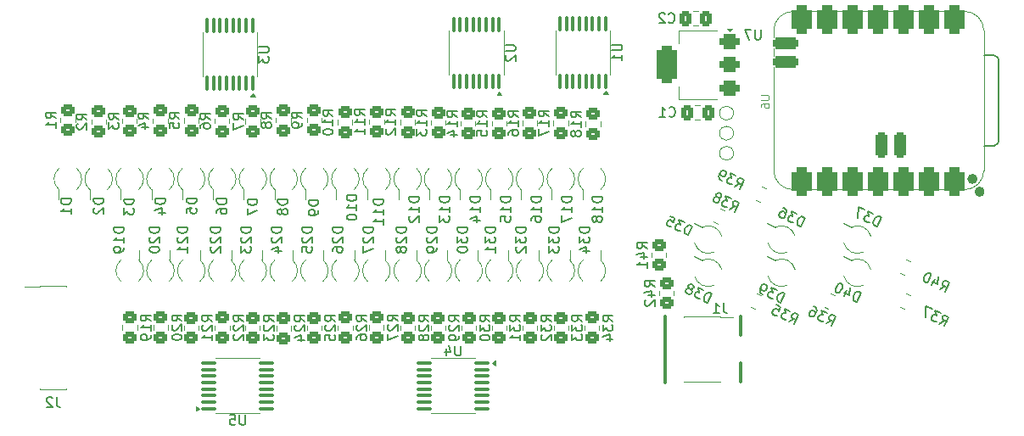
<source format=gbo>
G04 #@! TF.GenerationSoftware,KiCad,Pcbnew,9.0.1*
G04 #@! TF.CreationDate,2025-06-29T19:09:30+12:00*
G04 #@! TF.ProjectId,pdp-11-colour,7064702d-3131-42d6-936f-6c6f75722e6b,rev?*
G04 #@! TF.SameCoordinates,Original*
G04 #@! TF.FileFunction,Legend,Bot*
G04 #@! TF.FilePolarity,Positive*
%FSLAX46Y46*%
G04 Gerber Fmt 4.6, Leading zero omitted, Abs format (unit mm)*
G04 Created by KiCad (PCBNEW 9.0.1) date 2025-06-29 19:09:30*
%MOMM*%
%LPD*%
G01*
G04 APERTURE LIST*
G04 Aperture macros list*
%AMRoundRect*
0 Rectangle with rounded corners*
0 $1 Rounding radius*
0 $2 $3 $4 $5 $6 $7 $8 $9 X,Y pos of 4 corners*
0 Add a 4 corners polygon primitive as box body*
4,1,4,$2,$3,$4,$5,$6,$7,$8,$9,$2,$3,0*
0 Add four circle primitives for the rounded corners*
1,1,$1+$1,$2,$3*
1,1,$1+$1,$4,$5*
1,1,$1+$1,$6,$7*
1,1,$1+$1,$8,$9*
0 Add four rect primitives between the rounded corners*
20,1,$1+$1,$2,$3,$4,$5,0*
20,1,$1+$1,$4,$5,$6,$7,0*
20,1,$1+$1,$6,$7,$8,$9,0*
20,1,$1+$1,$8,$9,$2,$3,0*%
%AMRotRect*
0 Rectangle, with rotation*
0 The origin of the aperture is its center*
0 $1 length*
0 $2 width*
0 $3 Rotation angle, in degrees counterclockwise*
0 Add horizontal line*
21,1,$1,$2,0,0,$3*%
G04 Aperture macros list end*
%ADD10C,0.300000*%
%ADD11C,0.100000*%
%ADD12C,0.150000*%
%ADD13C,0.106680*%
%ADD14C,0.120000*%
%ADD15C,0.127000*%
%ADD16C,0.504000*%
%ADD17C,1.000000*%
%ADD18RoundRect,0.250000X-0.450000X0.350000X-0.450000X-0.350000X0.450000X-0.350000X0.450000X0.350000X0*%
%ADD19R,0.700000X0.500000*%
%ADD20C,2.100000*%
%ADD21RoundRect,0.250000X-0.507386X-0.259922X0.127030X-0.555755X0.507386X0.259922X-0.127030X0.555755X0*%
%ADD22RotRect,0.500000X0.700000X335.000000*%
%ADD23RoundRect,0.250000X0.507386X0.259922X-0.127030X0.555755X-0.507386X-0.259922X0.127030X-0.555755X0*%
%ADD24RoundRect,0.100000X0.100000X-0.637500X0.100000X0.637500X-0.100000X0.637500X-0.100000X-0.637500X0*%
%ADD25R,2.100000X0.750000*%
%ADD26RoundRect,0.250000X0.450000X-0.350000X0.450000X0.350000X-0.450000X0.350000X-0.450000X-0.350000X0*%
%ADD27RoundRect,0.100000X0.637500X0.100000X-0.637500X0.100000X-0.637500X-0.100000X0.637500X-0.100000X0*%
%ADD28RoundRect,0.525400X0.525400X-0.900400X0.525400X0.900400X-0.525400X0.900400X-0.525400X-0.900400X0*%
%ADD29RoundRect,0.300400X-0.300400X1.000400X-0.300400X-1.000400X0.300400X-1.000400X0.300400X1.000400X0*%
%ADD30RoundRect,0.300400X1.000400X0.300400X-1.000400X0.300400X-1.000400X-0.300400X1.000400X-0.300400X0*%
%ADD31C,1.700000*%
%ADD32RoundRect,0.250000X0.337500X0.475000X-0.337500X0.475000X-0.337500X-0.475000X0.337500X-0.475000X0*%
%ADD33R,2.400000X0.740000*%
%ADD34RoundRect,0.375000X0.625000X0.375000X-0.625000X0.375000X-0.625000X-0.375000X0.625000X-0.375000X0*%
%ADD35RoundRect,0.500000X0.500000X1.400000X-0.500000X1.400000X-0.500000X-1.400000X0.500000X-1.400000X0*%
%ADD36RoundRect,0.100000X-0.637500X-0.100000X0.637500X-0.100000X0.637500X0.100000X-0.637500X0.100000X0*%
G04 APERTURE END LIST*
D10*
X181229000Y-83837000D02*
X181229000Y-90424000D01*
X188722000Y-88519000D02*
X188722000Y-90407000D01*
X188722000Y-83837000D02*
X188722000Y-85725000D01*
D11*
X181229000Y-83837000D02*
X181229000Y-90424000D01*
D12*
X144984819Y-64083333D02*
X144508628Y-63750000D01*
X144984819Y-63511905D02*
X143984819Y-63511905D01*
X143984819Y-63511905D02*
X143984819Y-63892857D01*
X143984819Y-63892857D02*
X144032438Y-63988095D01*
X144032438Y-63988095D02*
X144080057Y-64035714D01*
X144080057Y-64035714D02*
X144175295Y-64083333D01*
X144175295Y-64083333D02*
X144318152Y-64083333D01*
X144318152Y-64083333D02*
X144413390Y-64035714D01*
X144413390Y-64035714D02*
X144461009Y-63988095D01*
X144461009Y-63988095D02*
X144508628Y-63892857D01*
X144508628Y-63892857D02*
X144508628Y-63511905D01*
X144984819Y-64559524D02*
X144984819Y-64750000D01*
X144984819Y-64750000D02*
X144937200Y-64845238D01*
X144937200Y-64845238D02*
X144889580Y-64892857D01*
X144889580Y-64892857D02*
X144746723Y-64988095D01*
X144746723Y-64988095D02*
X144556247Y-65035714D01*
X144556247Y-65035714D02*
X144175295Y-65035714D01*
X144175295Y-65035714D02*
X144080057Y-64988095D01*
X144080057Y-64988095D02*
X144032438Y-64940476D01*
X144032438Y-64940476D02*
X143984819Y-64845238D01*
X143984819Y-64845238D02*
X143984819Y-64654762D01*
X143984819Y-64654762D02*
X144032438Y-64559524D01*
X144032438Y-64559524D02*
X144080057Y-64511905D01*
X144080057Y-64511905D02*
X144175295Y-64464286D01*
X144175295Y-64464286D02*
X144413390Y-64464286D01*
X144413390Y-64464286D02*
X144508628Y-64511905D01*
X144508628Y-64511905D02*
X144556247Y-64559524D01*
X144556247Y-64559524D02*
X144603866Y-64654762D01*
X144603866Y-64654762D02*
X144603866Y-64845238D01*
X144603866Y-64845238D02*
X144556247Y-64940476D01*
X144556247Y-64940476D02*
X144508628Y-64988095D01*
X144508628Y-64988095D02*
X144413390Y-65035714D01*
X161490819Y-74985714D02*
X160490819Y-74985714D01*
X160490819Y-74985714D02*
X160490819Y-75223809D01*
X160490819Y-75223809D02*
X160538438Y-75366666D01*
X160538438Y-75366666D02*
X160633676Y-75461904D01*
X160633676Y-75461904D02*
X160728914Y-75509523D01*
X160728914Y-75509523D02*
X160919390Y-75557142D01*
X160919390Y-75557142D02*
X161062247Y-75557142D01*
X161062247Y-75557142D02*
X161252723Y-75509523D01*
X161252723Y-75509523D02*
X161347961Y-75461904D01*
X161347961Y-75461904D02*
X161443200Y-75366666D01*
X161443200Y-75366666D02*
X161490819Y-75223809D01*
X161490819Y-75223809D02*
X161490819Y-74985714D01*
X160490819Y-75890476D02*
X160490819Y-76509523D01*
X160490819Y-76509523D02*
X160871771Y-76176190D01*
X160871771Y-76176190D02*
X160871771Y-76319047D01*
X160871771Y-76319047D02*
X160919390Y-76414285D01*
X160919390Y-76414285D02*
X160967009Y-76461904D01*
X160967009Y-76461904D02*
X161062247Y-76509523D01*
X161062247Y-76509523D02*
X161300342Y-76509523D01*
X161300342Y-76509523D02*
X161395580Y-76461904D01*
X161395580Y-76461904D02*
X161443200Y-76414285D01*
X161443200Y-76414285D02*
X161490819Y-76319047D01*
X161490819Y-76319047D02*
X161490819Y-76033333D01*
X161490819Y-76033333D02*
X161443200Y-75938095D01*
X161443200Y-75938095D02*
X161395580Y-75890476D01*
X160490819Y-77128571D02*
X160490819Y-77223809D01*
X160490819Y-77223809D02*
X160538438Y-77319047D01*
X160538438Y-77319047D02*
X160586057Y-77366666D01*
X160586057Y-77366666D02*
X160681295Y-77414285D01*
X160681295Y-77414285D02*
X160871771Y-77461904D01*
X160871771Y-77461904D02*
X161109866Y-77461904D01*
X161109866Y-77461904D02*
X161300342Y-77414285D01*
X161300342Y-77414285D02*
X161395580Y-77366666D01*
X161395580Y-77366666D02*
X161443200Y-77319047D01*
X161443200Y-77319047D02*
X161490819Y-77223809D01*
X161490819Y-77223809D02*
X161490819Y-77128571D01*
X161490819Y-77128571D02*
X161443200Y-77033333D01*
X161443200Y-77033333D02*
X161395580Y-76985714D01*
X161395580Y-76985714D02*
X161300342Y-76938095D01*
X161300342Y-76938095D02*
X161109866Y-76890476D01*
X161109866Y-76890476D02*
X160871771Y-76890476D01*
X160871771Y-76890476D02*
X160681295Y-76938095D01*
X160681295Y-76938095D02*
X160586057Y-76985714D01*
X160586057Y-76985714D02*
X160538438Y-77033333D01*
X160538438Y-77033333D02*
X160490819Y-77128571D01*
X187680411Y-73163889D02*
X188183761Y-72873186D01*
X188198301Y-73405385D02*
X188620920Y-72499077D01*
X188620920Y-72499077D02*
X188275659Y-72338080D01*
X188275659Y-72338080D02*
X188169220Y-72340988D01*
X188169220Y-72340988D02*
X188105938Y-72364021D01*
X188105938Y-72364021D02*
X188022531Y-72430211D01*
X188022531Y-72430211D02*
X187962157Y-72559684D01*
X187962157Y-72559684D02*
X187965065Y-72666123D01*
X187965065Y-72666123D02*
X187988098Y-72729405D01*
X187988098Y-72729405D02*
X188054288Y-72812812D01*
X188054288Y-72812812D02*
X188399548Y-72973810D01*
X187800927Y-72116708D02*
X187239879Y-71855087D01*
X187239879Y-71855087D02*
X187380984Y-72341220D01*
X187380984Y-72341220D02*
X187251512Y-72280846D01*
X187251512Y-72280846D02*
X187145072Y-72283754D01*
X187145072Y-72283754D02*
X187081790Y-72306787D01*
X187081790Y-72306787D02*
X186998383Y-72372978D01*
X186998383Y-72372978D02*
X186897760Y-72588765D01*
X186897760Y-72588765D02*
X186900668Y-72695205D01*
X186900668Y-72695205D02*
X186923701Y-72758487D01*
X186923701Y-72758487D02*
X186989891Y-72841894D01*
X186989891Y-72841894D02*
X187248836Y-72962642D01*
X187248836Y-72962642D02*
X187355276Y-72959734D01*
X187355276Y-72959734D02*
X187418558Y-72936701D01*
X186540867Y-72002009D02*
X186647307Y-71999101D01*
X186647307Y-71999101D02*
X186710589Y-71976068D01*
X186710589Y-71976068D02*
X186793996Y-71909877D01*
X186793996Y-71909877D02*
X186814120Y-71866720D01*
X186814120Y-71866720D02*
X186811212Y-71760280D01*
X186811212Y-71760280D02*
X186788179Y-71696998D01*
X186788179Y-71696998D02*
X186721989Y-71613591D01*
X186721989Y-71613591D02*
X186549359Y-71533092D01*
X186549359Y-71533092D02*
X186442919Y-71536001D01*
X186442919Y-71536001D02*
X186379637Y-71559033D01*
X186379637Y-71559033D02*
X186296230Y-71625224D01*
X186296230Y-71625224D02*
X186276105Y-71668381D01*
X186276105Y-71668381D02*
X186279014Y-71774821D01*
X186279014Y-71774821D02*
X186302046Y-71838103D01*
X186302046Y-71838103D02*
X186368237Y-71921510D01*
X186368237Y-71921510D02*
X186540867Y-72002009D01*
X186540867Y-72002009D02*
X186607057Y-72085416D01*
X186607057Y-72085416D02*
X186630090Y-72148698D01*
X186630090Y-72148698D02*
X186632998Y-72255138D01*
X186632998Y-72255138D02*
X186552499Y-72427768D01*
X186552499Y-72427768D02*
X186469093Y-72493958D01*
X186469093Y-72493958D02*
X186405810Y-72516991D01*
X186405810Y-72516991D02*
X186299371Y-72519899D01*
X186299371Y-72519899D02*
X186126741Y-72439400D01*
X186126741Y-72439400D02*
X186060550Y-72355993D01*
X186060550Y-72355993D02*
X186037517Y-72292711D01*
X186037517Y-72292711D02*
X186034609Y-72186271D01*
X186034609Y-72186271D02*
X186115108Y-72013641D01*
X186115108Y-72013641D02*
X186198515Y-71947451D01*
X186198515Y-71947451D02*
X186261797Y-71924418D01*
X186261797Y-71924418D02*
X186368237Y-71921510D01*
X173682819Y-74985714D02*
X172682819Y-74985714D01*
X172682819Y-74985714D02*
X172682819Y-75223809D01*
X172682819Y-75223809D02*
X172730438Y-75366666D01*
X172730438Y-75366666D02*
X172825676Y-75461904D01*
X172825676Y-75461904D02*
X172920914Y-75509523D01*
X172920914Y-75509523D02*
X173111390Y-75557142D01*
X173111390Y-75557142D02*
X173254247Y-75557142D01*
X173254247Y-75557142D02*
X173444723Y-75509523D01*
X173444723Y-75509523D02*
X173539961Y-75461904D01*
X173539961Y-75461904D02*
X173635200Y-75366666D01*
X173635200Y-75366666D02*
X173682819Y-75223809D01*
X173682819Y-75223809D02*
X173682819Y-74985714D01*
X172682819Y-75890476D02*
X172682819Y-76509523D01*
X172682819Y-76509523D02*
X173063771Y-76176190D01*
X173063771Y-76176190D02*
X173063771Y-76319047D01*
X173063771Y-76319047D02*
X173111390Y-76414285D01*
X173111390Y-76414285D02*
X173159009Y-76461904D01*
X173159009Y-76461904D02*
X173254247Y-76509523D01*
X173254247Y-76509523D02*
X173492342Y-76509523D01*
X173492342Y-76509523D02*
X173587580Y-76461904D01*
X173587580Y-76461904D02*
X173635200Y-76414285D01*
X173635200Y-76414285D02*
X173682819Y-76319047D01*
X173682819Y-76319047D02*
X173682819Y-76033333D01*
X173682819Y-76033333D02*
X173635200Y-75938095D01*
X173635200Y-75938095D02*
X173587580Y-75890476D01*
X173016152Y-77366666D02*
X173682819Y-77366666D01*
X172635200Y-77128571D02*
X173349485Y-76890476D01*
X173349485Y-76890476D02*
X173349485Y-77509523D01*
X150434819Y-71755714D02*
X149434819Y-71755714D01*
X149434819Y-71755714D02*
X149434819Y-71993809D01*
X149434819Y-71993809D02*
X149482438Y-72136666D01*
X149482438Y-72136666D02*
X149577676Y-72231904D01*
X149577676Y-72231904D02*
X149672914Y-72279523D01*
X149672914Y-72279523D02*
X149863390Y-72327142D01*
X149863390Y-72327142D02*
X150006247Y-72327142D01*
X150006247Y-72327142D02*
X150196723Y-72279523D01*
X150196723Y-72279523D02*
X150291961Y-72231904D01*
X150291961Y-72231904D02*
X150387200Y-72136666D01*
X150387200Y-72136666D02*
X150434819Y-71993809D01*
X150434819Y-71993809D02*
X150434819Y-71755714D01*
X150434819Y-73279523D02*
X150434819Y-72708095D01*
X150434819Y-72993809D02*
X149434819Y-72993809D01*
X149434819Y-72993809D02*
X149577676Y-72898571D01*
X149577676Y-72898571D02*
X149672914Y-72803333D01*
X149672914Y-72803333D02*
X149720533Y-72708095D01*
X149434819Y-73898571D02*
X149434819Y-73993809D01*
X149434819Y-73993809D02*
X149482438Y-74089047D01*
X149482438Y-74089047D02*
X149530057Y-74136666D01*
X149530057Y-74136666D02*
X149625295Y-74184285D01*
X149625295Y-74184285D02*
X149815771Y-74231904D01*
X149815771Y-74231904D02*
X150053866Y-74231904D01*
X150053866Y-74231904D02*
X150244342Y-74184285D01*
X150244342Y-74184285D02*
X150339580Y-74136666D01*
X150339580Y-74136666D02*
X150387200Y-74089047D01*
X150387200Y-74089047D02*
X150434819Y-73993809D01*
X150434819Y-73993809D02*
X150434819Y-73898571D01*
X150434819Y-73898571D02*
X150387200Y-73803333D01*
X150387200Y-73803333D02*
X150339580Y-73755714D01*
X150339580Y-73755714D02*
X150244342Y-73708095D01*
X150244342Y-73708095D02*
X150053866Y-73660476D01*
X150053866Y-73660476D02*
X149815771Y-73660476D01*
X149815771Y-73660476D02*
X149625295Y-73708095D01*
X149625295Y-73708095D02*
X149530057Y-73755714D01*
X149530057Y-73755714D02*
X149482438Y-73803333D01*
X149482438Y-73803333D02*
X149434819Y-73898571D01*
X132734819Y-64128039D02*
X132258628Y-63794706D01*
X132734819Y-63556611D02*
X131734819Y-63556611D01*
X131734819Y-63556611D02*
X131734819Y-63937563D01*
X131734819Y-63937563D02*
X131782438Y-64032801D01*
X131782438Y-64032801D02*
X131830057Y-64080420D01*
X131830057Y-64080420D02*
X131925295Y-64128039D01*
X131925295Y-64128039D02*
X132068152Y-64128039D01*
X132068152Y-64128039D02*
X132163390Y-64080420D01*
X132163390Y-64080420D02*
X132211009Y-64032801D01*
X132211009Y-64032801D02*
X132258628Y-63937563D01*
X132258628Y-63937563D02*
X132258628Y-63556611D01*
X131734819Y-65032801D02*
X131734819Y-64556611D01*
X131734819Y-64556611D02*
X132211009Y-64508992D01*
X132211009Y-64508992D02*
X132163390Y-64556611D01*
X132163390Y-64556611D02*
X132115771Y-64651849D01*
X132115771Y-64651849D02*
X132115771Y-64889944D01*
X132115771Y-64889944D02*
X132163390Y-64985182D01*
X132163390Y-64985182D02*
X132211009Y-65032801D01*
X132211009Y-65032801D02*
X132306247Y-65080420D01*
X132306247Y-65080420D02*
X132544342Y-65080420D01*
X132544342Y-65080420D02*
X132639580Y-65032801D01*
X132639580Y-65032801D02*
X132687200Y-64985182D01*
X132687200Y-64985182D02*
X132734819Y-64889944D01*
X132734819Y-64889944D02*
X132734819Y-64651849D01*
X132734819Y-64651849D02*
X132687200Y-64556611D01*
X132687200Y-64556611D02*
X132639580Y-64508992D01*
X183528301Y-75765385D02*
X183950920Y-74859077D01*
X183950920Y-74859077D02*
X183735132Y-74758454D01*
X183735132Y-74758454D02*
X183585535Y-74741237D01*
X183585535Y-74741237D02*
X183458970Y-74787303D01*
X183458970Y-74787303D02*
X183375564Y-74853493D01*
X183375564Y-74853493D02*
X183251907Y-75005999D01*
X183251907Y-75005999D02*
X183191533Y-75135471D01*
X183191533Y-75135471D02*
X183154192Y-75328226D01*
X183154192Y-75328226D02*
X183157100Y-75434666D01*
X183157100Y-75434666D02*
X183203166Y-75561230D01*
X183203166Y-75561230D02*
X183312514Y-75664761D01*
X183312514Y-75664761D02*
X183528301Y-75765385D01*
X183130927Y-74476708D02*
X182569879Y-74215087D01*
X182569879Y-74215087D02*
X182710984Y-74701220D01*
X182710984Y-74701220D02*
X182581512Y-74640846D01*
X182581512Y-74640846D02*
X182475072Y-74643754D01*
X182475072Y-74643754D02*
X182411790Y-74666787D01*
X182411790Y-74666787D02*
X182328383Y-74732978D01*
X182328383Y-74732978D02*
X182227760Y-74948765D01*
X182227760Y-74948765D02*
X182230668Y-75055205D01*
X182230668Y-75055205D02*
X182253701Y-75118487D01*
X182253701Y-75118487D02*
X182319891Y-75201894D01*
X182319891Y-75201894D02*
X182578836Y-75322642D01*
X182578836Y-75322642D02*
X182685276Y-75319734D01*
X182685276Y-75319734D02*
X182748558Y-75296701D01*
X181749886Y-73832718D02*
X182181461Y-74033965D01*
X182181461Y-74033965D02*
X182023372Y-74485665D01*
X182023372Y-74485665D02*
X182000339Y-74422383D01*
X182000339Y-74422383D02*
X181934149Y-74338976D01*
X181934149Y-74338976D02*
X181718361Y-74238353D01*
X181718361Y-74238353D02*
X181611922Y-74241261D01*
X181611922Y-74241261D02*
X181548640Y-74264294D01*
X181548640Y-74264294D02*
X181465233Y-74330484D01*
X181465233Y-74330484D02*
X181364609Y-74546271D01*
X181364609Y-74546271D02*
X181367517Y-74652711D01*
X181367517Y-74652711D02*
X181390550Y-74715993D01*
X181390550Y-74715993D02*
X181456741Y-74799400D01*
X181456741Y-74799400D02*
X181672528Y-74900024D01*
X181672528Y-74900024D02*
X181778968Y-74897116D01*
X181778968Y-74897116D02*
X181842250Y-74874083D01*
X141914819Y-64105686D02*
X141438628Y-63772353D01*
X141914819Y-63534258D02*
X140914819Y-63534258D01*
X140914819Y-63534258D02*
X140914819Y-63915210D01*
X140914819Y-63915210D02*
X140962438Y-64010448D01*
X140962438Y-64010448D02*
X141010057Y-64058067D01*
X141010057Y-64058067D02*
X141105295Y-64105686D01*
X141105295Y-64105686D02*
X141248152Y-64105686D01*
X141248152Y-64105686D02*
X141343390Y-64058067D01*
X141343390Y-64058067D02*
X141391009Y-64010448D01*
X141391009Y-64010448D02*
X141438628Y-63915210D01*
X141438628Y-63915210D02*
X141438628Y-63534258D01*
X141343390Y-64677115D02*
X141295771Y-64581877D01*
X141295771Y-64581877D02*
X141248152Y-64534258D01*
X141248152Y-64534258D02*
X141152914Y-64486639D01*
X141152914Y-64486639D02*
X141105295Y-64486639D01*
X141105295Y-64486639D02*
X141010057Y-64534258D01*
X141010057Y-64534258D02*
X140962438Y-64581877D01*
X140962438Y-64581877D02*
X140914819Y-64677115D01*
X140914819Y-64677115D02*
X140914819Y-64867591D01*
X140914819Y-64867591D02*
X140962438Y-64962829D01*
X140962438Y-64962829D02*
X141010057Y-65010448D01*
X141010057Y-65010448D02*
X141105295Y-65058067D01*
X141105295Y-65058067D02*
X141152914Y-65058067D01*
X141152914Y-65058067D02*
X141248152Y-65010448D01*
X141248152Y-65010448D02*
X141295771Y-64962829D01*
X141295771Y-64962829D02*
X141343390Y-64867591D01*
X141343390Y-64867591D02*
X141343390Y-64677115D01*
X141343390Y-64677115D02*
X141391009Y-64581877D01*
X141391009Y-64581877D02*
X141438628Y-64534258D01*
X141438628Y-64534258D02*
X141533866Y-64486639D01*
X141533866Y-64486639D02*
X141724342Y-64486639D01*
X141724342Y-64486639D02*
X141819580Y-64534258D01*
X141819580Y-64534258D02*
X141867200Y-64581877D01*
X141867200Y-64581877D02*
X141914819Y-64677115D01*
X141914819Y-64677115D02*
X141914819Y-64867591D01*
X141914819Y-64867591D02*
X141867200Y-64962829D01*
X141867200Y-64962829D02*
X141819580Y-65010448D01*
X141819580Y-65010448D02*
X141724342Y-65058067D01*
X141724342Y-65058067D02*
X141533866Y-65058067D01*
X141533866Y-65058067D02*
X141438628Y-65010448D01*
X141438628Y-65010448D02*
X141391009Y-64962829D01*
X141391009Y-64962829D02*
X141343390Y-64867591D01*
X193557411Y-84376889D02*
X194060761Y-84086186D01*
X194075301Y-84618385D02*
X194497920Y-83712077D01*
X194497920Y-83712077D02*
X194152659Y-83551080D01*
X194152659Y-83551080D02*
X194046220Y-83553988D01*
X194046220Y-83553988D02*
X193982938Y-83577021D01*
X193982938Y-83577021D02*
X193899531Y-83643211D01*
X193899531Y-83643211D02*
X193839157Y-83772684D01*
X193839157Y-83772684D02*
X193842065Y-83879123D01*
X193842065Y-83879123D02*
X193865098Y-83942405D01*
X193865098Y-83942405D02*
X193931288Y-84025812D01*
X193931288Y-84025812D02*
X194276548Y-84186810D01*
X193677927Y-83329708D02*
X193116879Y-83068087D01*
X193116879Y-83068087D02*
X193257984Y-83554220D01*
X193257984Y-83554220D02*
X193128512Y-83493846D01*
X193128512Y-83493846D02*
X193022072Y-83496754D01*
X193022072Y-83496754D02*
X192958790Y-83519787D01*
X192958790Y-83519787D02*
X192875383Y-83585978D01*
X192875383Y-83585978D02*
X192774760Y-83801765D01*
X192774760Y-83801765D02*
X192777668Y-83908205D01*
X192777668Y-83908205D02*
X192800701Y-83971487D01*
X192800701Y-83971487D02*
X192866891Y-84054894D01*
X192866891Y-84054894D02*
X193125836Y-84175642D01*
X193125836Y-84175642D02*
X193232276Y-84172734D01*
X193232276Y-84172734D02*
X193295558Y-84149701D01*
X192296886Y-82685718D02*
X192728461Y-82886965D01*
X192728461Y-82886965D02*
X192570372Y-83338665D01*
X192570372Y-83338665D02*
X192547339Y-83275383D01*
X192547339Y-83275383D02*
X192481149Y-83191976D01*
X192481149Y-83191976D02*
X192265361Y-83091353D01*
X192265361Y-83091353D02*
X192158922Y-83094261D01*
X192158922Y-83094261D02*
X192095640Y-83117294D01*
X192095640Y-83117294D02*
X192012233Y-83183484D01*
X192012233Y-83183484D02*
X191911609Y-83399271D01*
X191911609Y-83399271D02*
X191914517Y-83505711D01*
X191914517Y-83505711D02*
X191937550Y-83568993D01*
X191937550Y-83568993D02*
X192003741Y-83652400D01*
X192003741Y-83652400D02*
X192219528Y-83753024D01*
X192219528Y-83753024D02*
X192325968Y-83750116D01*
X192325968Y-83750116D02*
X192389250Y-83727083D01*
X185449984Y-82509893D02*
X185872603Y-81603585D01*
X185872603Y-81603585D02*
X185656815Y-81502962D01*
X185656815Y-81502962D02*
X185507218Y-81485745D01*
X185507218Y-81485745D02*
X185380653Y-81531811D01*
X185380653Y-81531811D02*
X185297247Y-81598001D01*
X185297247Y-81598001D02*
X185173590Y-81750507D01*
X185173590Y-81750507D02*
X185113216Y-81879979D01*
X185113216Y-81879979D02*
X185075875Y-82072734D01*
X185075875Y-82072734D02*
X185078783Y-82179174D01*
X185078783Y-82179174D02*
X185124849Y-82305738D01*
X185124849Y-82305738D02*
X185234197Y-82409269D01*
X185234197Y-82409269D02*
X185449984Y-82509893D01*
X185052610Y-81221216D02*
X184491562Y-80959595D01*
X184491562Y-80959595D02*
X184632667Y-81445728D01*
X184632667Y-81445728D02*
X184503195Y-81385354D01*
X184503195Y-81385354D02*
X184396755Y-81388262D01*
X184396755Y-81388262D02*
X184333473Y-81411295D01*
X184333473Y-81411295D02*
X184250066Y-81477486D01*
X184250066Y-81477486D02*
X184149443Y-81693273D01*
X184149443Y-81693273D02*
X184152351Y-81799713D01*
X184152351Y-81799713D02*
X184175384Y-81862995D01*
X184175384Y-81862995D02*
X184241574Y-81946402D01*
X184241574Y-81946402D02*
X184500519Y-82067150D01*
X184500519Y-82067150D02*
X184606959Y-82064242D01*
X184606959Y-82064242D02*
X184670241Y-82041209D01*
X183792550Y-81106517D02*
X183898990Y-81103609D01*
X183898990Y-81103609D02*
X183962272Y-81080576D01*
X183962272Y-81080576D02*
X184045679Y-81014385D01*
X184045679Y-81014385D02*
X184065803Y-80971228D01*
X184065803Y-80971228D02*
X184062895Y-80864788D01*
X184062895Y-80864788D02*
X184039862Y-80801506D01*
X184039862Y-80801506D02*
X183973672Y-80718099D01*
X183973672Y-80718099D02*
X183801042Y-80637600D01*
X183801042Y-80637600D02*
X183694602Y-80640509D01*
X183694602Y-80640509D02*
X183631320Y-80663541D01*
X183631320Y-80663541D02*
X183547913Y-80729732D01*
X183547913Y-80729732D02*
X183527788Y-80772889D01*
X183527788Y-80772889D02*
X183530697Y-80879329D01*
X183530697Y-80879329D02*
X183553729Y-80942611D01*
X183553729Y-80942611D02*
X183619920Y-81026018D01*
X183619920Y-81026018D02*
X183792550Y-81106517D01*
X183792550Y-81106517D02*
X183858740Y-81189924D01*
X183858740Y-81189924D02*
X183881773Y-81253206D01*
X183881773Y-81253206D02*
X183884681Y-81359646D01*
X183884681Y-81359646D02*
X183804182Y-81532276D01*
X183804182Y-81532276D02*
X183720776Y-81598466D01*
X183720776Y-81598466D02*
X183657493Y-81621499D01*
X183657493Y-81621499D02*
X183551054Y-81624407D01*
X183551054Y-81624407D02*
X183378424Y-81543908D01*
X183378424Y-81543908D02*
X183312233Y-81460501D01*
X183312233Y-81460501D02*
X183289200Y-81397219D01*
X183289200Y-81397219D02*
X183286292Y-81290779D01*
X183286292Y-81290779D02*
X183366791Y-81118149D01*
X183366791Y-81118149D02*
X183450198Y-81051959D01*
X183450198Y-81051959D02*
X183513480Y-81028926D01*
X183513480Y-81028926D02*
X183619920Y-81026018D01*
X140679819Y-56938095D02*
X141489342Y-56938095D01*
X141489342Y-56938095D02*
X141584580Y-56985714D01*
X141584580Y-56985714D02*
X141632200Y-57033333D01*
X141632200Y-57033333D02*
X141679819Y-57128571D01*
X141679819Y-57128571D02*
X141679819Y-57319047D01*
X141679819Y-57319047D02*
X141632200Y-57414285D01*
X141632200Y-57414285D02*
X141584580Y-57461904D01*
X141584580Y-57461904D02*
X141489342Y-57509523D01*
X141489342Y-57509523D02*
X140679819Y-57509523D01*
X140679819Y-57890476D02*
X140679819Y-58509523D01*
X140679819Y-58509523D02*
X141060771Y-58176190D01*
X141060771Y-58176190D02*
X141060771Y-58319047D01*
X141060771Y-58319047D02*
X141108390Y-58414285D01*
X141108390Y-58414285D02*
X141156009Y-58461904D01*
X141156009Y-58461904D02*
X141251247Y-58509523D01*
X141251247Y-58509523D02*
X141489342Y-58509523D01*
X141489342Y-58509523D02*
X141584580Y-58461904D01*
X141584580Y-58461904D02*
X141632200Y-58414285D01*
X141632200Y-58414285D02*
X141679819Y-58319047D01*
X141679819Y-58319047D02*
X141679819Y-58033333D01*
X141679819Y-58033333D02*
X141632200Y-57938095D01*
X141632200Y-57938095D02*
X141584580Y-57890476D01*
X120483333Y-91910819D02*
X120483333Y-92625104D01*
X120483333Y-92625104D02*
X120530952Y-92767961D01*
X120530952Y-92767961D02*
X120626190Y-92863200D01*
X120626190Y-92863200D02*
X120769047Y-92910819D01*
X120769047Y-92910819D02*
X120864285Y-92910819D01*
X120054761Y-92006057D02*
X120007142Y-91958438D01*
X120007142Y-91958438D02*
X119911904Y-91910819D01*
X119911904Y-91910819D02*
X119673809Y-91910819D01*
X119673809Y-91910819D02*
X119578571Y-91958438D01*
X119578571Y-91958438D02*
X119530952Y-92006057D01*
X119530952Y-92006057D02*
X119483333Y-92101295D01*
X119483333Y-92101295D02*
X119483333Y-92196533D01*
X119483333Y-92196533D02*
X119530952Y-92339390D01*
X119530952Y-92339390D02*
X120102380Y-92910819D01*
X120102380Y-92910819D02*
X119483333Y-92910819D01*
X132984819Y-84317142D02*
X132508628Y-83983809D01*
X132984819Y-83745714D02*
X131984819Y-83745714D01*
X131984819Y-83745714D02*
X131984819Y-84126666D01*
X131984819Y-84126666D02*
X132032438Y-84221904D01*
X132032438Y-84221904D02*
X132080057Y-84269523D01*
X132080057Y-84269523D02*
X132175295Y-84317142D01*
X132175295Y-84317142D02*
X132318152Y-84317142D01*
X132318152Y-84317142D02*
X132413390Y-84269523D01*
X132413390Y-84269523D02*
X132461009Y-84221904D01*
X132461009Y-84221904D02*
X132508628Y-84126666D01*
X132508628Y-84126666D02*
X132508628Y-83745714D01*
X132080057Y-84698095D02*
X132032438Y-84745714D01*
X132032438Y-84745714D02*
X131984819Y-84840952D01*
X131984819Y-84840952D02*
X131984819Y-85079047D01*
X131984819Y-85079047D02*
X132032438Y-85174285D01*
X132032438Y-85174285D02*
X132080057Y-85221904D01*
X132080057Y-85221904D02*
X132175295Y-85269523D01*
X132175295Y-85269523D02*
X132270533Y-85269523D01*
X132270533Y-85269523D02*
X132413390Y-85221904D01*
X132413390Y-85221904D02*
X132984819Y-84650476D01*
X132984819Y-84650476D02*
X132984819Y-85269523D01*
X131984819Y-85888571D02*
X131984819Y-85983809D01*
X131984819Y-85983809D02*
X132032438Y-86079047D01*
X132032438Y-86079047D02*
X132080057Y-86126666D01*
X132080057Y-86126666D02*
X132175295Y-86174285D01*
X132175295Y-86174285D02*
X132365771Y-86221904D01*
X132365771Y-86221904D02*
X132603866Y-86221904D01*
X132603866Y-86221904D02*
X132794342Y-86174285D01*
X132794342Y-86174285D02*
X132889580Y-86126666D01*
X132889580Y-86126666D02*
X132937200Y-86079047D01*
X132937200Y-86079047D02*
X132984819Y-85983809D01*
X132984819Y-85983809D02*
X132984819Y-85888571D01*
X132984819Y-85888571D02*
X132937200Y-85793333D01*
X132937200Y-85793333D02*
X132889580Y-85745714D01*
X132889580Y-85745714D02*
X132794342Y-85698095D01*
X132794342Y-85698095D02*
X132603866Y-85650476D01*
X132603866Y-85650476D02*
X132365771Y-85650476D01*
X132365771Y-85650476D02*
X132175295Y-85698095D01*
X132175295Y-85698095D02*
X132080057Y-85745714D01*
X132080057Y-85745714D02*
X132032438Y-85793333D01*
X132032438Y-85793333D02*
X131984819Y-85888571D01*
X163454819Y-63942436D02*
X162978628Y-63609103D01*
X163454819Y-63371008D02*
X162454819Y-63371008D01*
X162454819Y-63371008D02*
X162454819Y-63751960D01*
X162454819Y-63751960D02*
X162502438Y-63847198D01*
X162502438Y-63847198D02*
X162550057Y-63894817D01*
X162550057Y-63894817D02*
X162645295Y-63942436D01*
X162645295Y-63942436D02*
X162788152Y-63942436D01*
X162788152Y-63942436D02*
X162883390Y-63894817D01*
X162883390Y-63894817D02*
X162931009Y-63847198D01*
X162931009Y-63847198D02*
X162978628Y-63751960D01*
X162978628Y-63751960D02*
X162978628Y-63371008D01*
X163454819Y-64894817D02*
X163454819Y-64323389D01*
X163454819Y-64609103D02*
X162454819Y-64609103D01*
X162454819Y-64609103D02*
X162597676Y-64513865D01*
X162597676Y-64513865D02*
X162692914Y-64418627D01*
X162692914Y-64418627D02*
X162740533Y-64323389D01*
X162454819Y-65799579D02*
X162454819Y-65323389D01*
X162454819Y-65323389D02*
X162931009Y-65275770D01*
X162931009Y-65275770D02*
X162883390Y-65323389D01*
X162883390Y-65323389D02*
X162835771Y-65418627D01*
X162835771Y-65418627D02*
X162835771Y-65656722D01*
X162835771Y-65656722D02*
X162883390Y-65751960D01*
X162883390Y-65751960D02*
X162931009Y-65799579D01*
X162931009Y-65799579D02*
X163026247Y-65847198D01*
X163026247Y-65847198D02*
X163264342Y-65847198D01*
X163264342Y-65847198D02*
X163359580Y-65799579D01*
X163359580Y-65799579D02*
X163407200Y-65751960D01*
X163407200Y-65751960D02*
X163454819Y-65656722D01*
X163454819Y-65656722D02*
X163454819Y-65418627D01*
X163454819Y-65418627D02*
X163407200Y-65323389D01*
X163407200Y-65323389D02*
X163359580Y-65275770D01*
X175904819Y-56738095D02*
X176714342Y-56738095D01*
X176714342Y-56738095D02*
X176809580Y-56785714D01*
X176809580Y-56785714D02*
X176857200Y-56833333D01*
X176857200Y-56833333D02*
X176904819Y-56928571D01*
X176904819Y-56928571D02*
X176904819Y-57119047D01*
X176904819Y-57119047D02*
X176857200Y-57214285D01*
X176857200Y-57214285D02*
X176809580Y-57261904D01*
X176809580Y-57261904D02*
X176714342Y-57309523D01*
X176714342Y-57309523D02*
X175904819Y-57309523D01*
X176904819Y-58309523D02*
X176904819Y-57738095D01*
X176904819Y-58023809D02*
X175904819Y-58023809D01*
X175904819Y-58023809D02*
X176047676Y-57928571D01*
X176047676Y-57928571D02*
X176142914Y-57833333D01*
X176142914Y-57833333D02*
X176190533Y-57738095D01*
X188160411Y-70883889D02*
X188663761Y-70593186D01*
X188678301Y-71125385D02*
X189100920Y-70219077D01*
X189100920Y-70219077D02*
X188755659Y-70058080D01*
X188755659Y-70058080D02*
X188649220Y-70060988D01*
X188649220Y-70060988D02*
X188585938Y-70084021D01*
X188585938Y-70084021D02*
X188502531Y-70150211D01*
X188502531Y-70150211D02*
X188442157Y-70279684D01*
X188442157Y-70279684D02*
X188445065Y-70386123D01*
X188445065Y-70386123D02*
X188468098Y-70449405D01*
X188468098Y-70449405D02*
X188534288Y-70532812D01*
X188534288Y-70532812D02*
X188879548Y-70693810D01*
X188280927Y-69836708D02*
X187719879Y-69575087D01*
X187719879Y-69575087D02*
X187860984Y-70061220D01*
X187860984Y-70061220D02*
X187731512Y-70000846D01*
X187731512Y-70000846D02*
X187625072Y-70003754D01*
X187625072Y-70003754D02*
X187561790Y-70026787D01*
X187561790Y-70026787D02*
X187478383Y-70092978D01*
X187478383Y-70092978D02*
X187377760Y-70308765D01*
X187377760Y-70308765D02*
X187380668Y-70415205D01*
X187380668Y-70415205D02*
X187403701Y-70478487D01*
X187403701Y-70478487D02*
X187469891Y-70561894D01*
X187469891Y-70561894D02*
X187728836Y-70682642D01*
X187728836Y-70682642D02*
X187835276Y-70679734D01*
X187835276Y-70679734D02*
X187898558Y-70656701D01*
X186865686Y-70280148D02*
X186693056Y-70199650D01*
X186693056Y-70199650D02*
X186626865Y-70116243D01*
X186626865Y-70116243D02*
X186603832Y-70052961D01*
X186603832Y-70052961D02*
X186577891Y-69883239D01*
X186577891Y-69883239D02*
X186615233Y-69690484D01*
X186615233Y-69690484D02*
X186776230Y-69345224D01*
X186776230Y-69345224D02*
X186859637Y-69279033D01*
X186859637Y-69279033D02*
X186922919Y-69256001D01*
X186922919Y-69256001D02*
X187029359Y-69253092D01*
X187029359Y-69253092D02*
X187201989Y-69333591D01*
X187201989Y-69333591D02*
X187268179Y-69416998D01*
X187268179Y-69416998D02*
X187291212Y-69480280D01*
X187291212Y-69480280D02*
X187294120Y-69586720D01*
X187294120Y-69586720D02*
X187193497Y-69802508D01*
X187193497Y-69802508D02*
X187110090Y-69868698D01*
X187110090Y-69868698D02*
X187046808Y-69891731D01*
X187046808Y-69891731D02*
X186940368Y-69894639D01*
X186940368Y-69894639D02*
X186767738Y-69814140D01*
X186767738Y-69814140D02*
X186701548Y-69730733D01*
X186701548Y-69730733D02*
X186678515Y-69667451D01*
X186678515Y-69667451D02*
X186675607Y-69561011D01*
X157426819Y-63873142D02*
X156950628Y-63539809D01*
X157426819Y-63301714D02*
X156426819Y-63301714D01*
X156426819Y-63301714D02*
X156426819Y-63682666D01*
X156426819Y-63682666D02*
X156474438Y-63777904D01*
X156474438Y-63777904D02*
X156522057Y-63825523D01*
X156522057Y-63825523D02*
X156617295Y-63873142D01*
X156617295Y-63873142D02*
X156760152Y-63873142D01*
X156760152Y-63873142D02*
X156855390Y-63825523D01*
X156855390Y-63825523D02*
X156903009Y-63777904D01*
X156903009Y-63777904D02*
X156950628Y-63682666D01*
X156950628Y-63682666D02*
X156950628Y-63301714D01*
X157426819Y-64825523D02*
X157426819Y-64254095D01*
X157426819Y-64539809D02*
X156426819Y-64539809D01*
X156426819Y-64539809D02*
X156569676Y-64444571D01*
X156569676Y-64444571D02*
X156664914Y-64349333D01*
X156664914Y-64349333D02*
X156712533Y-64254095D01*
X156426819Y-65158857D02*
X156426819Y-65777904D01*
X156426819Y-65777904D02*
X156807771Y-65444571D01*
X156807771Y-65444571D02*
X156807771Y-65587428D01*
X156807771Y-65587428D02*
X156855390Y-65682666D01*
X156855390Y-65682666D02*
X156903009Y-65730285D01*
X156903009Y-65730285D02*
X156998247Y-65777904D01*
X156998247Y-65777904D02*
X157236342Y-65777904D01*
X157236342Y-65777904D02*
X157331580Y-65730285D01*
X157331580Y-65730285D02*
X157379200Y-65682666D01*
X157379200Y-65682666D02*
X157426819Y-65587428D01*
X157426819Y-65587428D02*
X157426819Y-65301714D01*
X157426819Y-65301714D02*
X157379200Y-65206476D01*
X157379200Y-65206476D02*
X157331580Y-65158857D01*
X179398819Y-77081142D02*
X178922628Y-76747809D01*
X179398819Y-76509714D02*
X178398819Y-76509714D01*
X178398819Y-76509714D02*
X178398819Y-76890666D01*
X178398819Y-76890666D02*
X178446438Y-76985904D01*
X178446438Y-76985904D02*
X178494057Y-77033523D01*
X178494057Y-77033523D02*
X178589295Y-77081142D01*
X178589295Y-77081142D02*
X178732152Y-77081142D01*
X178732152Y-77081142D02*
X178827390Y-77033523D01*
X178827390Y-77033523D02*
X178875009Y-76985904D01*
X178875009Y-76985904D02*
X178922628Y-76890666D01*
X178922628Y-76890666D02*
X178922628Y-76509714D01*
X178732152Y-77938285D02*
X179398819Y-77938285D01*
X178351200Y-77700190D02*
X179065485Y-77462095D01*
X179065485Y-77462095D02*
X179065485Y-78081142D01*
X179398819Y-78985904D02*
X179398819Y-78414476D01*
X179398819Y-78700190D02*
X178398819Y-78700190D01*
X178398819Y-78700190D02*
X178541676Y-78604952D01*
X178541676Y-78604952D02*
X178636914Y-78509714D01*
X178636914Y-78509714D02*
X178684533Y-78414476D01*
X146624819Y-72241905D02*
X145624819Y-72241905D01*
X145624819Y-72241905D02*
X145624819Y-72480000D01*
X145624819Y-72480000D02*
X145672438Y-72622857D01*
X145672438Y-72622857D02*
X145767676Y-72718095D01*
X145767676Y-72718095D02*
X145862914Y-72765714D01*
X145862914Y-72765714D02*
X146053390Y-72813333D01*
X146053390Y-72813333D02*
X146196247Y-72813333D01*
X146196247Y-72813333D02*
X146386723Y-72765714D01*
X146386723Y-72765714D02*
X146481961Y-72718095D01*
X146481961Y-72718095D02*
X146577200Y-72622857D01*
X146577200Y-72622857D02*
X146624819Y-72480000D01*
X146624819Y-72480000D02*
X146624819Y-72241905D01*
X146624819Y-73289524D02*
X146624819Y-73480000D01*
X146624819Y-73480000D02*
X146577200Y-73575238D01*
X146577200Y-73575238D02*
X146529580Y-73622857D01*
X146529580Y-73622857D02*
X146386723Y-73718095D01*
X146386723Y-73718095D02*
X146196247Y-73765714D01*
X146196247Y-73765714D02*
X145815295Y-73765714D01*
X145815295Y-73765714D02*
X145720057Y-73718095D01*
X145720057Y-73718095D02*
X145672438Y-73670476D01*
X145672438Y-73670476D02*
X145624819Y-73575238D01*
X145624819Y-73575238D02*
X145624819Y-73384762D01*
X145624819Y-73384762D02*
X145672438Y-73289524D01*
X145672438Y-73289524D02*
X145720057Y-73241905D01*
X145720057Y-73241905D02*
X145815295Y-73194286D01*
X145815295Y-73194286D02*
X146053390Y-73194286D01*
X146053390Y-73194286D02*
X146148628Y-73241905D01*
X146148628Y-73241905D02*
X146196247Y-73289524D01*
X146196247Y-73289524D02*
X146243866Y-73384762D01*
X146243866Y-73384762D02*
X146243866Y-73575238D01*
X146243866Y-73575238D02*
X146196247Y-73670476D01*
X146196247Y-73670476D02*
X146148628Y-73718095D01*
X146148628Y-73718095D02*
X146053390Y-73765714D01*
X166570819Y-63920083D02*
X166094628Y-63586750D01*
X166570819Y-63348655D02*
X165570819Y-63348655D01*
X165570819Y-63348655D02*
X165570819Y-63729607D01*
X165570819Y-63729607D02*
X165618438Y-63824845D01*
X165618438Y-63824845D02*
X165666057Y-63872464D01*
X165666057Y-63872464D02*
X165761295Y-63920083D01*
X165761295Y-63920083D02*
X165904152Y-63920083D01*
X165904152Y-63920083D02*
X165999390Y-63872464D01*
X165999390Y-63872464D02*
X166047009Y-63824845D01*
X166047009Y-63824845D02*
X166094628Y-63729607D01*
X166094628Y-63729607D02*
X166094628Y-63348655D01*
X166570819Y-64872464D02*
X166570819Y-64301036D01*
X166570819Y-64586750D02*
X165570819Y-64586750D01*
X165570819Y-64586750D02*
X165713676Y-64491512D01*
X165713676Y-64491512D02*
X165808914Y-64396274D01*
X165808914Y-64396274D02*
X165856533Y-64301036D01*
X165570819Y-65729607D02*
X165570819Y-65539131D01*
X165570819Y-65539131D02*
X165618438Y-65443893D01*
X165618438Y-65443893D02*
X165666057Y-65396274D01*
X165666057Y-65396274D02*
X165808914Y-65301036D01*
X165808914Y-65301036D02*
X165999390Y-65253417D01*
X165999390Y-65253417D02*
X166380342Y-65253417D01*
X166380342Y-65253417D02*
X166475580Y-65301036D01*
X166475580Y-65301036D02*
X166523200Y-65348655D01*
X166523200Y-65348655D02*
X166570819Y-65443893D01*
X166570819Y-65443893D02*
X166570819Y-65634369D01*
X166570819Y-65634369D02*
X166523200Y-65729607D01*
X166523200Y-65729607D02*
X166475580Y-65777226D01*
X166475580Y-65777226D02*
X166380342Y-65824845D01*
X166380342Y-65824845D02*
X166142247Y-65824845D01*
X166142247Y-65824845D02*
X166047009Y-65777226D01*
X166047009Y-65777226D02*
X165999390Y-65729607D01*
X165999390Y-65729607D02*
X165951771Y-65634369D01*
X165951771Y-65634369D02*
X165951771Y-65443893D01*
X165951771Y-65443893D02*
X165999390Y-65348655D01*
X165999390Y-65348655D02*
X166047009Y-65301036D01*
X166047009Y-65301036D02*
X166142247Y-65253417D01*
X134454819Y-72061905D02*
X133454819Y-72061905D01*
X133454819Y-72061905D02*
X133454819Y-72300000D01*
X133454819Y-72300000D02*
X133502438Y-72442857D01*
X133502438Y-72442857D02*
X133597676Y-72538095D01*
X133597676Y-72538095D02*
X133692914Y-72585714D01*
X133692914Y-72585714D02*
X133883390Y-72633333D01*
X133883390Y-72633333D02*
X134026247Y-72633333D01*
X134026247Y-72633333D02*
X134216723Y-72585714D01*
X134216723Y-72585714D02*
X134311961Y-72538095D01*
X134311961Y-72538095D02*
X134407200Y-72442857D01*
X134407200Y-72442857D02*
X134454819Y-72300000D01*
X134454819Y-72300000D02*
X134454819Y-72061905D01*
X133454819Y-73538095D02*
X133454819Y-73061905D01*
X133454819Y-73061905D02*
X133931009Y-73014286D01*
X133931009Y-73014286D02*
X133883390Y-73061905D01*
X133883390Y-73061905D02*
X133835771Y-73157143D01*
X133835771Y-73157143D02*
X133835771Y-73395238D01*
X133835771Y-73395238D02*
X133883390Y-73490476D01*
X133883390Y-73490476D02*
X133931009Y-73538095D01*
X133931009Y-73538095D02*
X134026247Y-73585714D01*
X134026247Y-73585714D02*
X134264342Y-73585714D01*
X134264342Y-73585714D02*
X134359580Y-73538095D01*
X134359580Y-73538095D02*
X134407200Y-73490476D01*
X134407200Y-73490476D02*
X134454819Y-73395238D01*
X134454819Y-73395238D02*
X134454819Y-73157143D01*
X134454819Y-73157143D02*
X134407200Y-73061905D01*
X134407200Y-73061905D02*
X134359580Y-73014286D01*
X143554819Y-72151905D02*
X142554819Y-72151905D01*
X142554819Y-72151905D02*
X142554819Y-72390000D01*
X142554819Y-72390000D02*
X142602438Y-72532857D01*
X142602438Y-72532857D02*
X142697676Y-72628095D01*
X142697676Y-72628095D02*
X142792914Y-72675714D01*
X142792914Y-72675714D02*
X142983390Y-72723333D01*
X142983390Y-72723333D02*
X143126247Y-72723333D01*
X143126247Y-72723333D02*
X143316723Y-72675714D01*
X143316723Y-72675714D02*
X143411961Y-72628095D01*
X143411961Y-72628095D02*
X143507200Y-72532857D01*
X143507200Y-72532857D02*
X143554819Y-72390000D01*
X143554819Y-72390000D02*
X143554819Y-72151905D01*
X142983390Y-73294762D02*
X142935771Y-73199524D01*
X142935771Y-73199524D02*
X142888152Y-73151905D01*
X142888152Y-73151905D02*
X142792914Y-73104286D01*
X142792914Y-73104286D02*
X142745295Y-73104286D01*
X142745295Y-73104286D02*
X142650057Y-73151905D01*
X142650057Y-73151905D02*
X142602438Y-73199524D01*
X142602438Y-73199524D02*
X142554819Y-73294762D01*
X142554819Y-73294762D02*
X142554819Y-73485238D01*
X142554819Y-73485238D02*
X142602438Y-73580476D01*
X142602438Y-73580476D02*
X142650057Y-73628095D01*
X142650057Y-73628095D02*
X142745295Y-73675714D01*
X142745295Y-73675714D02*
X142792914Y-73675714D01*
X142792914Y-73675714D02*
X142888152Y-73628095D01*
X142888152Y-73628095D02*
X142935771Y-73580476D01*
X142935771Y-73580476D02*
X142983390Y-73485238D01*
X142983390Y-73485238D02*
X142983390Y-73294762D01*
X142983390Y-73294762D02*
X143031009Y-73199524D01*
X143031009Y-73199524D02*
X143078628Y-73151905D01*
X143078628Y-73151905D02*
X143173866Y-73104286D01*
X143173866Y-73104286D02*
X143364342Y-73104286D01*
X143364342Y-73104286D02*
X143459580Y-73151905D01*
X143459580Y-73151905D02*
X143507200Y-73199524D01*
X143507200Y-73199524D02*
X143554819Y-73294762D01*
X143554819Y-73294762D02*
X143554819Y-73485238D01*
X143554819Y-73485238D02*
X143507200Y-73580476D01*
X143507200Y-73580476D02*
X143459580Y-73628095D01*
X143459580Y-73628095D02*
X143364342Y-73675714D01*
X143364342Y-73675714D02*
X143173866Y-73675714D01*
X143173866Y-73675714D02*
X143078628Y-73628095D01*
X143078628Y-73628095D02*
X143031009Y-73580476D01*
X143031009Y-73580476D02*
X142983390Y-73485238D01*
X197266719Y-84536507D02*
X197770069Y-84245804D01*
X197784609Y-84778003D02*
X198207228Y-83871695D01*
X198207228Y-83871695D02*
X197861967Y-83710698D01*
X197861967Y-83710698D02*
X197755528Y-83713606D01*
X197755528Y-83713606D02*
X197692246Y-83736639D01*
X197692246Y-83736639D02*
X197608839Y-83802829D01*
X197608839Y-83802829D02*
X197548465Y-83932302D01*
X197548465Y-83932302D02*
X197551373Y-84038741D01*
X197551373Y-84038741D02*
X197574406Y-84102023D01*
X197574406Y-84102023D02*
X197640596Y-84185430D01*
X197640596Y-84185430D02*
X197985856Y-84346428D01*
X197387235Y-83489326D02*
X196826187Y-83227705D01*
X196826187Y-83227705D02*
X196967292Y-83713838D01*
X196967292Y-83713838D02*
X196837820Y-83653464D01*
X196837820Y-83653464D02*
X196731380Y-83656372D01*
X196731380Y-83656372D02*
X196668098Y-83679405D01*
X196668098Y-83679405D02*
X196584691Y-83745596D01*
X196584691Y-83745596D02*
X196484068Y-83961383D01*
X196484068Y-83961383D02*
X196486976Y-84067823D01*
X196486976Y-84067823D02*
X196510009Y-84131105D01*
X196510009Y-84131105D02*
X196576199Y-84214512D01*
X196576199Y-84214512D02*
X196835144Y-84335260D01*
X196835144Y-84335260D02*
X196941584Y-84332352D01*
X196941584Y-84332352D02*
X197004866Y-84309319D01*
X196049352Y-82865461D02*
X196221982Y-82945960D01*
X196221982Y-82945960D02*
X196288172Y-83029367D01*
X196288172Y-83029367D02*
X196311205Y-83092649D01*
X196311205Y-83092649D02*
X196337146Y-83262371D01*
X196337146Y-83262371D02*
X196299805Y-83455126D01*
X196299805Y-83455126D02*
X196138807Y-83800386D01*
X196138807Y-83800386D02*
X196055401Y-83866576D01*
X196055401Y-83866576D02*
X195992118Y-83889609D01*
X195992118Y-83889609D02*
X195885679Y-83892517D01*
X195885679Y-83892517D02*
X195713049Y-83812018D01*
X195713049Y-83812018D02*
X195646858Y-83728611D01*
X195646858Y-83728611D02*
X195623825Y-83665329D01*
X195623825Y-83665329D02*
X195620917Y-83558889D01*
X195620917Y-83558889D02*
X195721541Y-83343102D01*
X195721541Y-83343102D02*
X195804948Y-83276912D01*
X195804948Y-83276912D02*
X195868230Y-83253879D01*
X195868230Y-83253879D02*
X195974669Y-83250971D01*
X195974669Y-83250971D02*
X196147299Y-83331469D01*
X196147299Y-83331469D02*
X196213490Y-83414876D01*
X196213490Y-83414876D02*
X196236523Y-83478158D01*
X196236523Y-83478158D02*
X196239431Y-83584598D01*
X160824404Y-86779819D02*
X160824404Y-87589342D01*
X160824404Y-87589342D02*
X160776785Y-87684580D01*
X160776785Y-87684580D02*
X160729166Y-87732200D01*
X160729166Y-87732200D02*
X160633928Y-87779819D01*
X160633928Y-87779819D02*
X160443452Y-87779819D01*
X160443452Y-87779819D02*
X160348214Y-87732200D01*
X160348214Y-87732200D02*
X160300595Y-87684580D01*
X160300595Y-87684580D02*
X160252976Y-87589342D01*
X160252976Y-87589342D02*
X160252976Y-86779819D01*
X159348214Y-87113152D02*
X159348214Y-87779819D01*
X159586309Y-86732200D02*
X159824404Y-87446485D01*
X159824404Y-87446485D02*
X159205357Y-87446485D01*
X148064819Y-63830671D02*
X147588628Y-63497338D01*
X148064819Y-63259243D02*
X147064819Y-63259243D01*
X147064819Y-63259243D02*
X147064819Y-63640195D01*
X147064819Y-63640195D02*
X147112438Y-63735433D01*
X147112438Y-63735433D02*
X147160057Y-63783052D01*
X147160057Y-63783052D02*
X147255295Y-63830671D01*
X147255295Y-63830671D02*
X147398152Y-63830671D01*
X147398152Y-63830671D02*
X147493390Y-63783052D01*
X147493390Y-63783052D02*
X147541009Y-63735433D01*
X147541009Y-63735433D02*
X147588628Y-63640195D01*
X147588628Y-63640195D02*
X147588628Y-63259243D01*
X148064819Y-64783052D02*
X148064819Y-64211624D01*
X148064819Y-64497338D02*
X147064819Y-64497338D01*
X147064819Y-64497338D02*
X147207676Y-64402100D01*
X147207676Y-64402100D02*
X147302914Y-64306862D01*
X147302914Y-64306862D02*
X147350533Y-64211624D01*
X147064819Y-65402100D02*
X147064819Y-65497338D01*
X147064819Y-65497338D02*
X147112438Y-65592576D01*
X147112438Y-65592576D02*
X147160057Y-65640195D01*
X147160057Y-65640195D02*
X147255295Y-65687814D01*
X147255295Y-65687814D02*
X147445771Y-65735433D01*
X147445771Y-65735433D02*
X147683866Y-65735433D01*
X147683866Y-65735433D02*
X147874342Y-65687814D01*
X147874342Y-65687814D02*
X147969580Y-65640195D01*
X147969580Y-65640195D02*
X148017200Y-65592576D01*
X148017200Y-65592576D02*
X148064819Y-65497338D01*
X148064819Y-65497338D02*
X148064819Y-65402100D01*
X148064819Y-65402100D02*
X148017200Y-65306862D01*
X148017200Y-65306862D02*
X147969580Y-65259243D01*
X147969580Y-65259243D02*
X147874342Y-65211624D01*
X147874342Y-65211624D02*
X147683866Y-65164005D01*
X147683866Y-65164005D02*
X147445771Y-65164005D01*
X147445771Y-65164005D02*
X147255295Y-65211624D01*
X147255295Y-65211624D02*
X147160057Y-65259243D01*
X147160057Y-65259243D02*
X147112438Y-65306862D01*
X147112438Y-65306862D02*
X147064819Y-65402100D01*
X148304819Y-84357142D02*
X147828628Y-84023809D01*
X148304819Y-83785714D02*
X147304819Y-83785714D01*
X147304819Y-83785714D02*
X147304819Y-84166666D01*
X147304819Y-84166666D02*
X147352438Y-84261904D01*
X147352438Y-84261904D02*
X147400057Y-84309523D01*
X147400057Y-84309523D02*
X147495295Y-84357142D01*
X147495295Y-84357142D02*
X147638152Y-84357142D01*
X147638152Y-84357142D02*
X147733390Y-84309523D01*
X147733390Y-84309523D02*
X147781009Y-84261904D01*
X147781009Y-84261904D02*
X147828628Y-84166666D01*
X147828628Y-84166666D02*
X147828628Y-83785714D01*
X147400057Y-84738095D02*
X147352438Y-84785714D01*
X147352438Y-84785714D02*
X147304819Y-84880952D01*
X147304819Y-84880952D02*
X147304819Y-85119047D01*
X147304819Y-85119047D02*
X147352438Y-85214285D01*
X147352438Y-85214285D02*
X147400057Y-85261904D01*
X147400057Y-85261904D02*
X147495295Y-85309523D01*
X147495295Y-85309523D02*
X147590533Y-85309523D01*
X147590533Y-85309523D02*
X147733390Y-85261904D01*
X147733390Y-85261904D02*
X148304819Y-84690476D01*
X148304819Y-84690476D02*
X148304819Y-85309523D01*
X147304819Y-86214285D02*
X147304819Y-85738095D01*
X147304819Y-85738095D02*
X147781009Y-85690476D01*
X147781009Y-85690476D02*
X147733390Y-85738095D01*
X147733390Y-85738095D02*
X147685771Y-85833333D01*
X147685771Y-85833333D02*
X147685771Y-86071428D01*
X147685771Y-86071428D02*
X147733390Y-86166666D01*
X147733390Y-86166666D02*
X147781009Y-86214285D01*
X147781009Y-86214285D02*
X147876247Y-86261904D01*
X147876247Y-86261904D02*
X148114342Y-86261904D01*
X148114342Y-86261904D02*
X148209580Y-86214285D01*
X148209580Y-86214285D02*
X148257200Y-86166666D01*
X148257200Y-86166666D02*
X148304819Y-86071428D01*
X148304819Y-86071428D02*
X148304819Y-85833333D01*
X148304819Y-85833333D02*
X148257200Y-85738095D01*
X148257200Y-85738095D02*
X148209580Y-85690476D01*
X140524819Y-72159905D02*
X139524819Y-72159905D01*
X139524819Y-72159905D02*
X139524819Y-72398000D01*
X139524819Y-72398000D02*
X139572438Y-72540857D01*
X139572438Y-72540857D02*
X139667676Y-72636095D01*
X139667676Y-72636095D02*
X139762914Y-72683714D01*
X139762914Y-72683714D02*
X139953390Y-72731333D01*
X139953390Y-72731333D02*
X140096247Y-72731333D01*
X140096247Y-72731333D02*
X140286723Y-72683714D01*
X140286723Y-72683714D02*
X140381961Y-72636095D01*
X140381961Y-72636095D02*
X140477200Y-72540857D01*
X140477200Y-72540857D02*
X140524819Y-72398000D01*
X140524819Y-72398000D02*
X140524819Y-72159905D01*
X139524819Y-73064667D02*
X139524819Y-73731333D01*
X139524819Y-73731333D02*
X140524819Y-73302762D01*
X168856819Y-71937714D02*
X167856819Y-71937714D01*
X167856819Y-71937714D02*
X167856819Y-72175809D01*
X167856819Y-72175809D02*
X167904438Y-72318666D01*
X167904438Y-72318666D02*
X167999676Y-72413904D01*
X167999676Y-72413904D02*
X168094914Y-72461523D01*
X168094914Y-72461523D02*
X168285390Y-72509142D01*
X168285390Y-72509142D02*
X168428247Y-72509142D01*
X168428247Y-72509142D02*
X168618723Y-72461523D01*
X168618723Y-72461523D02*
X168713961Y-72413904D01*
X168713961Y-72413904D02*
X168809200Y-72318666D01*
X168809200Y-72318666D02*
X168856819Y-72175809D01*
X168856819Y-72175809D02*
X168856819Y-71937714D01*
X168856819Y-73461523D02*
X168856819Y-72890095D01*
X168856819Y-73175809D02*
X167856819Y-73175809D01*
X167856819Y-73175809D02*
X167999676Y-73080571D01*
X167999676Y-73080571D02*
X168094914Y-72985333D01*
X168094914Y-72985333D02*
X168142533Y-72890095D01*
X167856819Y-74318666D02*
X167856819Y-74128190D01*
X167856819Y-74128190D02*
X167904438Y-74032952D01*
X167904438Y-74032952D02*
X167952057Y-73985333D01*
X167952057Y-73985333D02*
X168094914Y-73890095D01*
X168094914Y-73890095D02*
X168285390Y-73842476D01*
X168285390Y-73842476D02*
X168666342Y-73842476D01*
X168666342Y-73842476D02*
X168761580Y-73890095D01*
X168761580Y-73890095D02*
X168809200Y-73937714D01*
X168809200Y-73937714D02*
X168856819Y-74032952D01*
X168856819Y-74032952D02*
X168856819Y-74223428D01*
X168856819Y-74223428D02*
X168809200Y-74318666D01*
X168809200Y-74318666D02*
X168761580Y-74366285D01*
X168761580Y-74366285D02*
X168666342Y-74413904D01*
X168666342Y-74413904D02*
X168428247Y-74413904D01*
X168428247Y-74413904D02*
X168333009Y-74366285D01*
X168333009Y-74366285D02*
X168285390Y-74318666D01*
X168285390Y-74318666D02*
X168237771Y-74223428D01*
X168237771Y-74223428D02*
X168237771Y-74032952D01*
X168237771Y-74032952D02*
X168285390Y-73937714D01*
X168285390Y-73937714D02*
X168333009Y-73890095D01*
X168333009Y-73890095D02*
X168428247Y-73842476D01*
X121914819Y-72121905D02*
X120914819Y-72121905D01*
X120914819Y-72121905D02*
X120914819Y-72360000D01*
X120914819Y-72360000D02*
X120962438Y-72502857D01*
X120962438Y-72502857D02*
X121057676Y-72598095D01*
X121057676Y-72598095D02*
X121152914Y-72645714D01*
X121152914Y-72645714D02*
X121343390Y-72693333D01*
X121343390Y-72693333D02*
X121486247Y-72693333D01*
X121486247Y-72693333D02*
X121676723Y-72645714D01*
X121676723Y-72645714D02*
X121771961Y-72598095D01*
X121771961Y-72598095D02*
X121867200Y-72502857D01*
X121867200Y-72502857D02*
X121914819Y-72360000D01*
X121914819Y-72360000D02*
X121914819Y-72121905D01*
X121914819Y-73645714D02*
X121914819Y-73074286D01*
X121914819Y-73360000D02*
X120914819Y-73360000D01*
X120914819Y-73360000D02*
X121057676Y-73264762D01*
X121057676Y-73264762D02*
X121152914Y-73169524D01*
X121152914Y-73169524D02*
X121200533Y-73074286D01*
X139114819Y-84337142D02*
X138638628Y-84003809D01*
X139114819Y-83765714D02*
X138114819Y-83765714D01*
X138114819Y-83765714D02*
X138114819Y-84146666D01*
X138114819Y-84146666D02*
X138162438Y-84241904D01*
X138162438Y-84241904D02*
X138210057Y-84289523D01*
X138210057Y-84289523D02*
X138305295Y-84337142D01*
X138305295Y-84337142D02*
X138448152Y-84337142D01*
X138448152Y-84337142D02*
X138543390Y-84289523D01*
X138543390Y-84289523D02*
X138591009Y-84241904D01*
X138591009Y-84241904D02*
X138638628Y-84146666D01*
X138638628Y-84146666D02*
X138638628Y-83765714D01*
X138210057Y-84718095D02*
X138162438Y-84765714D01*
X138162438Y-84765714D02*
X138114819Y-84860952D01*
X138114819Y-84860952D02*
X138114819Y-85099047D01*
X138114819Y-85099047D02*
X138162438Y-85194285D01*
X138162438Y-85194285D02*
X138210057Y-85241904D01*
X138210057Y-85241904D02*
X138305295Y-85289523D01*
X138305295Y-85289523D02*
X138400533Y-85289523D01*
X138400533Y-85289523D02*
X138543390Y-85241904D01*
X138543390Y-85241904D02*
X139114819Y-84670476D01*
X139114819Y-84670476D02*
X139114819Y-85289523D01*
X138210057Y-85670476D02*
X138162438Y-85718095D01*
X138162438Y-85718095D02*
X138114819Y-85813333D01*
X138114819Y-85813333D02*
X138114819Y-86051428D01*
X138114819Y-86051428D02*
X138162438Y-86146666D01*
X138162438Y-86146666D02*
X138210057Y-86194285D01*
X138210057Y-86194285D02*
X138305295Y-86241904D01*
X138305295Y-86241904D02*
X138400533Y-86241904D01*
X138400533Y-86241904D02*
X138543390Y-86194285D01*
X138543390Y-86194285D02*
X139114819Y-85622857D01*
X139114819Y-85622857D02*
X139114819Y-86241904D01*
X165279819Y-56788095D02*
X166089342Y-56788095D01*
X166089342Y-56788095D02*
X166184580Y-56835714D01*
X166184580Y-56835714D02*
X166232200Y-56883333D01*
X166232200Y-56883333D02*
X166279819Y-56978571D01*
X166279819Y-56978571D02*
X166279819Y-57169047D01*
X166279819Y-57169047D02*
X166232200Y-57264285D01*
X166232200Y-57264285D02*
X166184580Y-57311904D01*
X166184580Y-57311904D02*
X166089342Y-57359523D01*
X166089342Y-57359523D02*
X165279819Y-57359523D01*
X165375057Y-57788095D02*
X165327438Y-57835714D01*
X165327438Y-57835714D02*
X165279819Y-57930952D01*
X165279819Y-57930952D02*
X165279819Y-58169047D01*
X165279819Y-58169047D02*
X165327438Y-58264285D01*
X165327438Y-58264285D02*
X165375057Y-58311904D01*
X165375057Y-58311904D02*
X165470295Y-58359523D01*
X165470295Y-58359523D02*
X165565533Y-58359523D01*
X165565533Y-58359523D02*
X165708390Y-58311904D01*
X165708390Y-58311904D02*
X166279819Y-57740476D01*
X166279819Y-57740476D02*
X166279819Y-58359523D01*
X192769984Y-82509893D02*
X193192603Y-81603585D01*
X193192603Y-81603585D02*
X192976815Y-81502962D01*
X192976815Y-81502962D02*
X192827218Y-81485745D01*
X192827218Y-81485745D02*
X192700653Y-81531811D01*
X192700653Y-81531811D02*
X192617247Y-81598001D01*
X192617247Y-81598001D02*
X192493590Y-81750507D01*
X192493590Y-81750507D02*
X192433216Y-81879979D01*
X192433216Y-81879979D02*
X192395875Y-82072734D01*
X192395875Y-82072734D02*
X192398783Y-82179174D01*
X192398783Y-82179174D02*
X192444849Y-82305738D01*
X192444849Y-82305738D02*
X192554197Y-82409269D01*
X192554197Y-82409269D02*
X192769984Y-82509893D01*
X192372610Y-81221216D02*
X191811562Y-80959595D01*
X191811562Y-80959595D02*
X191952667Y-81445728D01*
X191952667Y-81445728D02*
X191823195Y-81385354D01*
X191823195Y-81385354D02*
X191716755Y-81388262D01*
X191716755Y-81388262D02*
X191653473Y-81411295D01*
X191653473Y-81411295D02*
X191570066Y-81477486D01*
X191570066Y-81477486D02*
X191469443Y-81693273D01*
X191469443Y-81693273D02*
X191472351Y-81799713D01*
X191472351Y-81799713D02*
X191495384Y-81862995D01*
X191495384Y-81862995D02*
X191561574Y-81946402D01*
X191561574Y-81946402D02*
X191820519Y-82067150D01*
X191820519Y-82067150D02*
X191926959Y-82064242D01*
X191926959Y-82064242D02*
X191990241Y-82041209D01*
X190957369Y-81664656D02*
X190784739Y-81584158D01*
X190784739Y-81584158D02*
X190718548Y-81500751D01*
X190718548Y-81500751D02*
X190695515Y-81437469D01*
X190695515Y-81437469D02*
X190669574Y-81267747D01*
X190669574Y-81267747D02*
X190706916Y-81074992D01*
X190706916Y-81074992D02*
X190867913Y-80729732D01*
X190867913Y-80729732D02*
X190951320Y-80663541D01*
X190951320Y-80663541D02*
X191014602Y-80640509D01*
X191014602Y-80640509D02*
X191121042Y-80637600D01*
X191121042Y-80637600D02*
X191293672Y-80718099D01*
X191293672Y-80718099D02*
X191359862Y-80801506D01*
X191359862Y-80801506D02*
X191382895Y-80864788D01*
X191382895Y-80864788D02*
X191385803Y-80971228D01*
X191385803Y-80971228D02*
X191285180Y-81187016D01*
X191285180Y-81187016D02*
X191201773Y-81253206D01*
X191201773Y-81253206D02*
X191138491Y-81276239D01*
X191138491Y-81276239D02*
X191032051Y-81279147D01*
X191032051Y-81279147D02*
X190859421Y-81198648D01*
X190859421Y-81198648D02*
X190793231Y-81115241D01*
X190793231Y-81115241D02*
X190770198Y-81051959D01*
X190770198Y-81051959D02*
X190767290Y-80945519D01*
X171904819Y-71937714D02*
X170904819Y-71937714D01*
X170904819Y-71937714D02*
X170904819Y-72175809D01*
X170904819Y-72175809D02*
X170952438Y-72318666D01*
X170952438Y-72318666D02*
X171047676Y-72413904D01*
X171047676Y-72413904D02*
X171142914Y-72461523D01*
X171142914Y-72461523D02*
X171333390Y-72509142D01*
X171333390Y-72509142D02*
X171476247Y-72509142D01*
X171476247Y-72509142D02*
X171666723Y-72461523D01*
X171666723Y-72461523D02*
X171761961Y-72413904D01*
X171761961Y-72413904D02*
X171857200Y-72318666D01*
X171857200Y-72318666D02*
X171904819Y-72175809D01*
X171904819Y-72175809D02*
X171904819Y-71937714D01*
X171904819Y-73461523D02*
X171904819Y-72890095D01*
X171904819Y-73175809D02*
X170904819Y-73175809D01*
X170904819Y-73175809D02*
X171047676Y-73080571D01*
X171047676Y-73080571D02*
X171142914Y-72985333D01*
X171142914Y-72985333D02*
X171190533Y-72890095D01*
X170904819Y-73794857D02*
X170904819Y-74461523D01*
X170904819Y-74461523D02*
X171904819Y-74032952D01*
X120414819Y-64083333D02*
X119938628Y-63750000D01*
X120414819Y-63511905D02*
X119414819Y-63511905D01*
X119414819Y-63511905D02*
X119414819Y-63892857D01*
X119414819Y-63892857D02*
X119462438Y-63988095D01*
X119462438Y-63988095D02*
X119510057Y-64035714D01*
X119510057Y-64035714D02*
X119605295Y-64083333D01*
X119605295Y-64083333D02*
X119748152Y-64083333D01*
X119748152Y-64083333D02*
X119843390Y-64035714D01*
X119843390Y-64035714D02*
X119891009Y-63988095D01*
X119891009Y-63988095D02*
X119938628Y-63892857D01*
X119938628Y-63892857D02*
X119938628Y-63511905D01*
X120414819Y-65035714D02*
X120414819Y-64464286D01*
X120414819Y-64750000D02*
X119414819Y-64750000D01*
X119414819Y-64750000D02*
X119557676Y-64654762D01*
X119557676Y-64654762D02*
X119652914Y-64559524D01*
X119652914Y-64559524D02*
X119700533Y-64464286D01*
X180160819Y-80891142D02*
X179684628Y-80557809D01*
X180160819Y-80319714D02*
X179160819Y-80319714D01*
X179160819Y-80319714D02*
X179160819Y-80700666D01*
X179160819Y-80700666D02*
X179208438Y-80795904D01*
X179208438Y-80795904D02*
X179256057Y-80843523D01*
X179256057Y-80843523D02*
X179351295Y-80891142D01*
X179351295Y-80891142D02*
X179494152Y-80891142D01*
X179494152Y-80891142D02*
X179589390Y-80843523D01*
X179589390Y-80843523D02*
X179637009Y-80795904D01*
X179637009Y-80795904D02*
X179684628Y-80700666D01*
X179684628Y-80700666D02*
X179684628Y-80319714D01*
X179494152Y-81748285D02*
X180160819Y-81748285D01*
X179113200Y-81510190D02*
X179827485Y-81272095D01*
X179827485Y-81272095D02*
X179827485Y-81891142D01*
X179256057Y-82224476D02*
X179208438Y-82272095D01*
X179208438Y-82272095D02*
X179160819Y-82367333D01*
X179160819Y-82367333D02*
X179160819Y-82605428D01*
X179160819Y-82605428D02*
X179208438Y-82700666D01*
X179208438Y-82700666D02*
X179256057Y-82748285D01*
X179256057Y-82748285D02*
X179351295Y-82795904D01*
X179351295Y-82795904D02*
X179446533Y-82795904D01*
X179446533Y-82795904D02*
X179589390Y-82748285D01*
X179589390Y-82748285D02*
X180160819Y-82176857D01*
X180160819Y-82176857D02*
X180160819Y-82795904D01*
X142154819Y-84357142D02*
X141678628Y-84023809D01*
X142154819Y-83785714D02*
X141154819Y-83785714D01*
X141154819Y-83785714D02*
X141154819Y-84166666D01*
X141154819Y-84166666D02*
X141202438Y-84261904D01*
X141202438Y-84261904D02*
X141250057Y-84309523D01*
X141250057Y-84309523D02*
X141345295Y-84357142D01*
X141345295Y-84357142D02*
X141488152Y-84357142D01*
X141488152Y-84357142D02*
X141583390Y-84309523D01*
X141583390Y-84309523D02*
X141631009Y-84261904D01*
X141631009Y-84261904D02*
X141678628Y-84166666D01*
X141678628Y-84166666D02*
X141678628Y-83785714D01*
X141250057Y-84738095D02*
X141202438Y-84785714D01*
X141202438Y-84785714D02*
X141154819Y-84880952D01*
X141154819Y-84880952D02*
X141154819Y-85119047D01*
X141154819Y-85119047D02*
X141202438Y-85214285D01*
X141202438Y-85214285D02*
X141250057Y-85261904D01*
X141250057Y-85261904D02*
X141345295Y-85309523D01*
X141345295Y-85309523D02*
X141440533Y-85309523D01*
X141440533Y-85309523D02*
X141583390Y-85261904D01*
X141583390Y-85261904D02*
X142154819Y-84690476D01*
X142154819Y-84690476D02*
X142154819Y-85309523D01*
X141154819Y-85642857D02*
X141154819Y-86261904D01*
X141154819Y-86261904D02*
X141535771Y-85928571D01*
X141535771Y-85928571D02*
X141535771Y-86071428D01*
X141535771Y-86071428D02*
X141583390Y-86166666D01*
X141583390Y-86166666D02*
X141631009Y-86214285D01*
X141631009Y-86214285D02*
X141726247Y-86261904D01*
X141726247Y-86261904D02*
X141964342Y-86261904D01*
X141964342Y-86261904D02*
X142059580Y-86214285D01*
X142059580Y-86214285D02*
X142107200Y-86166666D01*
X142107200Y-86166666D02*
X142154819Y-86071428D01*
X142154819Y-86071428D02*
X142154819Y-85785714D01*
X142154819Y-85785714D02*
X142107200Y-85690476D01*
X142107200Y-85690476D02*
X142059580Y-85642857D01*
X154504819Y-84307142D02*
X154028628Y-83973809D01*
X154504819Y-83735714D02*
X153504819Y-83735714D01*
X153504819Y-83735714D02*
X153504819Y-84116666D01*
X153504819Y-84116666D02*
X153552438Y-84211904D01*
X153552438Y-84211904D02*
X153600057Y-84259523D01*
X153600057Y-84259523D02*
X153695295Y-84307142D01*
X153695295Y-84307142D02*
X153838152Y-84307142D01*
X153838152Y-84307142D02*
X153933390Y-84259523D01*
X153933390Y-84259523D02*
X153981009Y-84211904D01*
X153981009Y-84211904D02*
X154028628Y-84116666D01*
X154028628Y-84116666D02*
X154028628Y-83735714D01*
X153600057Y-84688095D02*
X153552438Y-84735714D01*
X153552438Y-84735714D02*
X153504819Y-84830952D01*
X153504819Y-84830952D02*
X153504819Y-85069047D01*
X153504819Y-85069047D02*
X153552438Y-85164285D01*
X153552438Y-85164285D02*
X153600057Y-85211904D01*
X153600057Y-85211904D02*
X153695295Y-85259523D01*
X153695295Y-85259523D02*
X153790533Y-85259523D01*
X153790533Y-85259523D02*
X153933390Y-85211904D01*
X153933390Y-85211904D02*
X154504819Y-84640476D01*
X154504819Y-84640476D02*
X154504819Y-85259523D01*
X153504819Y-85592857D02*
X153504819Y-86259523D01*
X153504819Y-86259523D02*
X154504819Y-85830952D01*
X149044819Y-74985714D02*
X148044819Y-74985714D01*
X148044819Y-74985714D02*
X148044819Y-75223809D01*
X148044819Y-75223809D02*
X148092438Y-75366666D01*
X148092438Y-75366666D02*
X148187676Y-75461904D01*
X148187676Y-75461904D02*
X148282914Y-75509523D01*
X148282914Y-75509523D02*
X148473390Y-75557142D01*
X148473390Y-75557142D02*
X148616247Y-75557142D01*
X148616247Y-75557142D02*
X148806723Y-75509523D01*
X148806723Y-75509523D02*
X148901961Y-75461904D01*
X148901961Y-75461904D02*
X148997200Y-75366666D01*
X148997200Y-75366666D02*
X149044819Y-75223809D01*
X149044819Y-75223809D02*
X149044819Y-74985714D01*
X148140057Y-75938095D02*
X148092438Y-75985714D01*
X148092438Y-75985714D02*
X148044819Y-76080952D01*
X148044819Y-76080952D02*
X148044819Y-76319047D01*
X148044819Y-76319047D02*
X148092438Y-76414285D01*
X148092438Y-76414285D02*
X148140057Y-76461904D01*
X148140057Y-76461904D02*
X148235295Y-76509523D01*
X148235295Y-76509523D02*
X148330533Y-76509523D01*
X148330533Y-76509523D02*
X148473390Y-76461904D01*
X148473390Y-76461904D02*
X149044819Y-75890476D01*
X149044819Y-75890476D02*
X149044819Y-76509523D01*
X148044819Y-77366666D02*
X148044819Y-77176190D01*
X148044819Y-77176190D02*
X148092438Y-77080952D01*
X148092438Y-77080952D02*
X148140057Y-77033333D01*
X148140057Y-77033333D02*
X148282914Y-76938095D01*
X148282914Y-76938095D02*
X148473390Y-76890476D01*
X148473390Y-76890476D02*
X148854342Y-76890476D01*
X148854342Y-76890476D02*
X148949580Y-76938095D01*
X148949580Y-76938095D02*
X148997200Y-76985714D01*
X148997200Y-76985714D02*
X149044819Y-77080952D01*
X149044819Y-77080952D02*
X149044819Y-77271428D01*
X149044819Y-77271428D02*
X148997200Y-77366666D01*
X148997200Y-77366666D02*
X148949580Y-77414285D01*
X148949580Y-77414285D02*
X148854342Y-77461904D01*
X148854342Y-77461904D02*
X148616247Y-77461904D01*
X148616247Y-77461904D02*
X148521009Y-77414285D01*
X148521009Y-77414285D02*
X148473390Y-77366666D01*
X148473390Y-77366666D02*
X148425771Y-77271428D01*
X148425771Y-77271428D02*
X148425771Y-77080952D01*
X148425771Y-77080952D02*
X148473390Y-76985714D01*
X148473390Y-76985714D02*
X148521009Y-76938095D01*
X148521009Y-76938095D02*
X148616247Y-76890476D01*
X145996819Y-74985714D02*
X144996819Y-74985714D01*
X144996819Y-74985714D02*
X144996819Y-75223809D01*
X144996819Y-75223809D02*
X145044438Y-75366666D01*
X145044438Y-75366666D02*
X145139676Y-75461904D01*
X145139676Y-75461904D02*
X145234914Y-75509523D01*
X145234914Y-75509523D02*
X145425390Y-75557142D01*
X145425390Y-75557142D02*
X145568247Y-75557142D01*
X145568247Y-75557142D02*
X145758723Y-75509523D01*
X145758723Y-75509523D02*
X145853961Y-75461904D01*
X145853961Y-75461904D02*
X145949200Y-75366666D01*
X145949200Y-75366666D02*
X145996819Y-75223809D01*
X145996819Y-75223809D02*
X145996819Y-74985714D01*
X145092057Y-75938095D02*
X145044438Y-75985714D01*
X145044438Y-75985714D02*
X144996819Y-76080952D01*
X144996819Y-76080952D02*
X144996819Y-76319047D01*
X144996819Y-76319047D02*
X145044438Y-76414285D01*
X145044438Y-76414285D02*
X145092057Y-76461904D01*
X145092057Y-76461904D02*
X145187295Y-76509523D01*
X145187295Y-76509523D02*
X145282533Y-76509523D01*
X145282533Y-76509523D02*
X145425390Y-76461904D01*
X145425390Y-76461904D02*
X145996819Y-75890476D01*
X145996819Y-75890476D02*
X145996819Y-76509523D01*
X144996819Y-77414285D02*
X144996819Y-76938095D01*
X144996819Y-76938095D02*
X145473009Y-76890476D01*
X145473009Y-76890476D02*
X145425390Y-76938095D01*
X145425390Y-76938095D02*
X145377771Y-77033333D01*
X145377771Y-77033333D02*
X145377771Y-77271428D01*
X145377771Y-77271428D02*
X145425390Y-77366666D01*
X145425390Y-77366666D02*
X145473009Y-77414285D01*
X145473009Y-77414285D02*
X145568247Y-77461904D01*
X145568247Y-77461904D02*
X145806342Y-77461904D01*
X145806342Y-77461904D02*
X145901580Y-77414285D01*
X145901580Y-77414285D02*
X145949200Y-77366666D01*
X145949200Y-77366666D02*
X145996819Y-77271428D01*
X145996819Y-77271428D02*
X145996819Y-77033333D01*
X145996819Y-77033333D02*
X145949200Y-76938095D01*
X145949200Y-76938095D02*
X145901580Y-76890476D01*
X169829819Y-84357142D02*
X169353628Y-84023809D01*
X169829819Y-83785714D02*
X168829819Y-83785714D01*
X168829819Y-83785714D02*
X168829819Y-84166666D01*
X168829819Y-84166666D02*
X168877438Y-84261904D01*
X168877438Y-84261904D02*
X168925057Y-84309523D01*
X168925057Y-84309523D02*
X169020295Y-84357142D01*
X169020295Y-84357142D02*
X169163152Y-84357142D01*
X169163152Y-84357142D02*
X169258390Y-84309523D01*
X169258390Y-84309523D02*
X169306009Y-84261904D01*
X169306009Y-84261904D02*
X169353628Y-84166666D01*
X169353628Y-84166666D02*
X169353628Y-83785714D01*
X168829819Y-84690476D02*
X168829819Y-85309523D01*
X168829819Y-85309523D02*
X169210771Y-84976190D01*
X169210771Y-84976190D02*
X169210771Y-85119047D01*
X169210771Y-85119047D02*
X169258390Y-85214285D01*
X169258390Y-85214285D02*
X169306009Y-85261904D01*
X169306009Y-85261904D02*
X169401247Y-85309523D01*
X169401247Y-85309523D02*
X169639342Y-85309523D01*
X169639342Y-85309523D02*
X169734580Y-85261904D01*
X169734580Y-85261904D02*
X169782200Y-85214285D01*
X169782200Y-85214285D02*
X169829819Y-85119047D01*
X169829819Y-85119047D02*
X169829819Y-84833333D01*
X169829819Y-84833333D02*
X169782200Y-84738095D01*
X169782200Y-84738095D02*
X169734580Y-84690476D01*
X168925057Y-85690476D02*
X168877438Y-85738095D01*
X168877438Y-85738095D02*
X168829819Y-85833333D01*
X168829819Y-85833333D02*
X168829819Y-86071428D01*
X168829819Y-86071428D02*
X168877438Y-86166666D01*
X168877438Y-86166666D02*
X168925057Y-86214285D01*
X168925057Y-86214285D02*
X169020295Y-86261904D01*
X169020295Y-86261904D02*
X169115533Y-86261904D01*
X169115533Y-86261904D02*
X169258390Y-86214285D01*
X169258390Y-86214285D02*
X169829819Y-85642857D01*
X169829819Y-85642857D02*
X169829819Y-86261904D01*
X169614819Y-63897730D02*
X169138628Y-63564397D01*
X169614819Y-63326302D02*
X168614819Y-63326302D01*
X168614819Y-63326302D02*
X168614819Y-63707254D01*
X168614819Y-63707254D02*
X168662438Y-63802492D01*
X168662438Y-63802492D02*
X168710057Y-63850111D01*
X168710057Y-63850111D02*
X168805295Y-63897730D01*
X168805295Y-63897730D02*
X168948152Y-63897730D01*
X168948152Y-63897730D02*
X169043390Y-63850111D01*
X169043390Y-63850111D02*
X169091009Y-63802492D01*
X169091009Y-63802492D02*
X169138628Y-63707254D01*
X169138628Y-63707254D02*
X169138628Y-63326302D01*
X169614819Y-64850111D02*
X169614819Y-64278683D01*
X169614819Y-64564397D02*
X168614819Y-64564397D01*
X168614819Y-64564397D02*
X168757676Y-64469159D01*
X168757676Y-64469159D02*
X168852914Y-64373921D01*
X168852914Y-64373921D02*
X168900533Y-64278683D01*
X168614819Y-65183445D02*
X168614819Y-65850111D01*
X168614819Y-65850111D02*
X169614819Y-65421540D01*
D13*
X190786547Y-61766292D02*
X191434166Y-61766292D01*
X191434166Y-61766292D02*
X191510356Y-61804387D01*
X191510356Y-61804387D02*
X191548452Y-61842482D01*
X191548452Y-61842482D02*
X191586547Y-61918673D01*
X191586547Y-61918673D02*
X191586547Y-62071054D01*
X191586547Y-62071054D02*
X191548452Y-62147244D01*
X191548452Y-62147244D02*
X191510356Y-62185339D01*
X191510356Y-62185339D02*
X191434166Y-62223435D01*
X191434166Y-62223435D02*
X190786547Y-62223435D01*
X190786547Y-62947244D02*
X190786547Y-62794863D01*
X190786547Y-62794863D02*
X190824642Y-62718672D01*
X190824642Y-62718672D02*
X190862737Y-62680577D01*
X190862737Y-62680577D02*
X190977023Y-62604387D01*
X190977023Y-62604387D02*
X191129404Y-62566291D01*
X191129404Y-62566291D02*
X191434166Y-62566291D01*
X191434166Y-62566291D02*
X191510356Y-62604387D01*
X191510356Y-62604387D02*
X191548452Y-62642482D01*
X191548452Y-62642482D02*
X191586547Y-62718672D01*
X191586547Y-62718672D02*
X191586547Y-62871053D01*
X191586547Y-62871053D02*
X191548452Y-62947244D01*
X191548452Y-62947244D02*
X191510356Y-62985339D01*
X191510356Y-62985339D02*
X191434166Y-63023434D01*
X191434166Y-63023434D02*
X191243690Y-63023434D01*
X191243690Y-63023434D02*
X191167499Y-62985339D01*
X191167499Y-62985339D02*
X191129404Y-62947244D01*
X191129404Y-62947244D02*
X191091309Y-62871053D01*
X191091309Y-62871053D02*
X191091309Y-62718672D01*
X191091309Y-62718672D02*
X191129404Y-62642482D01*
X191129404Y-62642482D02*
X191167499Y-62604387D01*
X191167499Y-62604387D02*
X191243690Y-62566291D01*
D12*
X181596666Y-63859580D02*
X181644285Y-63907200D01*
X181644285Y-63907200D02*
X181787142Y-63954819D01*
X181787142Y-63954819D02*
X181882380Y-63954819D01*
X181882380Y-63954819D02*
X182025237Y-63907200D01*
X182025237Y-63907200D02*
X182120475Y-63811961D01*
X182120475Y-63811961D02*
X182168094Y-63716723D01*
X182168094Y-63716723D02*
X182215713Y-63526247D01*
X182215713Y-63526247D02*
X182215713Y-63383390D01*
X182215713Y-63383390D02*
X182168094Y-63192914D01*
X182168094Y-63192914D02*
X182120475Y-63097676D01*
X182120475Y-63097676D02*
X182025237Y-63002438D01*
X182025237Y-63002438D02*
X181882380Y-62954819D01*
X181882380Y-62954819D02*
X181787142Y-62954819D01*
X181787142Y-62954819D02*
X181644285Y-63002438D01*
X181644285Y-63002438D02*
X181596666Y-63050057D01*
X180644285Y-63954819D02*
X181215713Y-63954819D01*
X180929999Y-63954819D02*
X180929999Y-62954819D01*
X180929999Y-62954819D02*
X181025237Y-63097676D01*
X181025237Y-63097676D02*
X181120475Y-63192914D01*
X181120475Y-63192914D02*
X181215713Y-63240533D01*
X137464819Y-72111905D02*
X136464819Y-72111905D01*
X136464819Y-72111905D02*
X136464819Y-72350000D01*
X136464819Y-72350000D02*
X136512438Y-72492857D01*
X136512438Y-72492857D02*
X136607676Y-72588095D01*
X136607676Y-72588095D02*
X136702914Y-72635714D01*
X136702914Y-72635714D02*
X136893390Y-72683333D01*
X136893390Y-72683333D02*
X137036247Y-72683333D01*
X137036247Y-72683333D02*
X137226723Y-72635714D01*
X137226723Y-72635714D02*
X137321961Y-72588095D01*
X137321961Y-72588095D02*
X137417200Y-72492857D01*
X137417200Y-72492857D02*
X137464819Y-72350000D01*
X137464819Y-72350000D02*
X137464819Y-72111905D01*
X136464819Y-73540476D02*
X136464819Y-73350000D01*
X136464819Y-73350000D02*
X136512438Y-73254762D01*
X136512438Y-73254762D02*
X136560057Y-73207143D01*
X136560057Y-73207143D02*
X136702914Y-73111905D01*
X136702914Y-73111905D02*
X136893390Y-73064286D01*
X136893390Y-73064286D02*
X137274342Y-73064286D01*
X137274342Y-73064286D02*
X137369580Y-73111905D01*
X137369580Y-73111905D02*
X137417200Y-73159524D01*
X137417200Y-73159524D02*
X137464819Y-73254762D01*
X137464819Y-73254762D02*
X137464819Y-73445238D01*
X137464819Y-73445238D02*
X137417200Y-73540476D01*
X137417200Y-73540476D02*
X137369580Y-73588095D01*
X137369580Y-73588095D02*
X137274342Y-73635714D01*
X137274342Y-73635714D02*
X137036247Y-73635714D01*
X137036247Y-73635714D02*
X136941009Y-73588095D01*
X136941009Y-73588095D02*
X136893390Y-73540476D01*
X136893390Y-73540476D02*
X136845771Y-73445238D01*
X136845771Y-73445238D02*
X136845771Y-73254762D01*
X136845771Y-73254762D02*
X136893390Y-73159524D01*
X136893390Y-73159524D02*
X136941009Y-73111905D01*
X136941009Y-73111905D02*
X137036247Y-73064286D01*
X163729819Y-84357142D02*
X163253628Y-84023809D01*
X163729819Y-83785714D02*
X162729819Y-83785714D01*
X162729819Y-83785714D02*
X162729819Y-84166666D01*
X162729819Y-84166666D02*
X162777438Y-84261904D01*
X162777438Y-84261904D02*
X162825057Y-84309523D01*
X162825057Y-84309523D02*
X162920295Y-84357142D01*
X162920295Y-84357142D02*
X163063152Y-84357142D01*
X163063152Y-84357142D02*
X163158390Y-84309523D01*
X163158390Y-84309523D02*
X163206009Y-84261904D01*
X163206009Y-84261904D02*
X163253628Y-84166666D01*
X163253628Y-84166666D02*
X163253628Y-83785714D01*
X162729819Y-84690476D02*
X162729819Y-85309523D01*
X162729819Y-85309523D02*
X163110771Y-84976190D01*
X163110771Y-84976190D02*
X163110771Y-85119047D01*
X163110771Y-85119047D02*
X163158390Y-85214285D01*
X163158390Y-85214285D02*
X163206009Y-85261904D01*
X163206009Y-85261904D02*
X163301247Y-85309523D01*
X163301247Y-85309523D02*
X163539342Y-85309523D01*
X163539342Y-85309523D02*
X163634580Y-85261904D01*
X163634580Y-85261904D02*
X163682200Y-85214285D01*
X163682200Y-85214285D02*
X163729819Y-85119047D01*
X163729819Y-85119047D02*
X163729819Y-84833333D01*
X163729819Y-84833333D02*
X163682200Y-84738095D01*
X163682200Y-84738095D02*
X163634580Y-84690476D01*
X162729819Y-85928571D02*
X162729819Y-86023809D01*
X162729819Y-86023809D02*
X162777438Y-86119047D01*
X162777438Y-86119047D02*
X162825057Y-86166666D01*
X162825057Y-86166666D02*
X162920295Y-86214285D01*
X162920295Y-86214285D02*
X163110771Y-86261904D01*
X163110771Y-86261904D02*
X163348866Y-86261904D01*
X163348866Y-86261904D02*
X163539342Y-86214285D01*
X163539342Y-86214285D02*
X163634580Y-86166666D01*
X163634580Y-86166666D02*
X163682200Y-86119047D01*
X163682200Y-86119047D02*
X163729819Y-86023809D01*
X163729819Y-86023809D02*
X163729819Y-85928571D01*
X163729819Y-85928571D02*
X163682200Y-85833333D01*
X163682200Y-85833333D02*
X163634580Y-85785714D01*
X163634580Y-85785714D02*
X163539342Y-85738095D01*
X163539342Y-85738095D02*
X163348866Y-85690476D01*
X163348866Y-85690476D02*
X163110771Y-85690476D01*
X163110771Y-85690476D02*
X162920295Y-85738095D01*
X162920295Y-85738095D02*
X162825057Y-85785714D01*
X162825057Y-85785714D02*
X162777438Y-85833333D01*
X162777438Y-85833333D02*
X162729819Y-85928571D01*
X167332819Y-74985714D02*
X166332819Y-74985714D01*
X166332819Y-74985714D02*
X166332819Y-75223809D01*
X166332819Y-75223809D02*
X166380438Y-75366666D01*
X166380438Y-75366666D02*
X166475676Y-75461904D01*
X166475676Y-75461904D02*
X166570914Y-75509523D01*
X166570914Y-75509523D02*
X166761390Y-75557142D01*
X166761390Y-75557142D02*
X166904247Y-75557142D01*
X166904247Y-75557142D02*
X167094723Y-75509523D01*
X167094723Y-75509523D02*
X167189961Y-75461904D01*
X167189961Y-75461904D02*
X167285200Y-75366666D01*
X167285200Y-75366666D02*
X167332819Y-75223809D01*
X167332819Y-75223809D02*
X167332819Y-74985714D01*
X166332819Y-75890476D02*
X166332819Y-76509523D01*
X166332819Y-76509523D02*
X166713771Y-76176190D01*
X166713771Y-76176190D02*
X166713771Y-76319047D01*
X166713771Y-76319047D02*
X166761390Y-76414285D01*
X166761390Y-76414285D02*
X166809009Y-76461904D01*
X166809009Y-76461904D02*
X166904247Y-76509523D01*
X166904247Y-76509523D02*
X167142342Y-76509523D01*
X167142342Y-76509523D02*
X167237580Y-76461904D01*
X167237580Y-76461904D02*
X167285200Y-76414285D01*
X167285200Y-76414285D02*
X167332819Y-76319047D01*
X167332819Y-76319047D02*
X167332819Y-76033333D01*
X167332819Y-76033333D02*
X167285200Y-75938095D01*
X167285200Y-75938095D02*
X167237580Y-75890476D01*
X166428057Y-76890476D02*
X166380438Y-76938095D01*
X166380438Y-76938095D02*
X166332819Y-77033333D01*
X166332819Y-77033333D02*
X166332819Y-77271428D01*
X166332819Y-77271428D02*
X166380438Y-77366666D01*
X166380438Y-77366666D02*
X166428057Y-77414285D01*
X166428057Y-77414285D02*
X166523295Y-77461904D01*
X166523295Y-77461904D02*
X166618533Y-77461904D01*
X166618533Y-77461904D02*
X166761390Y-77414285D01*
X166761390Y-77414285D02*
X167332819Y-76842857D01*
X167332819Y-76842857D02*
X167332819Y-77461904D01*
X127200819Y-74985714D02*
X126200819Y-74985714D01*
X126200819Y-74985714D02*
X126200819Y-75223809D01*
X126200819Y-75223809D02*
X126248438Y-75366666D01*
X126248438Y-75366666D02*
X126343676Y-75461904D01*
X126343676Y-75461904D02*
X126438914Y-75509523D01*
X126438914Y-75509523D02*
X126629390Y-75557142D01*
X126629390Y-75557142D02*
X126772247Y-75557142D01*
X126772247Y-75557142D02*
X126962723Y-75509523D01*
X126962723Y-75509523D02*
X127057961Y-75461904D01*
X127057961Y-75461904D02*
X127153200Y-75366666D01*
X127153200Y-75366666D02*
X127200819Y-75223809D01*
X127200819Y-75223809D02*
X127200819Y-74985714D01*
X127200819Y-76509523D02*
X127200819Y-75938095D01*
X127200819Y-76223809D02*
X126200819Y-76223809D01*
X126200819Y-76223809D02*
X126343676Y-76128571D01*
X126343676Y-76128571D02*
X126438914Y-76033333D01*
X126438914Y-76033333D02*
X126486533Y-75938095D01*
X127200819Y-76985714D02*
X127200819Y-77176190D01*
X127200819Y-77176190D02*
X127153200Y-77271428D01*
X127153200Y-77271428D02*
X127105580Y-77319047D01*
X127105580Y-77319047D02*
X126962723Y-77414285D01*
X126962723Y-77414285D02*
X126772247Y-77461904D01*
X126772247Y-77461904D02*
X126391295Y-77461904D01*
X126391295Y-77461904D02*
X126296057Y-77414285D01*
X126296057Y-77414285D02*
X126248438Y-77366666D01*
X126248438Y-77366666D02*
X126200819Y-77271428D01*
X126200819Y-77271428D02*
X126200819Y-77080952D01*
X126200819Y-77080952D02*
X126248438Y-76985714D01*
X126248438Y-76985714D02*
X126296057Y-76938095D01*
X126296057Y-76938095D02*
X126391295Y-76890476D01*
X126391295Y-76890476D02*
X126629390Y-76890476D01*
X126629390Y-76890476D02*
X126724628Y-76938095D01*
X126724628Y-76938095D02*
X126772247Y-76985714D01*
X126772247Y-76985714D02*
X126819866Y-77080952D01*
X126819866Y-77080952D02*
X126819866Y-77271428D01*
X126819866Y-77271428D02*
X126772247Y-77366666D01*
X126772247Y-77366666D02*
X126724628Y-77414285D01*
X126724628Y-77414285D02*
X126629390Y-77461904D01*
X123494819Y-64239804D02*
X123018628Y-63906471D01*
X123494819Y-63668376D02*
X122494819Y-63668376D01*
X122494819Y-63668376D02*
X122494819Y-64049328D01*
X122494819Y-64049328D02*
X122542438Y-64144566D01*
X122542438Y-64144566D02*
X122590057Y-64192185D01*
X122590057Y-64192185D02*
X122685295Y-64239804D01*
X122685295Y-64239804D02*
X122828152Y-64239804D01*
X122828152Y-64239804D02*
X122923390Y-64192185D01*
X122923390Y-64192185D02*
X122971009Y-64144566D01*
X122971009Y-64144566D02*
X123018628Y-64049328D01*
X123018628Y-64049328D02*
X123018628Y-63668376D01*
X122590057Y-64620757D02*
X122542438Y-64668376D01*
X122542438Y-64668376D02*
X122494819Y-64763614D01*
X122494819Y-64763614D02*
X122494819Y-65001709D01*
X122494819Y-65001709D02*
X122542438Y-65096947D01*
X122542438Y-65096947D02*
X122590057Y-65144566D01*
X122590057Y-65144566D02*
X122685295Y-65192185D01*
X122685295Y-65192185D02*
X122780533Y-65192185D01*
X122780533Y-65192185D02*
X122923390Y-65144566D01*
X122923390Y-65144566D02*
X123494819Y-64573138D01*
X123494819Y-64573138D02*
X123494819Y-65192185D01*
X157629819Y-84357142D02*
X157153628Y-84023809D01*
X157629819Y-83785714D02*
X156629819Y-83785714D01*
X156629819Y-83785714D02*
X156629819Y-84166666D01*
X156629819Y-84166666D02*
X156677438Y-84261904D01*
X156677438Y-84261904D02*
X156725057Y-84309523D01*
X156725057Y-84309523D02*
X156820295Y-84357142D01*
X156820295Y-84357142D02*
X156963152Y-84357142D01*
X156963152Y-84357142D02*
X157058390Y-84309523D01*
X157058390Y-84309523D02*
X157106009Y-84261904D01*
X157106009Y-84261904D02*
X157153628Y-84166666D01*
X157153628Y-84166666D02*
X157153628Y-83785714D01*
X156725057Y-84738095D02*
X156677438Y-84785714D01*
X156677438Y-84785714D02*
X156629819Y-84880952D01*
X156629819Y-84880952D02*
X156629819Y-85119047D01*
X156629819Y-85119047D02*
X156677438Y-85214285D01*
X156677438Y-85214285D02*
X156725057Y-85261904D01*
X156725057Y-85261904D02*
X156820295Y-85309523D01*
X156820295Y-85309523D02*
X156915533Y-85309523D01*
X156915533Y-85309523D02*
X157058390Y-85261904D01*
X157058390Y-85261904D02*
X157629819Y-84690476D01*
X157629819Y-84690476D02*
X157629819Y-85309523D01*
X157058390Y-85880952D02*
X157010771Y-85785714D01*
X157010771Y-85785714D02*
X156963152Y-85738095D01*
X156963152Y-85738095D02*
X156867914Y-85690476D01*
X156867914Y-85690476D02*
X156820295Y-85690476D01*
X156820295Y-85690476D02*
X156725057Y-85738095D01*
X156725057Y-85738095D02*
X156677438Y-85785714D01*
X156677438Y-85785714D02*
X156629819Y-85880952D01*
X156629819Y-85880952D02*
X156629819Y-86071428D01*
X156629819Y-86071428D02*
X156677438Y-86166666D01*
X156677438Y-86166666D02*
X156725057Y-86214285D01*
X156725057Y-86214285D02*
X156820295Y-86261904D01*
X156820295Y-86261904D02*
X156867914Y-86261904D01*
X156867914Y-86261904D02*
X156963152Y-86214285D01*
X156963152Y-86214285D02*
X157010771Y-86166666D01*
X157010771Y-86166666D02*
X157058390Y-86071428D01*
X157058390Y-86071428D02*
X157058390Y-85880952D01*
X157058390Y-85880952D02*
X157106009Y-85785714D01*
X157106009Y-85785714D02*
X157153628Y-85738095D01*
X157153628Y-85738095D02*
X157248866Y-85690476D01*
X157248866Y-85690476D02*
X157439342Y-85690476D01*
X157439342Y-85690476D02*
X157534580Y-85738095D01*
X157534580Y-85738095D02*
X157582200Y-85785714D01*
X157582200Y-85785714D02*
X157629819Y-85880952D01*
X157629819Y-85880952D02*
X157629819Y-86071428D01*
X157629819Y-86071428D02*
X157582200Y-86166666D01*
X157582200Y-86166666D02*
X157534580Y-86214285D01*
X157534580Y-86214285D02*
X157439342Y-86261904D01*
X157439342Y-86261904D02*
X157248866Y-86261904D01*
X157248866Y-86261904D02*
X157153628Y-86214285D01*
X157153628Y-86214285D02*
X157106009Y-86166666D01*
X157106009Y-86166666D02*
X157058390Y-86071428D01*
X156664819Y-71937714D02*
X155664819Y-71937714D01*
X155664819Y-71937714D02*
X155664819Y-72175809D01*
X155664819Y-72175809D02*
X155712438Y-72318666D01*
X155712438Y-72318666D02*
X155807676Y-72413904D01*
X155807676Y-72413904D02*
X155902914Y-72461523D01*
X155902914Y-72461523D02*
X156093390Y-72509142D01*
X156093390Y-72509142D02*
X156236247Y-72509142D01*
X156236247Y-72509142D02*
X156426723Y-72461523D01*
X156426723Y-72461523D02*
X156521961Y-72413904D01*
X156521961Y-72413904D02*
X156617200Y-72318666D01*
X156617200Y-72318666D02*
X156664819Y-72175809D01*
X156664819Y-72175809D02*
X156664819Y-71937714D01*
X156664819Y-73461523D02*
X156664819Y-72890095D01*
X156664819Y-73175809D02*
X155664819Y-73175809D01*
X155664819Y-73175809D02*
X155807676Y-73080571D01*
X155807676Y-73080571D02*
X155902914Y-72985333D01*
X155902914Y-72985333D02*
X155950533Y-72890095D01*
X155760057Y-73842476D02*
X155712438Y-73890095D01*
X155712438Y-73890095D02*
X155664819Y-73985333D01*
X155664819Y-73985333D02*
X155664819Y-74223428D01*
X155664819Y-74223428D02*
X155712438Y-74318666D01*
X155712438Y-74318666D02*
X155760057Y-74366285D01*
X155760057Y-74366285D02*
X155855295Y-74413904D01*
X155855295Y-74413904D02*
X155950533Y-74413904D01*
X155950533Y-74413904D02*
X156093390Y-74366285D01*
X156093390Y-74366285D02*
X156664819Y-73794857D01*
X156664819Y-73794857D02*
X156664819Y-74413904D01*
X130756819Y-74985714D02*
X129756819Y-74985714D01*
X129756819Y-74985714D02*
X129756819Y-75223809D01*
X129756819Y-75223809D02*
X129804438Y-75366666D01*
X129804438Y-75366666D02*
X129899676Y-75461904D01*
X129899676Y-75461904D02*
X129994914Y-75509523D01*
X129994914Y-75509523D02*
X130185390Y-75557142D01*
X130185390Y-75557142D02*
X130328247Y-75557142D01*
X130328247Y-75557142D02*
X130518723Y-75509523D01*
X130518723Y-75509523D02*
X130613961Y-75461904D01*
X130613961Y-75461904D02*
X130709200Y-75366666D01*
X130709200Y-75366666D02*
X130756819Y-75223809D01*
X130756819Y-75223809D02*
X130756819Y-74985714D01*
X129852057Y-75938095D02*
X129804438Y-75985714D01*
X129804438Y-75985714D02*
X129756819Y-76080952D01*
X129756819Y-76080952D02*
X129756819Y-76319047D01*
X129756819Y-76319047D02*
X129804438Y-76414285D01*
X129804438Y-76414285D02*
X129852057Y-76461904D01*
X129852057Y-76461904D02*
X129947295Y-76509523D01*
X129947295Y-76509523D02*
X130042533Y-76509523D01*
X130042533Y-76509523D02*
X130185390Y-76461904D01*
X130185390Y-76461904D02*
X130756819Y-75890476D01*
X130756819Y-75890476D02*
X130756819Y-76509523D01*
X129756819Y-77128571D02*
X129756819Y-77223809D01*
X129756819Y-77223809D02*
X129804438Y-77319047D01*
X129804438Y-77319047D02*
X129852057Y-77366666D01*
X129852057Y-77366666D02*
X129947295Y-77414285D01*
X129947295Y-77414285D02*
X130137771Y-77461904D01*
X130137771Y-77461904D02*
X130375866Y-77461904D01*
X130375866Y-77461904D02*
X130566342Y-77414285D01*
X130566342Y-77414285D02*
X130661580Y-77366666D01*
X130661580Y-77366666D02*
X130709200Y-77319047D01*
X130709200Y-77319047D02*
X130756819Y-77223809D01*
X130756819Y-77223809D02*
X130756819Y-77128571D01*
X130756819Y-77128571D02*
X130709200Y-77033333D01*
X130709200Y-77033333D02*
X130661580Y-76985714D01*
X130661580Y-76985714D02*
X130566342Y-76938095D01*
X130566342Y-76938095D02*
X130375866Y-76890476D01*
X130375866Y-76890476D02*
X130137771Y-76890476D01*
X130137771Y-76890476D02*
X129947295Y-76938095D01*
X129947295Y-76938095D02*
X129852057Y-76985714D01*
X129852057Y-76985714D02*
X129804438Y-77033333D01*
X129804438Y-77033333D02*
X129756819Y-77128571D01*
X187023333Y-82512819D02*
X187023333Y-83227104D01*
X187023333Y-83227104D02*
X187070952Y-83369961D01*
X187070952Y-83369961D02*
X187166190Y-83465200D01*
X187166190Y-83465200D02*
X187309047Y-83512819D01*
X187309047Y-83512819D02*
X187404285Y-83512819D01*
X186023333Y-83512819D02*
X186594761Y-83512819D01*
X186309047Y-83512819D02*
X186309047Y-82512819D01*
X186309047Y-82512819D02*
X186404285Y-82655676D01*
X186404285Y-82655676D02*
X186499523Y-82750914D01*
X186499523Y-82750914D02*
X186594761Y-82798533D01*
X145254819Y-84382142D02*
X144778628Y-84048809D01*
X145254819Y-83810714D02*
X144254819Y-83810714D01*
X144254819Y-83810714D02*
X144254819Y-84191666D01*
X144254819Y-84191666D02*
X144302438Y-84286904D01*
X144302438Y-84286904D02*
X144350057Y-84334523D01*
X144350057Y-84334523D02*
X144445295Y-84382142D01*
X144445295Y-84382142D02*
X144588152Y-84382142D01*
X144588152Y-84382142D02*
X144683390Y-84334523D01*
X144683390Y-84334523D02*
X144731009Y-84286904D01*
X144731009Y-84286904D02*
X144778628Y-84191666D01*
X144778628Y-84191666D02*
X144778628Y-83810714D01*
X144350057Y-84763095D02*
X144302438Y-84810714D01*
X144302438Y-84810714D02*
X144254819Y-84905952D01*
X144254819Y-84905952D02*
X144254819Y-85144047D01*
X144254819Y-85144047D02*
X144302438Y-85239285D01*
X144302438Y-85239285D02*
X144350057Y-85286904D01*
X144350057Y-85286904D02*
X144445295Y-85334523D01*
X144445295Y-85334523D02*
X144540533Y-85334523D01*
X144540533Y-85334523D02*
X144683390Y-85286904D01*
X144683390Y-85286904D02*
X145254819Y-84715476D01*
X145254819Y-84715476D02*
X145254819Y-85334523D01*
X144588152Y-86191666D02*
X145254819Y-86191666D01*
X144207200Y-85953571D02*
X144921485Y-85715476D01*
X144921485Y-85715476D02*
X144921485Y-86334523D01*
X126692819Y-64172745D02*
X126216628Y-63839412D01*
X126692819Y-63601317D02*
X125692819Y-63601317D01*
X125692819Y-63601317D02*
X125692819Y-63982269D01*
X125692819Y-63982269D02*
X125740438Y-64077507D01*
X125740438Y-64077507D02*
X125788057Y-64125126D01*
X125788057Y-64125126D02*
X125883295Y-64172745D01*
X125883295Y-64172745D02*
X126026152Y-64172745D01*
X126026152Y-64172745D02*
X126121390Y-64125126D01*
X126121390Y-64125126D02*
X126169009Y-64077507D01*
X126169009Y-64077507D02*
X126216628Y-63982269D01*
X126216628Y-63982269D02*
X126216628Y-63601317D01*
X125692819Y-64506079D02*
X125692819Y-65125126D01*
X125692819Y-65125126D02*
X126073771Y-64791793D01*
X126073771Y-64791793D02*
X126073771Y-64934650D01*
X126073771Y-64934650D02*
X126121390Y-65029888D01*
X126121390Y-65029888D02*
X126169009Y-65077507D01*
X126169009Y-65077507D02*
X126264247Y-65125126D01*
X126264247Y-65125126D02*
X126502342Y-65125126D01*
X126502342Y-65125126D02*
X126597580Y-65077507D01*
X126597580Y-65077507D02*
X126645200Y-65029888D01*
X126645200Y-65029888D02*
X126692819Y-64934650D01*
X126692819Y-64934650D02*
X126692819Y-64648936D01*
X126692819Y-64648936D02*
X126645200Y-64553698D01*
X126645200Y-64553698D02*
X126597580Y-64506079D01*
X176004819Y-84332142D02*
X175528628Y-83998809D01*
X176004819Y-83760714D02*
X175004819Y-83760714D01*
X175004819Y-83760714D02*
X175004819Y-84141666D01*
X175004819Y-84141666D02*
X175052438Y-84236904D01*
X175052438Y-84236904D02*
X175100057Y-84284523D01*
X175100057Y-84284523D02*
X175195295Y-84332142D01*
X175195295Y-84332142D02*
X175338152Y-84332142D01*
X175338152Y-84332142D02*
X175433390Y-84284523D01*
X175433390Y-84284523D02*
X175481009Y-84236904D01*
X175481009Y-84236904D02*
X175528628Y-84141666D01*
X175528628Y-84141666D02*
X175528628Y-83760714D01*
X175004819Y-84665476D02*
X175004819Y-85284523D01*
X175004819Y-85284523D02*
X175385771Y-84951190D01*
X175385771Y-84951190D02*
X175385771Y-85094047D01*
X175385771Y-85094047D02*
X175433390Y-85189285D01*
X175433390Y-85189285D02*
X175481009Y-85236904D01*
X175481009Y-85236904D02*
X175576247Y-85284523D01*
X175576247Y-85284523D02*
X175814342Y-85284523D01*
X175814342Y-85284523D02*
X175909580Y-85236904D01*
X175909580Y-85236904D02*
X175957200Y-85189285D01*
X175957200Y-85189285D02*
X176004819Y-85094047D01*
X176004819Y-85094047D02*
X176004819Y-84808333D01*
X176004819Y-84808333D02*
X175957200Y-84713095D01*
X175957200Y-84713095D02*
X175909580Y-84665476D01*
X175338152Y-86141666D02*
X176004819Y-86141666D01*
X174957200Y-85903571D02*
X175671485Y-85665476D01*
X175671485Y-85665476D02*
X175671485Y-86284523D01*
X208590411Y-84573889D02*
X209093761Y-84283186D01*
X209108301Y-84815385D02*
X209530920Y-83909077D01*
X209530920Y-83909077D02*
X209185659Y-83748080D01*
X209185659Y-83748080D02*
X209079220Y-83750988D01*
X209079220Y-83750988D02*
X209015938Y-83774021D01*
X209015938Y-83774021D02*
X208932531Y-83840211D01*
X208932531Y-83840211D02*
X208872157Y-83969684D01*
X208872157Y-83969684D02*
X208875065Y-84076123D01*
X208875065Y-84076123D02*
X208898098Y-84139405D01*
X208898098Y-84139405D02*
X208964288Y-84222812D01*
X208964288Y-84222812D02*
X209309548Y-84383810D01*
X208710927Y-83526708D02*
X208149879Y-83265087D01*
X208149879Y-83265087D02*
X208290984Y-83751220D01*
X208290984Y-83751220D02*
X208161512Y-83690846D01*
X208161512Y-83690846D02*
X208055072Y-83693754D01*
X208055072Y-83693754D02*
X207991790Y-83716787D01*
X207991790Y-83716787D02*
X207908383Y-83782978D01*
X207908383Y-83782978D02*
X207807760Y-83998765D01*
X207807760Y-83998765D02*
X207810668Y-84105205D01*
X207810668Y-84105205D02*
X207833701Y-84168487D01*
X207833701Y-84168487D02*
X207899891Y-84251894D01*
X207899891Y-84251894D02*
X208158836Y-84372642D01*
X208158836Y-84372642D02*
X208265276Y-84369734D01*
X208265276Y-84369734D02*
X208328558Y-84346701D01*
X207847776Y-83124215D02*
X207243571Y-82842469D01*
X207243571Y-82842469D02*
X207209371Y-83929899D01*
X133550819Y-74985714D02*
X132550819Y-74985714D01*
X132550819Y-74985714D02*
X132550819Y-75223809D01*
X132550819Y-75223809D02*
X132598438Y-75366666D01*
X132598438Y-75366666D02*
X132693676Y-75461904D01*
X132693676Y-75461904D02*
X132788914Y-75509523D01*
X132788914Y-75509523D02*
X132979390Y-75557142D01*
X132979390Y-75557142D02*
X133122247Y-75557142D01*
X133122247Y-75557142D02*
X133312723Y-75509523D01*
X133312723Y-75509523D02*
X133407961Y-75461904D01*
X133407961Y-75461904D02*
X133503200Y-75366666D01*
X133503200Y-75366666D02*
X133550819Y-75223809D01*
X133550819Y-75223809D02*
X133550819Y-74985714D01*
X132646057Y-75938095D02*
X132598438Y-75985714D01*
X132598438Y-75985714D02*
X132550819Y-76080952D01*
X132550819Y-76080952D02*
X132550819Y-76319047D01*
X132550819Y-76319047D02*
X132598438Y-76414285D01*
X132598438Y-76414285D02*
X132646057Y-76461904D01*
X132646057Y-76461904D02*
X132741295Y-76509523D01*
X132741295Y-76509523D02*
X132836533Y-76509523D01*
X132836533Y-76509523D02*
X132979390Y-76461904D01*
X132979390Y-76461904D02*
X133550819Y-75890476D01*
X133550819Y-75890476D02*
X133550819Y-76509523D01*
X133550819Y-77461904D02*
X133550819Y-76890476D01*
X133550819Y-77176190D02*
X132550819Y-77176190D01*
X132550819Y-77176190D02*
X132693676Y-77080952D01*
X132693676Y-77080952D02*
X132788914Y-76985714D01*
X132788914Y-76985714D02*
X132836533Y-76890476D01*
X128194819Y-72141905D02*
X127194819Y-72141905D01*
X127194819Y-72141905D02*
X127194819Y-72380000D01*
X127194819Y-72380000D02*
X127242438Y-72522857D01*
X127242438Y-72522857D02*
X127337676Y-72618095D01*
X127337676Y-72618095D02*
X127432914Y-72665714D01*
X127432914Y-72665714D02*
X127623390Y-72713333D01*
X127623390Y-72713333D02*
X127766247Y-72713333D01*
X127766247Y-72713333D02*
X127956723Y-72665714D01*
X127956723Y-72665714D02*
X128051961Y-72618095D01*
X128051961Y-72618095D02*
X128147200Y-72522857D01*
X128147200Y-72522857D02*
X128194819Y-72380000D01*
X128194819Y-72380000D02*
X128194819Y-72141905D01*
X127194819Y-73046667D02*
X127194819Y-73665714D01*
X127194819Y-73665714D02*
X127575771Y-73332381D01*
X127575771Y-73332381D02*
X127575771Y-73475238D01*
X127575771Y-73475238D02*
X127623390Y-73570476D01*
X127623390Y-73570476D02*
X127671009Y-73618095D01*
X127671009Y-73618095D02*
X127766247Y-73665714D01*
X127766247Y-73665714D02*
X128004342Y-73665714D01*
X128004342Y-73665714D02*
X128099580Y-73618095D01*
X128099580Y-73618095D02*
X128147200Y-73570476D01*
X128147200Y-73570476D02*
X128194819Y-73475238D01*
X128194819Y-73475238D02*
X128194819Y-73189524D01*
X128194819Y-73189524D02*
X128147200Y-73094286D01*
X128147200Y-73094286D02*
X128099580Y-73046667D01*
X139900819Y-74985714D02*
X138900819Y-74985714D01*
X138900819Y-74985714D02*
X138900819Y-75223809D01*
X138900819Y-75223809D02*
X138948438Y-75366666D01*
X138948438Y-75366666D02*
X139043676Y-75461904D01*
X139043676Y-75461904D02*
X139138914Y-75509523D01*
X139138914Y-75509523D02*
X139329390Y-75557142D01*
X139329390Y-75557142D02*
X139472247Y-75557142D01*
X139472247Y-75557142D02*
X139662723Y-75509523D01*
X139662723Y-75509523D02*
X139757961Y-75461904D01*
X139757961Y-75461904D02*
X139853200Y-75366666D01*
X139853200Y-75366666D02*
X139900819Y-75223809D01*
X139900819Y-75223809D02*
X139900819Y-74985714D01*
X138996057Y-75938095D02*
X138948438Y-75985714D01*
X138948438Y-75985714D02*
X138900819Y-76080952D01*
X138900819Y-76080952D02*
X138900819Y-76319047D01*
X138900819Y-76319047D02*
X138948438Y-76414285D01*
X138948438Y-76414285D02*
X138996057Y-76461904D01*
X138996057Y-76461904D02*
X139091295Y-76509523D01*
X139091295Y-76509523D02*
X139186533Y-76509523D01*
X139186533Y-76509523D02*
X139329390Y-76461904D01*
X139329390Y-76461904D02*
X139900819Y-75890476D01*
X139900819Y-75890476D02*
X139900819Y-76509523D01*
X138900819Y-76842857D02*
X138900819Y-77461904D01*
X138900819Y-77461904D02*
X139281771Y-77128571D01*
X139281771Y-77128571D02*
X139281771Y-77271428D01*
X139281771Y-77271428D02*
X139329390Y-77366666D01*
X139329390Y-77366666D02*
X139377009Y-77414285D01*
X139377009Y-77414285D02*
X139472247Y-77461904D01*
X139472247Y-77461904D02*
X139710342Y-77461904D01*
X139710342Y-77461904D02*
X139805580Y-77414285D01*
X139805580Y-77414285D02*
X139853200Y-77366666D01*
X139853200Y-77366666D02*
X139900819Y-77271428D01*
X139900819Y-77271428D02*
X139900819Y-76985714D01*
X139900819Y-76985714D02*
X139853200Y-76890476D01*
X139853200Y-76890476D02*
X139805580Y-76842857D01*
X139138819Y-64217451D02*
X138662628Y-63884118D01*
X139138819Y-63646023D02*
X138138819Y-63646023D01*
X138138819Y-63646023D02*
X138138819Y-64026975D01*
X138138819Y-64026975D02*
X138186438Y-64122213D01*
X138186438Y-64122213D02*
X138234057Y-64169832D01*
X138234057Y-64169832D02*
X138329295Y-64217451D01*
X138329295Y-64217451D02*
X138472152Y-64217451D01*
X138472152Y-64217451D02*
X138567390Y-64169832D01*
X138567390Y-64169832D02*
X138615009Y-64122213D01*
X138615009Y-64122213D02*
X138662628Y-64026975D01*
X138662628Y-64026975D02*
X138662628Y-63646023D01*
X138138819Y-64550785D02*
X138138819Y-65217451D01*
X138138819Y-65217451D02*
X139138819Y-64788880D01*
X129884819Y-84317142D02*
X129408628Y-83983809D01*
X129884819Y-83745714D02*
X128884819Y-83745714D01*
X128884819Y-83745714D02*
X128884819Y-84126666D01*
X128884819Y-84126666D02*
X128932438Y-84221904D01*
X128932438Y-84221904D02*
X128980057Y-84269523D01*
X128980057Y-84269523D02*
X129075295Y-84317142D01*
X129075295Y-84317142D02*
X129218152Y-84317142D01*
X129218152Y-84317142D02*
X129313390Y-84269523D01*
X129313390Y-84269523D02*
X129361009Y-84221904D01*
X129361009Y-84221904D02*
X129408628Y-84126666D01*
X129408628Y-84126666D02*
X129408628Y-83745714D01*
X129884819Y-85269523D02*
X129884819Y-84698095D01*
X129884819Y-84983809D02*
X128884819Y-84983809D01*
X128884819Y-84983809D02*
X129027676Y-84888571D01*
X129027676Y-84888571D02*
X129122914Y-84793333D01*
X129122914Y-84793333D02*
X129170533Y-84698095D01*
X129884819Y-85745714D02*
X129884819Y-85936190D01*
X129884819Y-85936190D02*
X129837200Y-86031428D01*
X129837200Y-86031428D02*
X129789580Y-86079047D01*
X129789580Y-86079047D02*
X129646723Y-86174285D01*
X129646723Y-86174285D02*
X129456247Y-86221904D01*
X129456247Y-86221904D02*
X129075295Y-86221904D01*
X129075295Y-86221904D02*
X128980057Y-86174285D01*
X128980057Y-86174285D02*
X128932438Y-86126666D01*
X128932438Y-86126666D02*
X128884819Y-86031428D01*
X128884819Y-86031428D02*
X128884819Y-85840952D01*
X128884819Y-85840952D02*
X128932438Y-85745714D01*
X128932438Y-85745714D02*
X128980057Y-85698095D01*
X128980057Y-85698095D02*
X129075295Y-85650476D01*
X129075295Y-85650476D02*
X129313390Y-85650476D01*
X129313390Y-85650476D02*
X129408628Y-85698095D01*
X129408628Y-85698095D02*
X129456247Y-85745714D01*
X129456247Y-85745714D02*
X129503866Y-85840952D01*
X129503866Y-85840952D02*
X129503866Y-86031428D01*
X129503866Y-86031428D02*
X129456247Y-86126666D01*
X129456247Y-86126666D02*
X129408628Y-86174285D01*
X129408628Y-86174285D02*
X129313390Y-86221904D01*
X155394819Y-74985714D02*
X154394819Y-74985714D01*
X154394819Y-74985714D02*
X154394819Y-75223809D01*
X154394819Y-75223809D02*
X154442438Y-75366666D01*
X154442438Y-75366666D02*
X154537676Y-75461904D01*
X154537676Y-75461904D02*
X154632914Y-75509523D01*
X154632914Y-75509523D02*
X154823390Y-75557142D01*
X154823390Y-75557142D02*
X154966247Y-75557142D01*
X154966247Y-75557142D02*
X155156723Y-75509523D01*
X155156723Y-75509523D02*
X155251961Y-75461904D01*
X155251961Y-75461904D02*
X155347200Y-75366666D01*
X155347200Y-75366666D02*
X155394819Y-75223809D01*
X155394819Y-75223809D02*
X155394819Y-74985714D01*
X154490057Y-75938095D02*
X154442438Y-75985714D01*
X154442438Y-75985714D02*
X154394819Y-76080952D01*
X154394819Y-76080952D02*
X154394819Y-76319047D01*
X154394819Y-76319047D02*
X154442438Y-76414285D01*
X154442438Y-76414285D02*
X154490057Y-76461904D01*
X154490057Y-76461904D02*
X154585295Y-76509523D01*
X154585295Y-76509523D02*
X154680533Y-76509523D01*
X154680533Y-76509523D02*
X154823390Y-76461904D01*
X154823390Y-76461904D02*
X155394819Y-75890476D01*
X155394819Y-75890476D02*
X155394819Y-76509523D01*
X154823390Y-77080952D02*
X154775771Y-76985714D01*
X154775771Y-76985714D02*
X154728152Y-76938095D01*
X154728152Y-76938095D02*
X154632914Y-76890476D01*
X154632914Y-76890476D02*
X154585295Y-76890476D01*
X154585295Y-76890476D02*
X154490057Y-76938095D01*
X154490057Y-76938095D02*
X154442438Y-76985714D01*
X154442438Y-76985714D02*
X154394819Y-77080952D01*
X154394819Y-77080952D02*
X154394819Y-77271428D01*
X154394819Y-77271428D02*
X154442438Y-77366666D01*
X154442438Y-77366666D02*
X154490057Y-77414285D01*
X154490057Y-77414285D02*
X154585295Y-77461904D01*
X154585295Y-77461904D02*
X154632914Y-77461904D01*
X154632914Y-77461904D02*
X154728152Y-77414285D01*
X154728152Y-77414285D02*
X154775771Y-77366666D01*
X154775771Y-77366666D02*
X154823390Y-77271428D01*
X154823390Y-77271428D02*
X154823390Y-77080952D01*
X154823390Y-77080952D02*
X154871009Y-76985714D01*
X154871009Y-76985714D02*
X154918628Y-76938095D01*
X154918628Y-76938095D02*
X155013866Y-76890476D01*
X155013866Y-76890476D02*
X155204342Y-76890476D01*
X155204342Y-76890476D02*
X155299580Y-76938095D01*
X155299580Y-76938095D02*
X155347200Y-76985714D01*
X155347200Y-76985714D02*
X155394819Y-77080952D01*
X155394819Y-77080952D02*
X155394819Y-77271428D01*
X155394819Y-77271428D02*
X155347200Y-77366666D01*
X155347200Y-77366666D02*
X155299580Y-77414285D01*
X155299580Y-77414285D02*
X155204342Y-77461904D01*
X155204342Y-77461904D02*
X155013866Y-77461904D01*
X155013866Y-77461904D02*
X154918628Y-77414285D01*
X154918628Y-77414285D02*
X154871009Y-77366666D01*
X154871009Y-77366666D02*
X154823390Y-77271428D01*
X136014819Y-84347142D02*
X135538628Y-84013809D01*
X136014819Y-83775714D02*
X135014819Y-83775714D01*
X135014819Y-83775714D02*
X135014819Y-84156666D01*
X135014819Y-84156666D02*
X135062438Y-84251904D01*
X135062438Y-84251904D02*
X135110057Y-84299523D01*
X135110057Y-84299523D02*
X135205295Y-84347142D01*
X135205295Y-84347142D02*
X135348152Y-84347142D01*
X135348152Y-84347142D02*
X135443390Y-84299523D01*
X135443390Y-84299523D02*
X135491009Y-84251904D01*
X135491009Y-84251904D02*
X135538628Y-84156666D01*
X135538628Y-84156666D02*
X135538628Y-83775714D01*
X135110057Y-84728095D02*
X135062438Y-84775714D01*
X135062438Y-84775714D02*
X135014819Y-84870952D01*
X135014819Y-84870952D02*
X135014819Y-85109047D01*
X135014819Y-85109047D02*
X135062438Y-85204285D01*
X135062438Y-85204285D02*
X135110057Y-85251904D01*
X135110057Y-85251904D02*
X135205295Y-85299523D01*
X135205295Y-85299523D02*
X135300533Y-85299523D01*
X135300533Y-85299523D02*
X135443390Y-85251904D01*
X135443390Y-85251904D02*
X136014819Y-84680476D01*
X136014819Y-84680476D02*
X136014819Y-85299523D01*
X136014819Y-86251904D02*
X136014819Y-85680476D01*
X136014819Y-85966190D02*
X135014819Y-85966190D01*
X135014819Y-85966190D02*
X135157676Y-85870952D01*
X135157676Y-85870952D02*
X135252914Y-85775714D01*
X135252914Y-85775714D02*
X135300533Y-85680476D01*
X162760819Y-71937714D02*
X161760819Y-71937714D01*
X161760819Y-71937714D02*
X161760819Y-72175809D01*
X161760819Y-72175809D02*
X161808438Y-72318666D01*
X161808438Y-72318666D02*
X161903676Y-72413904D01*
X161903676Y-72413904D02*
X161998914Y-72461523D01*
X161998914Y-72461523D02*
X162189390Y-72509142D01*
X162189390Y-72509142D02*
X162332247Y-72509142D01*
X162332247Y-72509142D02*
X162522723Y-72461523D01*
X162522723Y-72461523D02*
X162617961Y-72413904D01*
X162617961Y-72413904D02*
X162713200Y-72318666D01*
X162713200Y-72318666D02*
X162760819Y-72175809D01*
X162760819Y-72175809D02*
X162760819Y-71937714D01*
X162760819Y-73461523D02*
X162760819Y-72890095D01*
X162760819Y-73175809D02*
X161760819Y-73175809D01*
X161760819Y-73175809D02*
X161903676Y-73080571D01*
X161903676Y-73080571D02*
X161998914Y-72985333D01*
X161998914Y-72985333D02*
X162046533Y-72890095D01*
X162094152Y-74318666D02*
X162760819Y-74318666D01*
X161713200Y-74080571D02*
X162427485Y-73842476D01*
X162427485Y-73842476D02*
X162427485Y-74461523D01*
X165808819Y-71937714D02*
X164808819Y-71937714D01*
X164808819Y-71937714D02*
X164808819Y-72175809D01*
X164808819Y-72175809D02*
X164856438Y-72318666D01*
X164856438Y-72318666D02*
X164951676Y-72413904D01*
X164951676Y-72413904D02*
X165046914Y-72461523D01*
X165046914Y-72461523D02*
X165237390Y-72509142D01*
X165237390Y-72509142D02*
X165380247Y-72509142D01*
X165380247Y-72509142D02*
X165570723Y-72461523D01*
X165570723Y-72461523D02*
X165665961Y-72413904D01*
X165665961Y-72413904D02*
X165761200Y-72318666D01*
X165761200Y-72318666D02*
X165808819Y-72175809D01*
X165808819Y-72175809D02*
X165808819Y-71937714D01*
X165808819Y-73461523D02*
X165808819Y-72890095D01*
X165808819Y-73175809D02*
X164808819Y-73175809D01*
X164808819Y-73175809D02*
X164951676Y-73080571D01*
X164951676Y-73080571D02*
X165046914Y-72985333D01*
X165046914Y-72985333D02*
X165094533Y-72890095D01*
X164808819Y-74366285D02*
X164808819Y-73890095D01*
X164808819Y-73890095D02*
X165285009Y-73842476D01*
X165285009Y-73842476D02*
X165237390Y-73890095D01*
X165237390Y-73890095D02*
X165189771Y-73985333D01*
X165189771Y-73985333D02*
X165189771Y-74223428D01*
X165189771Y-74223428D02*
X165237390Y-74318666D01*
X165237390Y-74318666D02*
X165285009Y-74366285D01*
X165285009Y-74366285D02*
X165380247Y-74413904D01*
X165380247Y-74413904D02*
X165618342Y-74413904D01*
X165618342Y-74413904D02*
X165713580Y-74366285D01*
X165713580Y-74366285D02*
X165761200Y-74318666D01*
X165761200Y-74318666D02*
X165808819Y-74223428D01*
X165808819Y-74223428D02*
X165808819Y-73985333D01*
X165808819Y-73985333D02*
X165761200Y-73890095D01*
X165761200Y-73890095D02*
X165713580Y-73842476D01*
X153108819Y-72191714D02*
X152108819Y-72191714D01*
X152108819Y-72191714D02*
X152108819Y-72429809D01*
X152108819Y-72429809D02*
X152156438Y-72572666D01*
X152156438Y-72572666D02*
X152251676Y-72667904D01*
X152251676Y-72667904D02*
X152346914Y-72715523D01*
X152346914Y-72715523D02*
X152537390Y-72763142D01*
X152537390Y-72763142D02*
X152680247Y-72763142D01*
X152680247Y-72763142D02*
X152870723Y-72715523D01*
X152870723Y-72715523D02*
X152965961Y-72667904D01*
X152965961Y-72667904D02*
X153061200Y-72572666D01*
X153061200Y-72572666D02*
X153108819Y-72429809D01*
X153108819Y-72429809D02*
X153108819Y-72191714D01*
X153108819Y-73715523D02*
X153108819Y-73144095D01*
X153108819Y-73429809D02*
X152108819Y-73429809D01*
X152108819Y-73429809D02*
X152251676Y-73334571D01*
X152251676Y-73334571D02*
X152346914Y-73239333D01*
X152346914Y-73239333D02*
X152394533Y-73144095D01*
X153108819Y-74667904D02*
X153108819Y-74096476D01*
X153108819Y-74382190D02*
X152108819Y-74382190D01*
X152108819Y-74382190D02*
X152251676Y-74286952D01*
X152251676Y-74286952D02*
X152346914Y-74191714D01*
X152346914Y-74191714D02*
X152394533Y-74096476D01*
X190751904Y-55214819D02*
X190751904Y-56024342D01*
X190751904Y-56024342D02*
X190704285Y-56119580D01*
X190704285Y-56119580D02*
X190656666Y-56167200D01*
X190656666Y-56167200D02*
X190561428Y-56214819D01*
X190561428Y-56214819D02*
X190370952Y-56214819D01*
X190370952Y-56214819D02*
X190275714Y-56167200D01*
X190275714Y-56167200D02*
X190228095Y-56119580D01*
X190228095Y-56119580D02*
X190180476Y-56024342D01*
X190180476Y-56024342D02*
X190180476Y-55214819D01*
X189799523Y-55214819D02*
X189132857Y-55214819D01*
X189132857Y-55214819D02*
X189561428Y-56214819D01*
X142948819Y-74985714D02*
X141948819Y-74985714D01*
X141948819Y-74985714D02*
X141948819Y-75223809D01*
X141948819Y-75223809D02*
X141996438Y-75366666D01*
X141996438Y-75366666D02*
X142091676Y-75461904D01*
X142091676Y-75461904D02*
X142186914Y-75509523D01*
X142186914Y-75509523D02*
X142377390Y-75557142D01*
X142377390Y-75557142D02*
X142520247Y-75557142D01*
X142520247Y-75557142D02*
X142710723Y-75509523D01*
X142710723Y-75509523D02*
X142805961Y-75461904D01*
X142805961Y-75461904D02*
X142901200Y-75366666D01*
X142901200Y-75366666D02*
X142948819Y-75223809D01*
X142948819Y-75223809D02*
X142948819Y-74985714D01*
X142044057Y-75938095D02*
X141996438Y-75985714D01*
X141996438Y-75985714D02*
X141948819Y-76080952D01*
X141948819Y-76080952D02*
X141948819Y-76319047D01*
X141948819Y-76319047D02*
X141996438Y-76414285D01*
X141996438Y-76414285D02*
X142044057Y-76461904D01*
X142044057Y-76461904D02*
X142139295Y-76509523D01*
X142139295Y-76509523D02*
X142234533Y-76509523D01*
X142234533Y-76509523D02*
X142377390Y-76461904D01*
X142377390Y-76461904D02*
X142948819Y-75890476D01*
X142948819Y-75890476D02*
X142948819Y-76509523D01*
X142282152Y-77366666D02*
X142948819Y-77366666D01*
X141901200Y-77128571D02*
X142615485Y-76890476D01*
X142615485Y-76890476D02*
X142615485Y-77509523D01*
X158442819Y-74985714D02*
X157442819Y-74985714D01*
X157442819Y-74985714D02*
X157442819Y-75223809D01*
X157442819Y-75223809D02*
X157490438Y-75366666D01*
X157490438Y-75366666D02*
X157585676Y-75461904D01*
X157585676Y-75461904D02*
X157680914Y-75509523D01*
X157680914Y-75509523D02*
X157871390Y-75557142D01*
X157871390Y-75557142D02*
X158014247Y-75557142D01*
X158014247Y-75557142D02*
X158204723Y-75509523D01*
X158204723Y-75509523D02*
X158299961Y-75461904D01*
X158299961Y-75461904D02*
X158395200Y-75366666D01*
X158395200Y-75366666D02*
X158442819Y-75223809D01*
X158442819Y-75223809D02*
X158442819Y-74985714D01*
X157538057Y-75938095D02*
X157490438Y-75985714D01*
X157490438Y-75985714D02*
X157442819Y-76080952D01*
X157442819Y-76080952D02*
X157442819Y-76319047D01*
X157442819Y-76319047D02*
X157490438Y-76414285D01*
X157490438Y-76414285D02*
X157538057Y-76461904D01*
X157538057Y-76461904D02*
X157633295Y-76509523D01*
X157633295Y-76509523D02*
X157728533Y-76509523D01*
X157728533Y-76509523D02*
X157871390Y-76461904D01*
X157871390Y-76461904D02*
X158442819Y-75890476D01*
X158442819Y-75890476D02*
X158442819Y-76509523D01*
X158442819Y-76985714D02*
X158442819Y-77176190D01*
X158442819Y-77176190D02*
X158395200Y-77271428D01*
X158395200Y-77271428D02*
X158347580Y-77319047D01*
X158347580Y-77319047D02*
X158204723Y-77414285D01*
X158204723Y-77414285D02*
X158014247Y-77461904D01*
X158014247Y-77461904D02*
X157633295Y-77461904D01*
X157633295Y-77461904D02*
X157538057Y-77414285D01*
X157538057Y-77414285D02*
X157490438Y-77366666D01*
X157490438Y-77366666D02*
X157442819Y-77271428D01*
X157442819Y-77271428D02*
X157442819Y-77080952D01*
X157442819Y-77080952D02*
X157490438Y-76985714D01*
X157490438Y-76985714D02*
X157538057Y-76938095D01*
X157538057Y-76938095D02*
X157633295Y-76890476D01*
X157633295Y-76890476D02*
X157871390Y-76890476D01*
X157871390Y-76890476D02*
X157966628Y-76938095D01*
X157966628Y-76938095D02*
X158014247Y-76985714D01*
X158014247Y-76985714D02*
X158061866Y-77080952D01*
X158061866Y-77080952D02*
X158061866Y-77271428D01*
X158061866Y-77271428D02*
X158014247Y-77366666D01*
X158014247Y-77366666D02*
X157966628Y-77414285D01*
X157966628Y-77414285D02*
X157871390Y-77461904D01*
X152092819Y-74985714D02*
X151092819Y-74985714D01*
X151092819Y-74985714D02*
X151092819Y-75223809D01*
X151092819Y-75223809D02*
X151140438Y-75366666D01*
X151140438Y-75366666D02*
X151235676Y-75461904D01*
X151235676Y-75461904D02*
X151330914Y-75509523D01*
X151330914Y-75509523D02*
X151521390Y-75557142D01*
X151521390Y-75557142D02*
X151664247Y-75557142D01*
X151664247Y-75557142D02*
X151854723Y-75509523D01*
X151854723Y-75509523D02*
X151949961Y-75461904D01*
X151949961Y-75461904D02*
X152045200Y-75366666D01*
X152045200Y-75366666D02*
X152092819Y-75223809D01*
X152092819Y-75223809D02*
X152092819Y-74985714D01*
X151188057Y-75938095D02*
X151140438Y-75985714D01*
X151140438Y-75985714D02*
X151092819Y-76080952D01*
X151092819Y-76080952D02*
X151092819Y-76319047D01*
X151092819Y-76319047D02*
X151140438Y-76414285D01*
X151140438Y-76414285D02*
X151188057Y-76461904D01*
X151188057Y-76461904D02*
X151283295Y-76509523D01*
X151283295Y-76509523D02*
X151378533Y-76509523D01*
X151378533Y-76509523D02*
X151521390Y-76461904D01*
X151521390Y-76461904D02*
X152092819Y-75890476D01*
X152092819Y-75890476D02*
X152092819Y-76509523D01*
X151092819Y-76842857D02*
X151092819Y-77509523D01*
X151092819Y-77509523D02*
X152092819Y-77080952D01*
X202368301Y-74895385D02*
X202790920Y-73989077D01*
X202790920Y-73989077D02*
X202575132Y-73888454D01*
X202575132Y-73888454D02*
X202425535Y-73871237D01*
X202425535Y-73871237D02*
X202298970Y-73917303D01*
X202298970Y-73917303D02*
X202215564Y-73983493D01*
X202215564Y-73983493D02*
X202091907Y-74135999D01*
X202091907Y-74135999D02*
X202031533Y-74265471D01*
X202031533Y-74265471D02*
X201994192Y-74458226D01*
X201994192Y-74458226D02*
X201997100Y-74564666D01*
X201997100Y-74564666D02*
X202043166Y-74691230D01*
X202043166Y-74691230D02*
X202152514Y-74794761D01*
X202152514Y-74794761D02*
X202368301Y-74895385D01*
X201970927Y-73606708D02*
X201409879Y-73345087D01*
X201409879Y-73345087D02*
X201550984Y-73831220D01*
X201550984Y-73831220D02*
X201421512Y-73770846D01*
X201421512Y-73770846D02*
X201315072Y-73773754D01*
X201315072Y-73773754D02*
X201251790Y-73796787D01*
X201251790Y-73796787D02*
X201168383Y-73862978D01*
X201168383Y-73862978D02*
X201067760Y-74078765D01*
X201067760Y-74078765D02*
X201070668Y-74185205D01*
X201070668Y-74185205D02*
X201093701Y-74248487D01*
X201093701Y-74248487D02*
X201159891Y-74331894D01*
X201159891Y-74331894D02*
X201418836Y-74452642D01*
X201418836Y-74452642D02*
X201525276Y-74449734D01*
X201525276Y-74449734D02*
X201588558Y-74426701D01*
X201107776Y-73204215D02*
X200503571Y-72922469D01*
X200503571Y-72922469D02*
X200469371Y-74009899D01*
X129654819Y-64150392D02*
X129178628Y-63817059D01*
X129654819Y-63578964D02*
X128654819Y-63578964D01*
X128654819Y-63578964D02*
X128654819Y-63959916D01*
X128654819Y-63959916D02*
X128702438Y-64055154D01*
X128702438Y-64055154D02*
X128750057Y-64102773D01*
X128750057Y-64102773D02*
X128845295Y-64150392D01*
X128845295Y-64150392D02*
X128988152Y-64150392D01*
X128988152Y-64150392D02*
X129083390Y-64102773D01*
X129083390Y-64102773D02*
X129131009Y-64055154D01*
X129131009Y-64055154D02*
X129178628Y-63959916D01*
X129178628Y-63959916D02*
X129178628Y-63578964D01*
X128988152Y-65007535D02*
X129654819Y-65007535D01*
X128607200Y-64769440D02*
X129321485Y-64531345D01*
X129321485Y-64531345D02*
X129321485Y-65150392D01*
X208610411Y-81123889D02*
X209113761Y-80833186D01*
X209128301Y-81365385D02*
X209550920Y-80459077D01*
X209550920Y-80459077D02*
X209205659Y-80298080D01*
X209205659Y-80298080D02*
X209099220Y-80300988D01*
X209099220Y-80300988D02*
X209035938Y-80324021D01*
X209035938Y-80324021D02*
X208952531Y-80390211D01*
X208952531Y-80390211D02*
X208892157Y-80519684D01*
X208892157Y-80519684D02*
X208895065Y-80626123D01*
X208895065Y-80626123D02*
X208918098Y-80689405D01*
X208918098Y-80689405D02*
X208984288Y-80772812D01*
X208984288Y-80772812D02*
X209329548Y-80933810D01*
X208115321Y-80157439D02*
X207833576Y-80761645D01*
X208492106Y-79912803D02*
X208406024Y-80660789D01*
X208406024Y-80660789D02*
X207844976Y-80399168D01*
X207608831Y-79553467D02*
X207522516Y-79513217D01*
X207522516Y-79513217D02*
X207416077Y-79516125D01*
X207416077Y-79516125D02*
X207352794Y-79539158D01*
X207352794Y-79539158D02*
X207269388Y-79605348D01*
X207269388Y-79605348D02*
X207145731Y-79757854D01*
X207145731Y-79757854D02*
X207045108Y-79973641D01*
X207045108Y-79973641D02*
X207007767Y-80166396D01*
X207007767Y-80166396D02*
X207010675Y-80272836D01*
X207010675Y-80272836D02*
X207033708Y-80336118D01*
X207033708Y-80336118D02*
X207099898Y-80419525D01*
X207099898Y-80419525D02*
X207186213Y-80459774D01*
X207186213Y-80459774D02*
X207292653Y-80456866D01*
X207292653Y-80456866D02*
X207355935Y-80433833D01*
X207355935Y-80433833D02*
X207439342Y-80367643D01*
X207439342Y-80367643D02*
X207562998Y-80215138D01*
X207562998Y-80215138D02*
X207663622Y-79999350D01*
X207663622Y-79999350D02*
X207700963Y-79806595D01*
X207700963Y-79806595D02*
X207698055Y-79700156D01*
X207698055Y-79700156D02*
X207675022Y-79636873D01*
X207675022Y-79636873D02*
X207608831Y-79553467D01*
X135804819Y-64195098D02*
X135328628Y-63861765D01*
X135804819Y-63623670D02*
X134804819Y-63623670D01*
X134804819Y-63623670D02*
X134804819Y-64004622D01*
X134804819Y-64004622D02*
X134852438Y-64099860D01*
X134852438Y-64099860D02*
X134900057Y-64147479D01*
X134900057Y-64147479D02*
X134995295Y-64195098D01*
X134995295Y-64195098D02*
X135138152Y-64195098D01*
X135138152Y-64195098D02*
X135233390Y-64147479D01*
X135233390Y-64147479D02*
X135281009Y-64099860D01*
X135281009Y-64099860D02*
X135328628Y-64004622D01*
X135328628Y-64004622D02*
X135328628Y-63623670D01*
X134804819Y-65052241D02*
X134804819Y-64861765D01*
X134804819Y-64861765D02*
X134852438Y-64766527D01*
X134852438Y-64766527D02*
X134900057Y-64718908D01*
X134900057Y-64718908D02*
X135042914Y-64623670D01*
X135042914Y-64623670D02*
X135233390Y-64576051D01*
X135233390Y-64576051D02*
X135614342Y-64576051D01*
X135614342Y-64576051D02*
X135709580Y-64623670D01*
X135709580Y-64623670D02*
X135757200Y-64671289D01*
X135757200Y-64671289D02*
X135804819Y-64766527D01*
X135804819Y-64766527D02*
X135804819Y-64957003D01*
X135804819Y-64957003D02*
X135757200Y-65052241D01*
X135757200Y-65052241D02*
X135709580Y-65099860D01*
X135709580Y-65099860D02*
X135614342Y-65147479D01*
X135614342Y-65147479D02*
X135376247Y-65147479D01*
X135376247Y-65147479D02*
X135281009Y-65099860D01*
X135281009Y-65099860D02*
X135233390Y-65052241D01*
X135233390Y-65052241D02*
X135185771Y-64957003D01*
X135185771Y-64957003D02*
X135185771Y-64766527D01*
X135185771Y-64766527D02*
X135233390Y-64671289D01*
X135233390Y-64671289D02*
X135281009Y-64623670D01*
X135281009Y-64623670D02*
X135376247Y-64576051D01*
X172929819Y-84357142D02*
X172453628Y-84023809D01*
X172929819Y-83785714D02*
X171929819Y-83785714D01*
X171929819Y-83785714D02*
X171929819Y-84166666D01*
X171929819Y-84166666D02*
X171977438Y-84261904D01*
X171977438Y-84261904D02*
X172025057Y-84309523D01*
X172025057Y-84309523D02*
X172120295Y-84357142D01*
X172120295Y-84357142D02*
X172263152Y-84357142D01*
X172263152Y-84357142D02*
X172358390Y-84309523D01*
X172358390Y-84309523D02*
X172406009Y-84261904D01*
X172406009Y-84261904D02*
X172453628Y-84166666D01*
X172453628Y-84166666D02*
X172453628Y-83785714D01*
X171929819Y-84690476D02*
X171929819Y-85309523D01*
X171929819Y-85309523D02*
X172310771Y-84976190D01*
X172310771Y-84976190D02*
X172310771Y-85119047D01*
X172310771Y-85119047D02*
X172358390Y-85214285D01*
X172358390Y-85214285D02*
X172406009Y-85261904D01*
X172406009Y-85261904D02*
X172501247Y-85309523D01*
X172501247Y-85309523D02*
X172739342Y-85309523D01*
X172739342Y-85309523D02*
X172834580Y-85261904D01*
X172834580Y-85261904D02*
X172882200Y-85214285D01*
X172882200Y-85214285D02*
X172929819Y-85119047D01*
X172929819Y-85119047D02*
X172929819Y-84833333D01*
X172929819Y-84833333D02*
X172882200Y-84738095D01*
X172882200Y-84738095D02*
X172834580Y-84690476D01*
X171929819Y-85642857D02*
X171929819Y-86261904D01*
X171929819Y-86261904D02*
X172310771Y-85928571D01*
X172310771Y-85928571D02*
X172310771Y-86071428D01*
X172310771Y-86071428D02*
X172358390Y-86166666D01*
X172358390Y-86166666D02*
X172406009Y-86214285D01*
X172406009Y-86214285D02*
X172501247Y-86261904D01*
X172501247Y-86261904D02*
X172739342Y-86261904D01*
X172739342Y-86261904D02*
X172834580Y-86214285D01*
X172834580Y-86214285D02*
X172882200Y-86166666D01*
X172882200Y-86166666D02*
X172929819Y-86071428D01*
X172929819Y-86071428D02*
X172929819Y-85785714D01*
X172929819Y-85785714D02*
X172882200Y-85690476D01*
X172882200Y-85690476D02*
X172834580Y-85642857D01*
X200348301Y-82415385D02*
X200770920Y-81509077D01*
X200770920Y-81509077D02*
X200555132Y-81408454D01*
X200555132Y-81408454D02*
X200405535Y-81391237D01*
X200405535Y-81391237D02*
X200278970Y-81437303D01*
X200278970Y-81437303D02*
X200195564Y-81503493D01*
X200195564Y-81503493D02*
X200071907Y-81655999D01*
X200071907Y-81655999D02*
X200011533Y-81785471D01*
X200011533Y-81785471D02*
X199974192Y-81978226D01*
X199974192Y-81978226D02*
X199977100Y-82084666D01*
X199977100Y-82084666D02*
X200023166Y-82211230D01*
X200023166Y-82211230D02*
X200132514Y-82314761D01*
X200132514Y-82314761D02*
X200348301Y-82415385D01*
X199335321Y-81207439D02*
X199053576Y-81811645D01*
X199712106Y-80962803D02*
X199626024Y-81710789D01*
X199626024Y-81710789D02*
X199064976Y-81449168D01*
X198828831Y-80603467D02*
X198742516Y-80563217D01*
X198742516Y-80563217D02*
X198636077Y-80566125D01*
X198636077Y-80566125D02*
X198572794Y-80589158D01*
X198572794Y-80589158D02*
X198489388Y-80655348D01*
X198489388Y-80655348D02*
X198365731Y-80807854D01*
X198365731Y-80807854D02*
X198265108Y-81023641D01*
X198265108Y-81023641D02*
X198227767Y-81216396D01*
X198227767Y-81216396D02*
X198230675Y-81322836D01*
X198230675Y-81322836D02*
X198253708Y-81386118D01*
X198253708Y-81386118D02*
X198319898Y-81469525D01*
X198319898Y-81469525D02*
X198406213Y-81509774D01*
X198406213Y-81509774D02*
X198512653Y-81506866D01*
X198512653Y-81506866D02*
X198575935Y-81483833D01*
X198575935Y-81483833D02*
X198659342Y-81417643D01*
X198659342Y-81417643D02*
X198782998Y-81265138D01*
X198782998Y-81265138D02*
X198883622Y-81049350D01*
X198883622Y-81049350D02*
X198920963Y-80856595D01*
X198920963Y-80856595D02*
X198918055Y-80750156D01*
X198918055Y-80750156D02*
X198895022Y-80686873D01*
X198895022Y-80686873D02*
X198828831Y-80603467D01*
X151404819Y-84332142D02*
X150928628Y-83998809D01*
X151404819Y-83760714D02*
X150404819Y-83760714D01*
X150404819Y-83760714D02*
X150404819Y-84141666D01*
X150404819Y-84141666D02*
X150452438Y-84236904D01*
X150452438Y-84236904D02*
X150500057Y-84284523D01*
X150500057Y-84284523D02*
X150595295Y-84332142D01*
X150595295Y-84332142D02*
X150738152Y-84332142D01*
X150738152Y-84332142D02*
X150833390Y-84284523D01*
X150833390Y-84284523D02*
X150881009Y-84236904D01*
X150881009Y-84236904D02*
X150928628Y-84141666D01*
X150928628Y-84141666D02*
X150928628Y-83760714D01*
X150500057Y-84713095D02*
X150452438Y-84760714D01*
X150452438Y-84760714D02*
X150404819Y-84855952D01*
X150404819Y-84855952D02*
X150404819Y-85094047D01*
X150404819Y-85094047D02*
X150452438Y-85189285D01*
X150452438Y-85189285D02*
X150500057Y-85236904D01*
X150500057Y-85236904D02*
X150595295Y-85284523D01*
X150595295Y-85284523D02*
X150690533Y-85284523D01*
X150690533Y-85284523D02*
X150833390Y-85236904D01*
X150833390Y-85236904D02*
X151404819Y-84665476D01*
X151404819Y-84665476D02*
X151404819Y-85284523D01*
X150404819Y-86141666D02*
X150404819Y-85951190D01*
X150404819Y-85951190D02*
X150452438Y-85855952D01*
X150452438Y-85855952D02*
X150500057Y-85808333D01*
X150500057Y-85808333D02*
X150642914Y-85713095D01*
X150642914Y-85713095D02*
X150833390Y-85665476D01*
X150833390Y-85665476D02*
X151214342Y-85665476D01*
X151214342Y-85665476D02*
X151309580Y-85713095D01*
X151309580Y-85713095D02*
X151357200Y-85760714D01*
X151357200Y-85760714D02*
X151404819Y-85855952D01*
X151404819Y-85855952D02*
X151404819Y-86046428D01*
X151404819Y-86046428D02*
X151357200Y-86141666D01*
X151357200Y-86141666D02*
X151309580Y-86189285D01*
X151309580Y-86189285D02*
X151214342Y-86236904D01*
X151214342Y-86236904D02*
X150976247Y-86236904D01*
X150976247Y-86236904D02*
X150881009Y-86189285D01*
X150881009Y-86189285D02*
X150833390Y-86141666D01*
X150833390Y-86141666D02*
X150785771Y-86046428D01*
X150785771Y-86046428D02*
X150785771Y-85855952D01*
X150785771Y-85855952D02*
X150833390Y-85760714D01*
X150833390Y-85760714D02*
X150881009Y-85713095D01*
X150881009Y-85713095D02*
X150976247Y-85665476D01*
X170634819Y-74985714D02*
X169634819Y-74985714D01*
X169634819Y-74985714D02*
X169634819Y-75223809D01*
X169634819Y-75223809D02*
X169682438Y-75366666D01*
X169682438Y-75366666D02*
X169777676Y-75461904D01*
X169777676Y-75461904D02*
X169872914Y-75509523D01*
X169872914Y-75509523D02*
X170063390Y-75557142D01*
X170063390Y-75557142D02*
X170206247Y-75557142D01*
X170206247Y-75557142D02*
X170396723Y-75509523D01*
X170396723Y-75509523D02*
X170491961Y-75461904D01*
X170491961Y-75461904D02*
X170587200Y-75366666D01*
X170587200Y-75366666D02*
X170634819Y-75223809D01*
X170634819Y-75223809D02*
X170634819Y-74985714D01*
X169634819Y-75890476D02*
X169634819Y-76509523D01*
X169634819Y-76509523D02*
X170015771Y-76176190D01*
X170015771Y-76176190D02*
X170015771Y-76319047D01*
X170015771Y-76319047D02*
X170063390Y-76414285D01*
X170063390Y-76414285D02*
X170111009Y-76461904D01*
X170111009Y-76461904D02*
X170206247Y-76509523D01*
X170206247Y-76509523D02*
X170444342Y-76509523D01*
X170444342Y-76509523D02*
X170539580Y-76461904D01*
X170539580Y-76461904D02*
X170587200Y-76414285D01*
X170587200Y-76414285D02*
X170634819Y-76319047D01*
X170634819Y-76319047D02*
X170634819Y-76033333D01*
X170634819Y-76033333D02*
X170587200Y-75938095D01*
X170587200Y-75938095D02*
X170539580Y-75890476D01*
X169634819Y-76842857D02*
X169634819Y-77461904D01*
X169634819Y-77461904D02*
X170015771Y-77128571D01*
X170015771Y-77128571D02*
X170015771Y-77271428D01*
X170015771Y-77271428D02*
X170063390Y-77366666D01*
X170063390Y-77366666D02*
X170111009Y-77414285D01*
X170111009Y-77414285D02*
X170206247Y-77461904D01*
X170206247Y-77461904D02*
X170444342Y-77461904D01*
X170444342Y-77461904D02*
X170539580Y-77414285D01*
X170539580Y-77414285D02*
X170587200Y-77366666D01*
X170587200Y-77366666D02*
X170634819Y-77271428D01*
X170634819Y-77271428D02*
X170634819Y-76985714D01*
X170634819Y-76985714D02*
X170587200Y-76890476D01*
X170587200Y-76890476D02*
X170539580Y-76842857D01*
X174952819Y-71937714D02*
X173952819Y-71937714D01*
X173952819Y-71937714D02*
X173952819Y-72175809D01*
X173952819Y-72175809D02*
X174000438Y-72318666D01*
X174000438Y-72318666D02*
X174095676Y-72413904D01*
X174095676Y-72413904D02*
X174190914Y-72461523D01*
X174190914Y-72461523D02*
X174381390Y-72509142D01*
X174381390Y-72509142D02*
X174524247Y-72509142D01*
X174524247Y-72509142D02*
X174714723Y-72461523D01*
X174714723Y-72461523D02*
X174809961Y-72413904D01*
X174809961Y-72413904D02*
X174905200Y-72318666D01*
X174905200Y-72318666D02*
X174952819Y-72175809D01*
X174952819Y-72175809D02*
X174952819Y-71937714D01*
X174952819Y-73461523D02*
X174952819Y-72890095D01*
X174952819Y-73175809D02*
X173952819Y-73175809D01*
X173952819Y-73175809D02*
X174095676Y-73080571D01*
X174095676Y-73080571D02*
X174190914Y-72985333D01*
X174190914Y-72985333D02*
X174238533Y-72890095D01*
X174381390Y-74032952D02*
X174333771Y-73937714D01*
X174333771Y-73937714D02*
X174286152Y-73890095D01*
X174286152Y-73890095D02*
X174190914Y-73842476D01*
X174190914Y-73842476D02*
X174143295Y-73842476D01*
X174143295Y-73842476D02*
X174048057Y-73890095D01*
X174048057Y-73890095D02*
X174000438Y-73937714D01*
X174000438Y-73937714D02*
X173952819Y-74032952D01*
X173952819Y-74032952D02*
X173952819Y-74223428D01*
X173952819Y-74223428D02*
X174000438Y-74318666D01*
X174000438Y-74318666D02*
X174048057Y-74366285D01*
X174048057Y-74366285D02*
X174143295Y-74413904D01*
X174143295Y-74413904D02*
X174190914Y-74413904D01*
X174190914Y-74413904D02*
X174286152Y-74366285D01*
X174286152Y-74366285D02*
X174333771Y-74318666D01*
X174333771Y-74318666D02*
X174381390Y-74223428D01*
X174381390Y-74223428D02*
X174381390Y-74032952D01*
X174381390Y-74032952D02*
X174429009Y-73937714D01*
X174429009Y-73937714D02*
X174476628Y-73890095D01*
X174476628Y-73890095D02*
X174571866Y-73842476D01*
X174571866Y-73842476D02*
X174762342Y-73842476D01*
X174762342Y-73842476D02*
X174857580Y-73890095D01*
X174857580Y-73890095D02*
X174905200Y-73937714D01*
X174905200Y-73937714D02*
X174952819Y-74032952D01*
X174952819Y-74032952D02*
X174952819Y-74223428D01*
X174952819Y-74223428D02*
X174905200Y-74318666D01*
X174905200Y-74318666D02*
X174857580Y-74366285D01*
X174857580Y-74366285D02*
X174762342Y-74413904D01*
X174762342Y-74413904D02*
X174571866Y-74413904D01*
X174571866Y-74413904D02*
X174476628Y-74366285D01*
X174476628Y-74366285D02*
X174429009Y-74318666D01*
X174429009Y-74318666D02*
X174381390Y-74223428D01*
X136852819Y-74985714D02*
X135852819Y-74985714D01*
X135852819Y-74985714D02*
X135852819Y-75223809D01*
X135852819Y-75223809D02*
X135900438Y-75366666D01*
X135900438Y-75366666D02*
X135995676Y-75461904D01*
X135995676Y-75461904D02*
X136090914Y-75509523D01*
X136090914Y-75509523D02*
X136281390Y-75557142D01*
X136281390Y-75557142D02*
X136424247Y-75557142D01*
X136424247Y-75557142D02*
X136614723Y-75509523D01*
X136614723Y-75509523D02*
X136709961Y-75461904D01*
X136709961Y-75461904D02*
X136805200Y-75366666D01*
X136805200Y-75366666D02*
X136852819Y-75223809D01*
X136852819Y-75223809D02*
X136852819Y-74985714D01*
X135948057Y-75938095D02*
X135900438Y-75985714D01*
X135900438Y-75985714D02*
X135852819Y-76080952D01*
X135852819Y-76080952D02*
X135852819Y-76319047D01*
X135852819Y-76319047D02*
X135900438Y-76414285D01*
X135900438Y-76414285D02*
X135948057Y-76461904D01*
X135948057Y-76461904D02*
X136043295Y-76509523D01*
X136043295Y-76509523D02*
X136138533Y-76509523D01*
X136138533Y-76509523D02*
X136281390Y-76461904D01*
X136281390Y-76461904D02*
X136852819Y-75890476D01*
X136852819Y-75890476D02*
X136852819Y-76509523D01*
X135948057Y-76890476D02*
X135900438Y-76938095D01*
X135900438Y-76938095D02*
X135852819Y-77033333D01*
X135852819Y-77033333D02*
X135852819Y-77271428D01*
X135852819Y-77271428D02*
X135900438Y-77366666D01*
X135900438Y-77366666D02*
X135948057Y-77414285D01*
X135948057Y-77414285D02*
X136043295Y-77461904D01*
X136043295Y-77461904D02*
X136138533Y-77461904D01*
X136138533Y-77461904D02*
X136281390Y-77414285D01*
X136281390Y-77414285D02*
X136852819Y-76842857D01*
X136852819Y-76842857D02*
X136852819Y-77461904D01*
X164284819Y-74985714D02*
X163284819Y-74985714D01*
X163284819Y-74985714D02*
X163284819Y-75223809D01*
X163284819Y-75223809D02*
X163332438Y-75366666D01*
X163332438Y-75366666D02*
X163427676Y-75461904D01*
X163427676Y-75461904D02*
X163522914Y-75509523D01*
X163522914Y-75509523D02*
X163713390Y-75557142D01*
X163713390Y-75557142D02*
X163856247Y-75557142D01*
X163856247Y-75557142D02*
X164046723Y-75509523D01*
X164046723Y-75509523D02*
X164141961Y-75461904D01*
X164141961Y-75461904D02*
X164237200Y-75366666D01*
X164237200Y-75366666D02*
X164284819Y-75223809D01*
X164284819Y-75223809D02*
X164284819Y-74985714D01*
X163284819Y-75890476D02*
X163284819Y-76509523D01*
X163284819Y-76509523D02*
X163665771Y-76176190D01*
X163665771Y-76176190D02*
X163665771Y-76319047D01*
X163665771Y-76319047D02*
X163713390Y-76414285D01*
X163713390Y-76414285D02*
X163761009Y-76461904D01*
X163761009Y-76461904D02*
X163856247Y-76509523D01*
X163856247Y-76509523D02*
X164094342Y-76509523D01*
X164094342Y-76509523D02*
X164189580Y-76461904D01*
X164189580Y-76461904D02*
X164237200Y-76414285D01*
X164237200Y-76414285D02*
X164284819Y-76319047D01*
X164284819Y-76319047D02*
X164284819Y-76033333D01*
X164284819Y-76033333D02*
X164237200Y-75938095D01*
X164237200Y-75938095D02*
X164189580Y-75890476D01*
X164284819Y-77461904D02*
X164284819Y-76890476D01*
X164284819Y-77176190D02*
X163284819Y-77176190D01*
X163284819Y-77176190D02*
X163427676Y-77080952D01*
X163427676Y-77080952D02*
X163522914Y-76985714D01*
X163522914Y-76985714D02*
X163570533Y-76890476D01*
X151224819Y-63785966D02*
X150748628Y-63452633D01*
X151224819Y-63214538D02*
X150224819Y-63214538D01*
X150224819Y-63214538D02*
X150224819Y-63595490D01*
X150224819Y-63595490D02*
X150272438Y-63690728D01*
X150272438Y-63690728D02*
X150320057Y-63738347D01*
X150320057Y-63738347D02*
X150415295Y-63785966D01*
X150415295Y-63785966D02*
X150558152Y-63785966D01*
X150558152Y-63785966D02*
X150653390Y-63738347D01*
X150653390Y-63738347D02*
X150701009Y-63690728D01*
X150701009Y-63690728D02*
X150748628Y-63595490D01*
X150748628Y-63595490D02*
X150748628Y-63214538D01*
X151224819Y-64738347D02*
X151224819Y-64166919D01*
X151224819Y-64452633D02*
X150224819Y-64452633D01*
X150224819Y-64452633D02*
X150367676Y-64357395D01*
X150367676Y-64357395D02*
X150462914Y-64262157D01*
X150462914Y-64262157D02*
X150510533Y-64166919D01*
X151224819Y-65690728D02*
X151224819Y-65119300D01*
X151224819Y-65405014D02*
X150224819Y-65405014D01*
X150224819Y-65405014D02*
X150367676Y-65309776D01*
X150367676Y-65309776D02*
X150462914Y-65214538D01*
X150462914Y-65214538D02*
X150510533Y-65119300D01*
X154324819Y-63808318D02*
X153848628Y-63474985D01*
X154324819Y-63236890D02*
X153324819Y-63236890D01*
X153324819Y-63236890D02*
X153324819Y-63617842D01*
X153324819Y-63617842D02*
X153372438Y-63713080D01*
X153372438Y-63713080D02*
X153420057Y-63760699D01*
X153420057Y-63760699D02*
X153515295Y-63808318D01*
X153515295Y-63808318D02*
X153658152Y-63808318D01*
X153658152Y-63808318D02*
X153753390Y-63760699D01*
X153753390Y-63760699D02*
X153801009Y-63713080D01*
X153801009Y-63713080D02*
X153848628Y-63617842D01*
X153848628Y-63617842D02*
X153848628Y-63236890D01*
X154324819Y-64760699D02*
X154324819Y-64189271D01*
X154324819Y-64474985D02*
X153324819Y-64474985D01*
X153324819Y-64474985D02*
X153467676Y-64379747D01*
X153467676Y-64379747D02*
X153562914Y-64284509D01*
X153562914Y-64284509D02*
X153610533Y-64189271D01*
X153420057Y-65141652D02*
X153372438Y-65189271D01*
X153372438Y-65189271D02*
X153324819Y-65284509D01*
X153324819Y-65284509D02*
X153324819Y-65522604D01*
X153324819Y-65522604D02*
X153372438Y-65617842D01*
X153372438Y-65617842D02*
X153420057Y-65665461D01*
X153420057Y-65665461D02*
X153515295Y-65713080D01*
X153515295Y-65713080D02*
X153610533Y-65713080D01*
X153610533Y-65713080D02*
X153753390Y-65665461D01*
X153753390Y-65665461D02*
X154324819Y-65094033D01*
X154324819Y-65094033D02*
X154324819Y-65713080D01*
X139324404Y-93679819D02*
X139324404Y-94489342D01*
X139324404Y-94489342D02*
X139276785Y-94584580D01*
X139276785Y-94584580D02*
X139229166Y-94632200D01*
X139229166Y-94632200D02*
X139133928Y-94679819D01*
X139133928Y-94679819D02*
X138943452Y-94679819D01*
X138943452Y-94679819D02*
X138848214Y-94632200D01*
X138848214Y-94632200D02*
X138800595Y-94584580D01*
X138800595Y-94584580D02*
X138752976Y-94489342D01*
X138752976Y-94489342D02*
X138752976Y-93679819D01*
X137800595Y-93679819D02*
X138276785Y-93679819D01*
X138276785Y-93679819D02*
X138324404Y-94156009D01*
X138324404Y-94156009D02*
X138276785Y-94108390D01*
X138276785Y-94108390D02*
X138181547Y-94060771D01*
X138181547Y-94060771D02*
X137943452Y-94060771D01*
X137943452Y-94060771D02*
X137848214Y-94108390D01*
X137848214Y-94108390D02*
X137800595Y-94156009D01*
X137800595Y-94156009D02*
X137752976Y-94251247D01*
X137752976Y-94251247D02*
X137752976Y-94489342D01*
X137752976Y-94489342D02*
X137800595Y-94584580D01*
X137800595Y-94584580D02*
X137848214Y-94632200D01*
X137848214Y-94632200D02*
X137943452Y-94679819D01*
X137943452Y-94679819D02*
X138181547Y-94679819D01*
X138181547Y-94679819D02*
X138276785Y-94632200D01*
X138276785Y-94632200D02*
X138324404Y-94584580D01*
X194758301Y-74915385D02*
X195180920Y-74009077D01*
X195180920Y-74009077D02*
X194965132Y-73908454D01*
X194965132Y-73908454D02*
X194815535Y-73891237D01*
X194815535Y-73891237D02*
X194688970Y-73937303D01*
X194688970Y-73937303D02*
X194605564Y-74003493D01*
X194605564Y-74003493D02*
X194481907Y-74155999D01*
X194481907Y-74155999D02*
X194421533Y-74285471D01*
X194421533Y-74285471D02*
X194384192Y-74478226D01*
X194384192Y-74478226D02*
X194387100Y-74584666D01*
X194387100Y-74584666D02*
X194433166Y-74711230D01*
X194433166Y-74711230D02*
X194542514Y-74814761D01*
X194542514Y-74814761D02*
X194758301Y-74915385D01*
X194360927Y-73626708D02*
X193799879Y-73365087D01*
X193799879Y-73365087D02*
X193940984Y-73851220D01*
X193940984Y-73851220D02*
X193811512Y-73790846D01*
X193811512Y-73790846D02*
X193705072Y-73793754D01*
X193705072Y-73793754D02*
X193641790Y-73816787D01*
X193641790Y-73816787D02*
X193558383Y-73882978D01*
X193558383Y-73882978D02*
X193457760Y-74098765D01*
X193457760Y-74098765D02*
X193460668Y-74205205D01*
X193460668Y-74205205D02*
X193483701Y-74268487D01*
X193483701Y-74268487D02*
X193549891Y-74351894D01*
X193549891Y-74351894D02*
X193808836Y-74472642D01*
X193808836Y-74472642D02*
X193915276Y-74469734D01*
X193915276Y-74469734D02*
X193978558Y-74446701D01*
X193023044Y-73002843D02*
X193195674Y-73083342D01*
X193195674Y-73083342D02*
X193261864Y-73166749D01*
X193261864Y-73166749D02*
X193284897Y-73230031D01*
X193284897Y-73230031D02*
X193310838Y-73399753D01*
X193310838Y-73399753D02*
X193273497Y-73592508D01*
X193273497Y-73592508D02*
X193112499Y-73937768D01*
X193112499Y-73937768D02*
X193029093Y-74003958D01*
X193029093Y-74003958D02*
X192965810Y-74026991D01*
X192965810Y-74026991D02*
X192859371Y-74029899D01*
X192859371Y-74029899D02*
X192686741Y-73949400D01*
X192686741Y-73949400D02*
X192620550Y-73865993D01*
X192620550Y-73865993D02*
X192597517Y-73802711D01*
X192597517Y-73802711D02*
X192594609Y-73696271D01*
X192594609Y-73696271D02*
X192695233Y-73480484D01*
X192695233Y-73480484D02*
X192778640Y-73414294D01*
X192778640Y-73414294D02*
X192841922Y-73391261D01*
X192841922Y-73391261D02*
X192948361Y-73388353D01*
X192948361Y-73388353D02*
X193120991Y-73468851D01*
X193120991Y-73468851D02*
X193187182Y-73552258D01*
X193187182Y-73552258D02*
X193210215Y-73615540D01*
X193210215Y-73615540D02*
X193213123Y-73721980D01*
X125174819Y-72081905D02*
X124174819Y-72081905D01*
X124174819Y-72081905D02*
X124174819Y-72320000D01*
X124174819Y-72320000D02*
X124222438Y-72462857D01*
X124222438Y-72462857D02*
X124317676Y-72558095D01*
X124317676Y-72558095D02*
X124412914Y-72605714D01*
X124412914Y-72605714D02*
X124603390Y-72653333D01*
X124603390Y-72653333D02*
X124746247Y-72653333D01*
X124746247Y-72653333D02*
X124936723Y-72605714D01*
X124936723Y-72605714D02*
X125031961Y-72558095D01*
X125031961Y-72558095D02*
X125127200Y-72462857D01*
X125127200Y-72462857D02*
X125174819Y-72320000D01*
X125174819Y-72320000D02*
X125174819Y-72081905D01*
X124270057Y-73034286D02*
X124222438Y-73081905D01*
X124222438Y-73081905D02*
X124174819Y-73177143D01*
X124174819Y-73177143D02*
X124174819Y-73415238D01*
X124174819Y-73415238D02*
X124222438Y-73510476D01*
X124222438Y-73510476D02*
X124270057Y-73558095D01*
X124270057Y-73558095D02*
X124365295Y-73605714D01*
X124365295Y-73605714D02*
X124460533Y-73605714D01*
X124460533Y-73605714D02*
X124603390Y-73558095D01*
X124603390Y-73558095D02*
X125174819Y-72986667D01*
X125174819Y-72986667D02*
X125174819Y-73605714D01*
X160654819Y-84357142D02*
X160178628Y-84023809D01*
X160654819Y-83785714D02*
X159654819Y-83785714D01*
X159654819Y-83785714D02*
X159654819Y-84166666D01*
X159654819Y-84166666D02*
X159702438Y-84261904D01*
X159702438Y-84261904D02*
X159750057Y-84309523D01*
X159750057Y-84309523D02*
X159845295Y-84357142D01*
X159845295Y-84357142D02*
X159988152Y-84357142D01*
X159988152Y-84357142D02*
X160083390Y-84309523D01*
X160083390Y-84309523D02*
X160131009Y-84261904D01*
X160131009Y-84261904D02*
X160178628Y-84166666D01*
X160178628Y-84166666D02*
X160178628Y-83785714D01*
X159750057Y-84738095D02*
X159702438Y-84785714D01*
X159702438Y-84785714D02*
X159654819Y-84880952D01*
X159654819Y-84880952D02*
X159654819Y-85119047D01*
X159654819Y-85119047D02*
X159702438Y-85214285D01*
X159702438Y-85214285D02*
X159750057Y-85261904D01*
X159750057Y-85261904D02*
X159845295Y-85309523D01*
X159845295Y-85309523D02*
X159940533Y-85309523D01*
X159940533Y-85309523D02*
X160083390Y-85261904D01*
X160083390Y-85261904D02*
X160654819Y-84690476D01*
X160654819Y-84690476D02*
X160654819Y-85309523D01*
X160654819Y-85785714D02*
X160654819Y-85976190D01*
X160654819Y-85976190D02*
X160607200Y-86071428D01*
X160607200Y-86071428D02*
X160559580Y-86119047D01*
X160559580Y-86119047D02*
X160416723Y-86214285D01*
X160416723Y-86214285D02*
X160226247Y-86261904D01*
X160226247Y-86261904D02*
X159845295Y-86261904D01*
X159845295Y-86261904D02*
X159750057Y-86214285D01*
X159750057Y-86214285D02*
X159702438Y-86166666D01*
X159702438Y-86166666D02*
X159654819Y-86071428D01*
X159654819Y-86071428D02*
X159654819Y-85880952D01*
X159654819Y-85880952D02*
X159702438Y-85785714D01*
X159702438Y-85785714D02*
X159750057Y-85738095D01*
X159750057Y-85738095D02*
X159845295Y-85690476D01*
X159845295Y-85690476D02*
X160083390Y-85690476D01*
X160083390Y-85690476D02*
X160178628Y-85738095D01*
X160178628Y-85738095D02*
X160226247Y-85785714D01*
X160226247Y-85785714D02*
X160273866Y-85880952D01*
X160273866Y-85880952D02*
X160273866Y-86071428D01*
X160273866Y-86071428D02*
X160226247Y-86166666D01*
X160226247Y-86166666D02*
X160178628Y-86214285D01*
X160178628Y-86214285D02*
X160083390Y-86261904D01*
X166754819Y-84357142D02*
X166278628Y-84023809D01*
X166754819Y-83785714D02*
X165754819Y-83785714D01*
X165754819Y-83785714D02*
X165754819Y-84166666D01*
X165754819Y-84166666D02*
X165802438Y-84261904D01*
X165802438Y-84261904D02*
X165850057Y-84309523D01*
X165850057Y-84309523D02*
X165945295Y-84357142D01*
X165945295Y-84357142D02*
X166088152Y-84357142D01*
X166088152Y-84357142D02*
X166183390Y-84309523D01*
X166183390Y-84309523D02*
X166231009Y-84261904D01*
X166231009Y-84261904D02*
X166278628Y-84166666D01*
X166278628Y-84166666D02*
X166278628Y-83785714D01*
X165754819Y-84690476D02*
X165754819Y-85309523D01*
X165754819Y-85309523D02*
X166135771Y-84976190D01*
X166135771Y-84976190D02*
X166135771Y-85119047D01*
X166135771Y-85119047D02*
X166183390Y-85214285D01*
X166183390Y-85214285D02*
X166231009Y-85261904D01*
X166231009Y-85261904D02*
X166326247Y-85309523D01*
X166326247Y-85309523D02*
X166564342Y-85309523D01*
X166564342Y-85309523D02*
X166659580Y-85261904D01*
X166659580Y-85261904D02*
X166707200Y-85214285D01*
X166707200Y-85214285D02*
X166754819Y-85119047D01*
X166754819Y-85119047D02*
X166754819Y-84833333D01*
X166754819Y-84833333D02*
X166707200Y-84738095D01*
X166707200Y-84738095D02*
X166659580Y-84690476D01*
X166754819Y-86261904D02*
X166754819Y-85690476D01*
X166754819Y-85976190D02*
X165754819Y-85976190D01*
X165754819Y-85976190D02*
X165897676Y-85880952D01*
X165897676Y-85880952D02*
X165992914Y-85785714D01*
X165992914Y-85785714D02*
X166040533Y-85690476D01*
X159712819Y-71937714D02*
X158712819Y-71937714D01*
X158712819Y-71937714D02*
X158712819Y-72175809D01*
X158712819Y-72175809D02*
X158760438Y-72318666D01*
X158760438Y-72318666D02*
X158855676Y-72413904D01*
X158855676Y-72413904D02*
X158950914Y-72461523D01*
X158950914Y-72461523D02*
X159141390Y-72509142D01*
X159141390Y-72509142D02*
X159284247Y-72509142D01*
X159284247Y-72509142D02*
X159474723Y-72461523D01*
X159474723Y-72461523D02*
X159569961Y-72413904D01*
X159569961Y-72413904D02*
X159665200Y-72318666D01*
X159665200Y-72318666D02*
X159712819Y-72175809D01*
X159712819Y-72175809D02*
X159712819Y-71937714D01*
X159712819Y-73461523D02*
X159712819Y-72890095D01*
X159712819Y-73175809D02*
X158712819Y-73175809D01*
X158712819Y-73175809D02*
X158855676Y-73080571D01*
X158855676Y-73080571D02*
X158950914Y-72985333D01*
X158950914Y-72985333D02*
X158998533Y-72890095D01*
X158712819Y-73794857D02*
X158712819Y-74413904D01*
X158712819Y-74413904D02*
X159093771Y-74080571D01*
X159093771Y-74080571D02*
X159093771Y-74223428D01*
X159093771Y-74223428D02*
X159141390Y-74318666D01*
X159141390Y-74318666D02*
X159189009Y-74366285D01*
X159189009Y-74366285D02*
X159284247Y-74413904D01*
X159284247Y-74413904D02*
X159522342Y-74413904D01*
X159522342Y-74413904D02*
X159617580Y-74366285D01*
X159617580Y-74366285D02*
X159665200Y-74318666D01*
X159665200Y-74318666D02*
X159712819Y-74223428D01*
X159712819Y-74223428D02*
X159712819Y-73937714D01*
X159712819Y-73937714D02*
X159665200Y-73842476D01*
X159665200Y-73842476D02*
X159617580Y-73794857D01*
X160474819Y-63964789D02*
X159998628Y-63631456D01*
X160474819Y-63393361D02*
X159474819Y-63393361D01*
X159474819Y-63393361D02*
X159474819Y-63774313D01*
X159474819Y-63774313D02*
X159522438Y-63869551D01*
X159522438Y-63869551D02*
X159570057Y-63917170D01*
X159570057Y-63917170D02*
X159665295Y-63964789D01*
X159665295Y-63964789D02*
X159808152Y-63964789D01*
X159808152Y-63964789D02*
X159903390Y-63917170D01*
X159903390Y-63917170D02*
X159951009Y-63869551D01*
X159951009Y-63869551D02*
X159998628Y-63774313D01*
X159998628Y-63774313D02*
X159998628Y-63393361D01*
X160474819Y-64917170D02*
X160474819Y-64345742D01*
X160474819Y-64631456D02*
X159474819Y-64631456D01*
X159474819Y-64631456D02*
X159617676Y-64536218D01*
X159617676Y-64536218D02*
X159712914Y-64440980D01*
X159712914Y-64440980D02*
X159760533Y-64345742D01*
X159808152Y-65774313D02*
X160474819Y-65774313D01*
X159427200Y-65536218D02*
X160141485Y-65298123D01*
X160141485Y-65298123D02*
X160141485Y-65917170D01*
X131304819Y-72091905D02*
X130304819Y-72091905D01*
X130304819Y-72091905D02*
X130304819Y-72330000D01*
X130304819Y-72330000D02*
X130352438Y-72472857D01*
X130352438Y-72472857D02*
X130447676Y-72568095D01*
X130447676Y-72568095D02*
X130542914Y-72615714D01*
X130542914Y-72615714D02*
X130733390Y-72663333D01*
X130733390Y-72663333D02*
X130876247Y-72663333D01*
X130876247Y-72663333D02*
X131066723Y-72615714D01*
X131066723Y-72615714D02*
X131161961Y-72568095D01*
X131161961Y-72568095D02*
X131257200Y-72472857D01*
X131257200Y-72472857D02*
X131304819Y-72330000D01*
X131304819Y-72330000D02*
X131304819Y-72091905D01*
X130638152Y-73520476D02*
X131304819Y-73520476D01*
X130257200Y-73282381D02*
X130971485Y-73044286D01*
X130971485Y-73044286D02*
X130971485Y-73663333D01*
X181556666Y-54479580D02*
X181604285Y-54527200D01*
X181604285Y-54527200D02*
X181747142Y-54574819D01*
X181747142Y-54574819D02*
X181842380Y-54574819D01*
X181842380Y-54574819D02*
X181985237Y-54527200D01*
X181985237Y-54527200D02*
X182080475Y-54431961D01*
X182080475Y-54431961D02*
X182128094Y-54336723D01*
X182128094Y-54336723D02*
X182175713Y-54146247D01*
X182175713Y-54146247D02*
X182175713Y-54003390D01*
X182175713Y-54003390D02*
X182128094Y-53812914D01*
X182128094Y-53812914D02*
X182080475Y-53717676D01*
X182080475Y-53717676D02*
X181985237Y-53622438D01*
X181985237Y-53622438D02*
X181842380Y-53574819D01*
X181842380Y-53574819D02*
X181747142Y-53574819D01*
X181747142Y-53574819D02*
X181604285Y-53622438D01*
X181604285Y-53622438D02*
X181556666Y-53670057D01*
X181175713Y-53670057D02*
X181128094Y-53622438D01*
X181128094Y-53622438D02*
X181032856Y-53574819D01*
X181032856Y-53574819D02*
X180794761Y-53574819D01*
X180794761Y-53574819D02*
X180699523Y-53622438D01*
X180699523Y-53622438D02*
X180651904Y-53670057D01*
X180651904Y-53670057D02*
X180604285Y-53765295D01*
X180604285Y-53765295D02*
X180604285Y-53860533D01*
X180604285Y-53860533D02*
X180651904Y-54003390D01*
X180651904Y-54003390D02*
X181223332Y-54574819D01*
X181223332Y-54574819D02*
X180604285Y-54574819D01*
X172834819Y-63987142D02*
X172358628Y-63653809D01*
X172834819Y-63415714D02*
X171834819Y-63415714D01*
X171834819Y-63415714D02*
X171834819Y-63796666D01*
X171834819Y-63796666D02*
X171882438Y-63891904D01*
X171882438Y-63891904D02*
X171930057Y-63939523D01*
X171930057Y-63939523D02*
X172025295Y-63987142D01*
X172025295Y-63987142D02*
X172168152Y-63987142D01*
X172168152Y-63987142D02*
X172263390Y-63939523D01*
X172263390Y-63939523D02*
X172311009Y-63891904D01*
X172311009Y-63891904D02*
X172358628Y-63796666D01*
X172358628Y-63796666D02*
X172358628Y-63415714D01*
X172834819Y-64939523D02*
X172834819Y-64368095D01*
X172834819Y-64653809D02*
X171834819Y-64653809D01*
X171834819Y-64653809D02*
X171977676Y-64558571D01*
X171977676Y-64558571D02*
X172072914Y-64463333D01*
X172072914Y-64463333D02*
X172120533Y-64368095D01*
X172263390Y-65510952D02*
X172215771Y-65415714D01*
X172215771Y-65415714D02*
X172168152Y-65368095D01*
X172168152Y-65368095D02*
X172072914Y-65320476D01*
X172072914Y-65320476D02*
X172025295Y-65320476D01*
X172025295Y-65320476D02*
X171930057Y-65368095D01*
X171930057Y-65368095D02*
X171882438Y-65415714D01*
X171882438Y-65415714D02*
X171834819Y-65510952D01*
X171834819Y-65510952D02*
X171834819Y-65701428D01*
X171834819Y-65701428D02*
X171882438Y-65796666D01*
X171882438Y-65796666D02*
X171930057Y-65844285D01*
X171930057Y-65844285D02*
X172025295Y-65891904D01*
X172025295Y-65891904D02*
X172072914Y-65891904D01*
X172072914Y-65891904D02*
X172168152Y-65844285D01*
X172168152Y-65844285D02*
X172215771Y-65796666D01*
X172215771Y-65796666D02*
X172263390Y-65701428D01*
X172263390Y-65701428D02*
X172263390Y-65510952D01*
X172263390Y-65510952D02*
X172311009Y-65415714D01*
X172311009Y-65415714D02*
X172358628Y-65368095D01*
X172358628Y-65368095D02*
X172453866Y-65320476D01*
X172453866Y-65320476D02*
X172644342Y-65320476D01*
X172644342Y-65320476D02*
X172739580Y-65368095D01*
X172739580Y-65368095D02*
X172787200Y-65415714D01*
X172787200Y-65415714D02*
X172834819Y-65510952D01*
X172834819Y-65510952D02*
X172834819Y-65701428D01*
X172834819Y-65701428D02*
X172787200Y-65796666D01*
X172787200Y-65796666D02*
X172739580Y-65844285D01*
X172739580Y-65844285D02*
X172644342Y-65891904D01*
X172644342Y-65891904D02*
X172453866Y-65891904D01*
X172453866Y-65891904D02*
X172358628Y-65844285D01*
X172358628Y-65844285D02*
X172311009Y-65796666D01*
X172311009Y-65796666D02*
X172263390Y-65701428D01*
D14*
X188040000Y-65570000D02*
G75*
G02*
X186640000Y-65570000I-700000J0D01*
G01*
X186640000Y-65570000D02*
G75*
G02*
X188040000Y-65570000I700000J0D01*
G01*
X188040000Y-63570000D02*
G75*
G02*
X186640000Y-63570000I-700000J0D01*
G01*
X186640000Y-63570000D02*
G75*
G02*
X188040000Y-63570000I700000J0D01*
G01*
X188040000Y-67570000D02*
G75*
G02*
X186640000Y-67570000I-700000J0D01*
G01*
X186640000Y-67570000D02*
G75*
G02*
X188040000Y-67570000I700000J0D01*
G01*
X145445000Y-64022936D02*
X145445000Y-64477064D01*
X146915000Y-64022936D02*
X146915000Y-64477064D01*
X162510000Y-77290000D02*
X162510000Y-78240000D01*
X160710000Y-80340000D02*
G75*
G02*
X160732235Y-78221342I899999J1050000D01*
G01*
X162510000Y-78240000D02*
G75*
G02*
X162487765Y-80358658I-900000J-1050000D01*
G01*
X186077278Y-74397557D02*
X186488857Y-74589481D01*
X186698527Y-73065283D02*
X187110106Y-73257207D01*
X174800000Y-77290000D02*
X174800000Y-78240000D01*
X173000000Y-80340000D02*
G75*
G02*
X173022235Y-78221342I899999J1050000D01*
G01*
X174800000Y-78240000D02*
G75*
G02*
X174777765Y-80358658I-900000J-1050000D01*
G01*
X148400000Y-72140000D02*
X148400000Y-71190000D01*
X148400000Y-71190000D02*
G75*
G02*
X148422235Y-69071342I900000J1050000D01*
G01*
X150200000Y-69090000D02*
G75*
G02*
X150177765Y-71208658I-899999J-1050000D01*
G01*
X133195000Y-64067642D02*
X133195000Y-64521770D01*
X134665000Y-64067642D02*
X134665000Y-64521770D01*
X184081446Y-74529086D02*
X184942438Y-74930574D01*
X184942438Y-74930574D02*
G75*
G02*
X186853197Y-75846109I571266J-1259428D01*
G01*
X186084972Y-77449426D02*
G75*
G02*
X184174213Y-76533891I-571266J1259428D01*
G01*
X142375000Y-64045289D02*
X142375000Y-64499417D01*
X143845000Y-64045289D02*
X143845000Y-64499417D01*
X190175165Y-83092099D02*
X189763586Y-82900175D01*
X190796414Y-81759825D02*
X190384835Y-81567901D01*
X184081446Y-77839086D02*
X184942438Y-78240574D01*
X184942438Y-78240574D02*
G75*
G02*
X186853197Y-79156109I571266J-1259428D01*
G01*
X186084972Y-80759426D02*
G75*
G02*
X184174213Y-79843891I-571266J1259428D01*
G01*
X135040000Y-57700000D02*
X135040000Y-55500000D01*
X135040000Y-57700000D02*
X135040000Y-59900000D01*
X140510000Y-57700000D02*
X140510000Y-55500000D01*
X140510000Y-57700000D02*
X140510000Y-59900000D01*
X140290000Y-61890000D02*
X139810000Y-61890000D01*
X140050000Y-61560000D01*
X140290000Y-61890000D01*
G36*
X140290000Y-61890000D02*
G01*
X139810000Y-61890000D01*
X140050000Y-61560000D01*
X140290000Y-61890000D01*
G37*
X118790000Y-80839000D02*
X118790000Y-80899000D01*
X118790000Y-80899000D02*
X117330000Y-80899000D01*
X118790000Y-91059000D02*
X118790000Y-91119000D01*
X121450000Y-80839000D02*
X118790000Y-80839000D01*
X121450000Y-80839000D02*
X121450000Y-80899000D01*
X121450000Y-91059000D02*
X121450000Y-91119000D01*
X121450000Y-91119000D02*
X118790000Y-91119000D01*
X130145000Y-85187064D02*
X130145000Y-84732936D01*
X131615000Y-85187064D02*
X131615000Y-84732936D01*
X163915000Y-64358230D02*
X163915000Y-64812358D01*
X165385000Y-64358230D02*
X165385000Y-64812358D01*
X170265000Y-57500000D02*
X170265000Y-55300000D01*
X170265000Y-57500000D02*
X170265000Y-59700000D01*
X175735000Y-57500000D02*
X175735000Y-55300000D01*
X175735000Y-57500000D02*
X175735000Y-59700000D01*
X175515000Y-61690000D02*
X175035000Y-61690000D01*
X175275000Y-61360000D01*
X175515000Y-61690000D01*
G36*
X175515000Y-61690000D02*
G01*
X175035000Y-61690000D01*
X175275000Y-61360000D01*
X175515000Y-61690000D01*
G37*
X190258586Y-72245175D02*
X190670165Y-72437099D01*
X190879835Y-70912901D02*
X191291414Y-71104825D01*
X157835000Y-64291171D02*
X157835000Y-64745299D01*
X159305000Y-64291171D02*
X159305000Y-64745299D01*
X179859000Y-77496936D02*
X179859000Y-77951064D01*
X181329000Y-77496936D02*
X181329000Y-77951064D01*
X145310000Y-72140000D02*
X145310000Y-71190000D01*
X145310000Y-71190000D02*
G75*
G02*
X145332235Y-69071342I900000J1050000D01*
G01*
X147110000Y-69090000D02*
G75*
G02*
X147087765Y-71208658I-899999J-1050000D01*
G01*
X166955000Y-64335877D02*
X166955000Y-64790005D01*
X168425000Y-64335877D02*
X168425000Y-64790005D01*
X133020000Y-72140000D02*
X133020000Y-71190000D01*
X133020000Y-71190000D02*
G75*
G02*
X133042235Y-69071342I900000J1050000D01*
G01*
X134820000Y-69090000D02*
G75*
G02*
X134797765Y-71208658I-899999J-1050000D01*
G01*
X142240000Y-72140000D02*
X142240000Y-71190000D01*
X142240000Y-71190000D02*
G75*
G02*
X142262235Y-69071342I900000J1050000D01*
G01*
X144040000Y-69090000D02*
G75*
G02*
X144017765Y-71208658I-899999J-1050000D01*
G01*
X197505165Y-83102099D02*
X197093586Y-82910175D01*
X198126414Y-81769825D02*
X197714835Y-81577901D01*
X160062500Y-88040000D02*
X157862500Y-88040000D01*
X160062500Y-88040000D02*
X162262500Y-88040000D01*
X160062500Y-93510000D02*
X157862500Y-93510000D01*
X160062500Y-93510000D02*
X162262500Y-93510000D01*
X164252500Y-88740000D02*
X163922500Y-88500000D01*
X164252500Y-88260000D01*
X164252500Y-88740000D01*
G36*
X164252500Y-88740000D02*
G01*
X163922500Y-88500000D01*
X164252500Y-88260000D01*
X164252500Y-88740000D01*
G37*
X148525000Y-64246465D02*
X148525000Y-64700593D01*
X149995000Y-64246465D02*
X149995000Y-64700593D01*
X145465000Y-85227064D02*
X145465000Y-84772936D01*
X146935000Y-85227064D02*
X146935000Y-84772936D01*
X139170000Y-72140000D02*
X139170000Y-71190000D01*
X139170000Y-71190000D02*
G75*
G02*
X139192235Y-69071342I900000J1050000D01*
G01*
X140970000Y-69090000D02*
G75*
G02*
X140947765Y-71208658I-899999J-1050000D01*
G01*
X166820000Y-72140000D02*
X166820000Y-71190000D01*
X166820000Y-71190000D02*
G75*
G02*
X166842235Y-69071342I900000J1050000D01*
G01*
X168620000Y-69090000D02*
G75*
G02*
X168597765Y-71208658I-899999J-1050000D01*
G01*
X120710000Y-72140000D02*
X120710000Y-71190000D01*
X120710000Y-71190000D02*
G75*
G02*
X120732235Y-69071342I900000J1050000D01*
G01*
X122510000Y-69090000D02*
G75*
G02*
X122487765Y-71208658I-899999J-1050000D01*
G01*
X136275000Y-85207064D02*
X136275000Y-84752936D01*
X137745000Y-85207064D02*
X137745000Y-84752936D01*
X159640000Y-57550000D02*
X159640000Y-55350000D01*
X159640000Y-57550000D02*
X159640000Y-59750000D01*
X165110000Y-57550000D02*
X165110000Y-55350000D01*
X165110000Y-57550000D02*
X165110000Y-59750000D01*
X164890000Y-61740000D02*
X164410000Y-61740000D01*
X164650000Y-61410000D01*
X164890000Y-61740000D01*
G36*
X164890000Y-61740000D02*
G01*
X164410000Y-61740000D01*
X164650000Y-61410000D01*
X164890000Y-61740000D01*
G37*
X191401446Y-77839086D02*
X192262438Y-78240574D01*
X192262438Y-78240574D02*
G75*
G02*
X194173197Y-79156109I571266J-1259428D01*
G01*
X193404972Y-80759426D02*
G75*
G02*
X191494213Y-79843891I-571266J1259428D01*
G01*
X169910000Y-72140000D02*
X169910000Y-71190000D01*
X169910000Y-71190000D02*
G75*
G02*
X169932235Y-69071342I900000J1050000D01*
G01*
X171710000Y-69090000D02*
G75*
G02*
X171687765Y-71208658I-899999J-1050000D01*
G01*
X120875000Y-64022936D02*
X120875000Y-64477064D01*
X122345000Y-64022936D02*
X122345000Y-64477064D01*
X180621000Y-81306936D02*
X180621000Y-81761064D01*
X182091000Y-81306936D02*
X182091000Y-81761064D01*
X139315000Y-85227064D02*
X139315000Y-84772936D01*
X140785000Y-85227064D02*
X140785000Y-84772936D01*
X151665000Y-85177064D02*
X151665000Y-84722936D01*
X153135000Y-85177064D02*
X153135000Y-84722936D01*
X150200000Y-77290000D02*
X150200000Y-78240000D01*
X148400000Y-80340000D02*
G75*
G02*
X148422235Y-78221342I899999J1050000D01*
G01*
X150200000Y-78240000D02*
G75*
G02*
X150177765Y-80358658I-900000J-1050000D01*
G01*
X147110000Y-77290000D02*
X147110000Y-78240000D01*
X145310000Y-80340000D02*
G75*
G02*
X145332235Y-78221342I899999J1050000D01*
G01*
X147110000Y-78240000D02*
G75*
G02*
X147087765Y-80358658I-900000J-1050000D01*
G01*
X166990000Y-85227064D02*
X166990000Y-84772936D01*
X168460000Y-85227064D02*
X168460000Y-84772936D01*
X170075000Y-64313524D02*
X170075000Y-64767652D01*
X171545000Y-64313524D02*
X171545000Y-64767652D01*
D11*
X192060200Y-69290000D02*
X192060200Y-55320000D01*
X193965200Y-53415000D02*
X211110200Y-53415000D01*
X193965200Y-71195000D02*
X211110200Y-71195000D01*
X213015200Y-55320000D02*
X213015200Y-69290000D01*
D15*
X213015200Y-66800000D02*
X214025472Y-66796272D01*
X214025200Y-57801000D02*
X213015200Y-57801000D01*
X214525200Y-66296272D02*
X214525200Y-58301000D01*
D11*
X192060200Y-55320000D02*
G75*
G02*
X193965200Y-53415000I1905000J0D01*
G01*
X193965200Y-71195000D02*
G75*
G02*
X192060200Y-69290000I1J1905001D01*
G01*
X211110200Y-53415000D02*
G75*
G02*
X213015200Y-55320000I-50J-1905050D01*
G01*
X213019200Y-69290000D02*
G75*
G02*
X211114200Y-71195000I-1905001J1D01*
G01*
D15*
X214025200Y-57801000D02*
G75*
G02*
X214525200Y-58301000I-100J-500100D01*
G01*
X214525200Y-66296272D02*
G75*
G02*
X214025472Y-66796273I-500019J18D01*
G01*
D16*
X212134200Y-70131000D02*
G75*
G02*
X211630200Y-70131000I-252000J0D01*
G01*
X211630200Y-70131000D02*
G75*
G02*
X212134200Y-70131000I252000J0D01*
G01*
X212851200Y-71405000D02*
G75*
G02*
X212347200Y-71405000I-252000J0D01*
G01*
X212347200Y-71405000D02*
G75*
G02*
X212851200Y-71405000I252000J0D01*
G01*
D14*
X184723752Y-62765000D02*
X184201248Y-62765000D01*
X184723752Y-64235000D02*
X184201248Y-64235000D01*
X136110000Y-72140000D02*
X136110000Y-71190000D01*
X136110000Y-71190000D02*
G75*
G02*
X136132235Y-69071342I900000J1050000D01*
G01*
X137910000Y-69090000D02*
G75*
G02*
X137887765Y-71208658I-899999J-1050000D01*
G01*
X160890000Y-85227064D02*
X160890000Y-84772936D01*
X162360000Y-85227064D02*
X162360000Y-84772936D01*
X168620000Y-77290000D02*
X168620000Y-78240000D01*
X166820000Y-80340000D02*
G75*
G02*
X166842235Y-78221342I899999J1050000D01*
G01*
X168620000Y-78240000D02*
G75*
G02*
X168597765Y-80358658I-900000J-1050000D01*
G01*
X128690000Y-77290000D02*
X128690000Y-78240000D01*
X126890000Y-80340000D02*
G75*
G02*
X126912235Y-78221342I899999J1050000D01*
G01*
X128690000Y-78240000D02*
G75*
G02*
X128667765Y-80358658I-900000J-1050000D01*
G01*
X123955000Y-64179407D02*
X123955000Y-64633535D01*
X125425000Y-64179407D02*
X125425000Y-64633535D01*
X154790000Y-85227064D02*
X154790000Y-84772936D01*
X156260000Y-85227064D02*
X156260000Y-84772936D01*
X154620000Y-72140000D02*
X154620000Y-71190000D01*
X154620000Y-71190000D02*
G75*
G02*
X154642235Y-69071342I900000J1050000D01*
G01*
X156420000Y-69090000D02*
G75*
G02*
X156397765Y-71208658I-899999J-1050000D01*
G01*
X131750000Y-77290000D02*
X131750000Y-78240000D01*
X129950000Y-80340000D02*
G75*
G02*
X129972235Y-78221342I899999J1050000D01*
G01*
X131750000Y-78240000D02*
G75*
G02*
X131727765Y-80358658I-900000J-1050000D01*
G01*
X183097000Y-83837000D02*
X183097000Y-83902000D01*
X183097000Y-90342000D02*
X183097000Y-90407000D01*
X186727000Y-83837000D02*
X183097000Y-83837000D01*
X186727000Y-83837000D02*
X186727000Y-83902000D01*
X186727000Y-90342000D02*
X186727000Y-90407000D01*
X186727000Y-90407000D02*
X183097000Y-90407000D01*
X188002000Y-83902000D02*
X186727000Y-83902000D01*
X142415000Y-85252064D02*
X142415000Y-84797936D01*
X143885000Y-85252064D02*
X143885000Y-84797936D01*
X127015000Y-64112348D02*
X127015000Y-64566476D01*
X128485000Y-64112348D02*
X128485000Y-64566476D01*
X173165000Y-85202064D02*
X173165000Y-84747936D01*
X174635000Y-85202064D02*
X174635000Y-84747936D01*
X205051473Y-83084717D02*
X204639894Y-82892793D01*
X205672722Y-81752443D02*
X205261143Y-81560519D01*
X134830000Y-77290000D02*
X134830000Y-78240000D01*
X133030000Y-80340000D02*
G75*
G02*
X133052235Y-78221342I899999J1050000D01*
G01*
X134830000Y-78240000D02*
G75*
G02*
X134807765Y-80358658I-900000J-1050000D01*
G01*
X126880000Y-72140000D02*
X126880000Y-71190000D01*
X126880000Y-71190000D02*
G75*
G02*
X126902235Y-69071342I900000J1050000D01*
G01*
X128680000Y-69090000D02*
G75*
G02*
X128657765Y-71208658I-899999J-1050000D01*
G01*
X140960000Y-77290000D02*
X140960000Y-78240000D01*
X139160000Y-80340000D02*
G75*
G02*
X139182235Y-78221342I899999J1050000D01*
G01*
X140960000Y-78240000D02*
G75*
G02*
X140937765Y-80358658I-900000J-1050000D01*
G01*
X139325000Y-64157054D02*
X139325000Y-64611182D01*
X140795000Y-64157054D02*
X140795000Y-64611182D01*
X127045000Y-85187064D02*
X127045000Y-84732936D01*
X128515000Y-85187064D02*
X128515000Y-84732936D01*
X156420000Y-77290000D02*
X156420000Y-78240000D01*
X154620000Y-80340000D02*
G75*
G02*
X154642235Y-78221342I899999J1050000D01*
G01*
X156420000Y-78240000D02*
G75*
G02*
X156397765Y-80358658I-900000J-1050000D01*
G01*
X133175000Y-85217064D02*
X133175000Y-84762936D01*
X134645000Y-85217064D02*
X134645000Y-84762936D01*
X160700000Y-72140000D02*
X160700000Y-71190000D01*
X160700000Y-71190000D02*
G75*
G02*
X160722235Y-69071342I900000J1050000D01*
G01*
X162500000Y-69090000D02*
G75*
G02*
X162477765Y-71208658I-899999J-1050000D01*
G01*
X163770000Y-72140000D02*
X163770000Y-71190000D01*
X163770000Y-71190000D02*
G75*
G02*
X163792235Y-69071342I900000J1050000D01*
G01*
X165570000Y-69090000D02*
G75*
G02*
X165547765Y-71208658I-899999J-1050000D01*
G01*
X151520000Y-72140000D02*
X151520000Y-71190000D01*
X151520000Y-71190000D02*
G75*
G02*
X151542235Y-69071342I900000J1050000D01*
G01*
X153320000Y-69090000D02*
G75*
G02*
X153297765Y-71208658I-899999J-1050000D01*
G01*
X182590000Y-55340000D02*
X182590000Y-56600000D01*
X182590000Y-62160000D02*
X182590000Y-60900000D01*
X186350000Y-55340000D02*
X182590000Y-55340000D01*
X186350000Y-62160000D02*
X182590000Y-62160000D01*
X187630000Y-55440000D02*
X187390000Y-55110000D01*
X187870000Y-55110000D01*
X187630000Y-55440000D01*
G36*
X187630000Y-55440000D02*
G01*
X187390000Y-55110000D01*
X187870000Y-55110000D01*
X187630000Y-55440000D01*
G37*
X144040000Y-77290000D02*
X144040000Y-78240000D01*
X142240000Y-80340000D02*
G75*
G02*
X142262235Y-78221342I899999J1050000D01*
G01*
X144040000Y-78240000D02*
G75*
G02*
X144017765Y-80358658I-900000J-1050000D01*
G01*
X159450000Y-77290000D02*
X159450000Y-78240000D01*
X157650000Y-80340000D02*
G75*
G02*
X157672235Y-78221342I899999J1050000D01*
G01*
X159450000Y-78240000D02*
G75*
G02*
X159427765Y-80358658I-900000J-1050000D01*
G01*
X153300000Y-77290000D02*
X153300000Y-78240000D01*
X151500000Y-80340000D02*
G75*
G02*
X151522235Y-78221342I899999J1050000D01*
G01*
X153300000Y-78240000D02*
G75*
G02*
X153277765Y-80358658I-900000J-1050000D01*
G01*
X198971446Y-74529086D02*
X199832438Y-74930574D01*
X199832438Y-74930574D02*
G75*
G02*
X201743197Y-75846109I571266J-1259428D01*
G01*
X200974972Y-77449426D02*
G75*
G02*
X199064213Y-76533891I-571266J1259428D01*
G01*
X130115000Y-64089995D02*
X130115000Y-64544123D01*
X131585000Y-64089995D02*
X131585000Y-64544123D01*
X205081473Y-79704717D02*
X204669894Y-79512793D01*
X205702722Y-78372443D02*
X205291143Y-78180519D01*
X136265000Y-64134701D02*
X136265000Y-64588829D01*
X137735000Y-64134701D02*
X137735000Y-64588829D01*
X170090000Y-85227064D02*
X170090000Y-84772936D01*
X171560000Y-85227064D02*
X171560000Y-84772936D01*
X198971446Y-77839086D02*
X199832438Y-78240574D01*
X199832438Y-78240574D02*
G75*
G02*
X201743197Y-79156109I571266J-1259428D01*
G01*
X200974972Y-80759426D02*
G75*
G02*
X199064213Y-79843891I-571266J1259428D01*
G01*
X148565000Y-85202064D02*
X148565000Y-84747936D01*
X150035000Y-85202064D02*
X150035000Y-84747936D01*
X171710000Y-77290000D02*
X171710000Y-78240000D01*
X169910000Y-80340000D02*
G75*
G02*
X169932235Y-78221342I899999J1050000D01*
G01*
X171710000Y-78240000D02*
G75*
G02*
X171687765Y-80358658I-900000J-1050000D01*
G01*
X173000000Y-72140000D02*
X173000000Y-71190000D01*
X173000000Y-71190000D02*
G75*
G02*
X173022235Y-69071342I900000J1050000D01*
G01*
X174800000Y-69090000D02*
G75*
G02*
X174777765Y-71208658I-899999J-1050000D01*
G01*
X137910000Y-77290000D02*
X137910000Y-78240000D01*
X136110000Y-80340000D02*
G75*
G02*
X136132235Y-78221342I899999J1050000D01*
G01*
X137910000Y-78240000D02*
G75*
G02*
X137887765Y-80358658I-900000J-1050000D01*
G01*
X165560000Y-77290000D02*
X165560000Y-78240000D01*
X163760000Y-80340000D02*
G75*
G02*
X163782235Y-78221342I899999J1050000D01*
G01*
X165560000Y-78240000D02*
G75*
G02*
X165537765Y-80358658I-900000J-1050000D01*
G01*
X151685000Y-64201760D02*
X151685000Y-64655888D01*
X153155000Y-64201760D02*
X153155000Y-64655888D01*
X154785000Y-64224112D02*
X154785000Y-64678240D01*
X156255000Y-64224112D02*
X156255000Y-64678240D01*
X138562500Y-88040000D02*
X136362500Y-88040000D01*
X138562500Y-88040000D02*
X140762500Y-88040000D01*
X138562500Y-93510000D02*
X136362500Y-93510000D01*
X138562500Y-93510000D02*
X140762500Y-93510000D01*
X134702500Y-93050000D02*
X134372500Y-93290000D01*
X134372500Y-92810000D01*
X134702500Y-93050000D01*
G36*
X134702500Y-93050000D02*
G01*
X134372500Y-93290000D01*
X134372500Y-92810000D01*
X134702500Y-93050000D01*
G37*
X191401446Y-74529086D02*
X192262438Y-74930574D01*
X192262438Y-74930574D02*
G75*
G02*
X194173197Y-75846109I571266J-1259428D01*
G01*
X193404972Y-77449426D02*
G75*
G02*
X191494213Y-76533891I-571266J1259428D01*
G01*
X123780000Y-72140000D02*
X123780000Y-71190000D01*
X123780000Y-71190000D02*
G75*
G02*
X123802235Y-69071342I900000J1050000D01*
G01*
X125580000Y-69090000D02*
G75*
G02*
X125557765Y-71208658I-899999J-1050000D01*
G01*
X157815000Y-85227064D02*
X157815000Y-84772936D01*
X159285000Y-85227064D02*
X159285000Y-84772936D01*
X163915000Y-85227064D02*
X163915000Y-84772936D01*
X165385000Y-85227064D02*
X165385000Y-84772936D01*
X157650000Y-72140000D02*
X157650000Y-71190000D01*
X157650000Y-71190000D02*
G75*
G02*
X157672235Y-69071342I900000J1050000D01*
G01*
X159450000Y-69090000D02*
G75*
G02*
X159427765Y-71208658I-899999J-1050000D01*
G01*
X160805000Y-64380583D02*
X160805000Y-64834711D01*
X162275000Y-64380583D02*
X162275000Y-64834711D01*
X129950000Y-72140000D02*
X129950000Y-71190000D01*
X129950000Y-71190000D02*
G75*
G02*
X129972235Y-69071342I900000J1050000D01*
G01*
X131750000Y-69090000D02*
G75*
G02*
X131727765Y-71208658I-899999J-1050000D01*
G01*
X184511252Y-53365000D02*
X183988748Y-53365000D01*
X184511252Y-54835000D02*
X183988748Y-54835000D01*
X173295000Y-64402936D02*
X173295000Y-64857064D01*
X174765000Y-64402936D02*
X174765000Y-64857064D01*
%LPC*%
D17*
X187340000Y-65570000D03*
X187340000Y-63570000D03*
X187340000Y-67570000D03*
D18*
X146180000Y-63250000D03*
X146180000Y-65250000D03*
D19*
X161985000Y-77740000D03*
D20*
X161610000Y-79290000D03*
D19*
X161235000Y-80840000D03*
D21*
X185687384Y-73404764D03*
X187500000Y-74250000D03*
D19*
X174275000Y-77740000D03*
D20*
X173900000Y-79290000D03*
D19*
X173525000Y-80840000D03*
X148925000Y-71690000D03*
D20*
X149300000Y-70140000D03*
D19*
X149675000Y-68590000D03*
D18*
X133930000Y-63294706D03*
X133930000Y-65294706D03*
D22*
X184267410Y-75195076D03*
D20*
X185513705Y-76190000D03*
D22*
X186760000Y-77184924D03*
D18*
X143110000Y-63272353D03*
X143110000Y-65272353D03*
D23*
X191186308Y-82752618D03*
X189373692Y-81907382D03*
D22*
X184267410Y-78505076D03*
D20*
X185513705Y-79500000D03*
D22*
X186760000Y-80494924D03*
D24*
X140050000Y-60562500D03*
X139400000Y-60562500D03*
X138750000Y-60562500D03*
X138100000Y-60562500D03*
X137450000Y-60562500D03*
X136800000Y-60562500D03*
X136150000Y-60562500D03*
X135500000Y-60562500D03*
X135500000Y-54837500D03*
X136150000Y-54837500D03*
X136800000Y-54837500D03*
X137450000Y-54837500D03*
X138100000Y-54837500D03*
X138750000Y-54837500D03*
X139400000Y-54837500D03*
X140050000Y-54837500D03*
D25*
X118320000Y-81534000D03*
X121920000Y-81534000D03*
X118320000Y-82804000D03*
X121920000Y-82804000D03*
X118320000Y-84074000D03*
X121920000Y-84074000D03*
X118320000Y-85344000D03*
X121920000Y-85344000D03*
X118320000Y-86614000D03*
X121920000Y-86614000D03*
X118320000Y-87884000D03*
X121920000Y-87884000D03*
X118320000Y-89154000D03*
X121920000Y-89154000D03*
X118320000Y-90424000D03*
X121920000Y-90424000D03*
D26*
X130880000Y-85960000D03*
X130880000Y-83960000D03*
D18*
X164650000Y-63585294D03*
X164650000Y-65585294D03*
D24*
X175275000Y-60362500D03*
X174625000Y-60362500D03*
X173975000Y-60362500D03*
X173325000Y-60362500D03*
X172675000Y-60362500D03*
X172025000Y-60362500D03*
X171375000Y-60362500D03*
X170725000Y-60362500D03*
X170725000Y-54637500D03*
X171375000Y-54637500D03*
X172025000Y-54637500D03*
X172675000Y-54637500D03*
X173325000Y-54637500D03*
X173975000Y-54637500D03*
X174625000Y-54637500D03*
X175275000Y-54637500D03*
D21*
X189868692Y-71252382D03*
X191681308Y-72097618D03*
D18*
X158570000Y-63518235D03*
X158570000Y-65518235D03*
X180594000Y-76724000D03*
X180594000Y-78724000D03*
D19*
X145835000Y-71690000D03*
D20*
X146210000Y-70140000D03*
D19*
X146585000Y-68590000D03*
D18*
X167690000Y-63562941D03*
X167690000Y-65562941D03*
D19*
X133545000Y-71690000D03*
D20*
X133920000Y-70140000D03*
D19*
X134295000Y-68590000D03*
X142765000Y-71690000D03*
D20*
X143140000Y-70140000D03*
D19*
X143515000Y-68590000D03*
D23*
X198516308Y-82762618D03*
X196703692Y-81917382D03*
D27*
X162925000Y-88500000D03*
X162925000Y-89150000D03*
X162925000Y-89800000D03*
X162925000Y-90450000D03*
X162925000Y-91100000D03*
X162925000Y-91750000D03*
X162925000Y-92400000D03*
X162925000Y-93050000D03*
X157200000Y-93050000D03*
X157200000Y-92400000D03*
X157200000Y-91750000D03*
X157200000Y-91100000D03*
X157200000Y-90450000D03*
X157200000Y-89800000D03*
X157200000Y-89150000D03*
X157200000Y-88500000D03*
D18*
X149260000Y-63473529D03*
X149260000Y-65473529D03*
D26*
X146200000Y-86000000D03*
X146200000Y-84000000D03*
D19*
X139695000Y-71690000D03*
D20*
X140070000Y-70140000D03*
D19*
X140445000Y-68590000D03*
X167345000Y-71690000D03*
D20*
X167720000Y-70140000D03*
D19*
X168095000Y-68590000D03*
X121235000Y-71690000D03*
D20*
X121610000Y-70140000D03*
D19*
X121985000Y-68590000D03*
D26*
X137010000Y-85980000D03*
X137010000Y-83980000D03*
D24*
X164650000Y-60412500D03*
X164000000Y-60412500D03*
X163350000Y-60412500D03*
X162700000Y-60412500D03*
X162050000Y-60412500D03*
X161400000Y-60412500D03*
X160750000Y-60412500D03*
X160100000Y-60412500D03*
X160100000Y-54687500D03*
X160750000Y-54687500D03*
X161400000Y-54687500D03*
X162050000Y-54687500D03*
X162700000Y-54687500D03*
X163350000Y-54687500D03*
X164000000Y-54687500D03*
X164650000Y-54687500D03*
D22*
X191587410Y-78505076D03*
D20*
X192833705Y-79500000D03*
D22*
X194080000Y-80494924D03*
D19*
X170435000Y-71690000D03*
D20*
X170810000Y-70140000D03*
D19*
X171185000Y-68590000D03*
D18*
X121610000Y-63250000D03*
X121610000Y-65250000D03*
X181356000Y-80534000D03*
X181356000Y-82534000D03*
D26*
X140050000Y-86000000D03*
X140050000Y-84000000D03*
X152400000Y-85950000D03*
X152400000Y-83950000D03*
D19*
X149675000Y-77740000D03*
D20*
X149300000Y-79290000D03*
D19*
X148925000Y-80840000D03*
X146585000Y-77740000D03*
D20*
X146210000Y-79290000D03*
D19*
X145835000Y-80840000D03*
D26*
X167725000Y-86000000D03*
X167725000Y-84000000D03*
D18*
X170810000Y-63540588D03*
X170810000Y-65540588D03*
D28*
X210098200Y-70360000D03*
X207558200Y-70360000D03*
X205018200Y-70360000D03*
X202478200Y-70360000D03*
X199938200Y-70360000D03*
X197398200Y-70360000D03*
X194858200Y-70360000D03*
X194858200Y-54195000D03*
X197398200Y-54195000D03*
X199938200Y-54195000D03*
X202478200Y-54195000D03*
X205018200Y-54195000D03*
X207558200Y-54195000D03*
X210098200Y-54195000D03*
D29*
X202791700Y-66750000D03*
X204696700Y-66750000D03*
D30*
X193241300Y-58495000D03*
X193241300Y-56590000D03*
D31*
X211046700Y-63575000D03*
X211046700Y-61035000D03*
X208506700Y-63575000D03*
X208506700Y-61035000D03*
D32*
X185500000Y-63500000D03*
X183425000Y-63500000D03*
D19*
X136635000Y-71690000D03*
D20*
X137010000Y-70140000D03*
D19*
X137385000Y-68590000D03*
D26*
X161625000Y-86000000D03*
X161625000Y-84000000D03*
D19*
X168095000Y-77740000D03*
D20*
X167720000Y-79290000D03*
D19*
X167345000Y-80840000D03*
X128165000Y-77740000D03*
D20*
X127790000Y-79290000D03*
D19*
X127415000Y-80840000D03*
D18*
X124690000Y-63406471D03*
X124690000Y-65406471D03*
D26*
X155525000Y-86000000D03*
X155525000Y-84000000D03*
D19*
X155145000Y-71690000D03*
D20*
X155520000Y-70140000D03*
D19*
X155895000Y-68590000D03*
X131225000Y-77740000D03*
D20*
X130850000Y-79290000D03*
D19*
X130475000Y-80840000D03*
D33*
X186862000Y-84582000D03*
X182962000Y-84582000D03*
X186862000Y-85852000D03*
X182962000Y-85852000D03*
X186862000Y-87122000D03*
X182962000Y-87122000D03*
X186862000Y-88392000D03*
X182962000Y-88392000D03*
X186862000Y-89662000D03*
X182962000Y-89662000D03*
D26*
X143150000Y-86025000D03*
X143150000Y-84025000D03*
D18*
X127750000Y-63339412D03*
X127750000Y-65339412D03*
D26*
X173900000Y-85975000D03*
X173900000Y-83975000D03*
D23*
X206062616Y-82745236D03*
X204250000Y-81900000D03*
D19*
X134305000Y-77740000D03*
D20*
X133930000Y-79290000D03*
D19*
X133555000Y-80840000D03*
X127405000Y-71690000D03*
D20*
X127780000Y-70140000D03*
D19*
X128155000Y-68590000D03*
X140435000Y-77740000D03*
D20*
X140060000Y-79290000D03*
D19*
X139685000Y-80840000D03*
D18*
X140060000Y-63384118D03*
X140060000Y-65384118D03*
D26*
X127780000Y-85960000D03*
X127780000Y-83960000D03*
D19*
X155895000Y-77740000D03*
D20*
X155520000Y-79290000D03*
D19*
X155145000Y-80840000D03*
D26*
X133910000Y-85990000D03*
X133910000Y-83990000D03*
D19*
X161225000Y-71690000D03*
D20*
X161600000Y-70140000D03*
D19*
X161975000Y-68590000D03*
X164295000Y-71690000D03*
D20*
X164670000Y-70140000D03*
D19*
X165045000Y-68590000D03*
X152045000Y-71690000D03*
D20*
X152420000Y-70140000D03*
D19*
X152795000Y-68590000D03*
D34*
X187650000Y-56450000D03*
X187650000Y-58750000D03*
D35*
X181350000Y-58750000D03*
D34*
X187650000Y-61050000D03*
D19*
X143515000Y-77740000D03*
D20*
X143140000Y-79290000D03*
D19*
X142765000Y-80840000D03*
X158925000Y-77740000D03*
D20*
X158550000Y-79290000D03*
D19*
X158175000Y-80840000D03*
X152775000Y-77740000D03*
D20*
X152400000Y-79290000D03*
D19*
X152025000Y-80840000D03*
D22*
X199157410Y-75195076D03*
D20*
X200403705Y-76190000D03*
D22*
X201650000Y-77184924D03*
D18*
X130850000Y-63317059D03*
X130850000Y-65317059D03*
D23*
X206092616Y-79365236D03*
X204280000Y-78520000D03*
D18*
X137000000Y-63361765D03*
X137000000Y-65361765D03*
D26*
X170825000Y-86000000D03*
X170825000Y-84000000D03*
D22*
X199157410Y-78505076D03*
D20*
X200403705Y-79500000D03*
D22*
X201650000Y-80494924D03*
D26*
X149300000Y-85975000D03*
X149300000Y-83975000D03*
D19*
X171185000Y-77740000D03*
D20*
X170810000Y-79290000D03*
D19*
X170435000Y-80840000D03*
X173525000Y-71690000D03*
D20*
X173900000Y-70140000D03*
D19*
X174275000Y-68590000D03*
X137385000Y-77740000D03*
D20*
X137010000Y-79290000D03*
D19*
X136635000Y-80840000D03*
X165035000Y-77740000D03*
D20*
X164660000Y-79290000D03*
D19*
X164285000Y-80840000D03*
D18*
X152420000Y-63428824D03*
X152420000Y-65428824D03*
X155520000Y-63451176D03*
X155520000Y-65451176D03*
D36*
X135700000Y-93050000D03*
X135700000Y-92400000D03*
X135700000Y-91750000D03*
X135700000Y-91100000D03*
X135700000Y-90450000D03*
X135700000Y-89800000D03*
X135700000Y-89150000D03*
X135700000Y-88500000D03*
X141425000Y-88500000D03*
X141425000Y-89150000D03*
X141425000Y-89800000D03*
X141425000Y-90450000D03*
X141425000Y-91100000D03*
X141425000Y-91750000D03*
X141425000Y-92400000D03*
X141425000Y-93050000D03*
D22*
X191587410Y-75195076D03*
D20*
X192833705Y-76190000D03*
D22*
X194080000Y-77184924D03*
D19*
X124305000Y-71690000D03*
D20*
X124680000Y-70140000D03*
D19*
X125055000Y-68590000D03*
D26*
X158550000Y-86000000D03*
X158550000Y-84000000D03*
X164650000Y-86000000D03*
X164650000Y-84000000D03*
D19*
X158175000Y-71690000D03*
D20*
X158550000Y-70140000D03*
D19*
X158925000Y-68590000D03*
D18*
X161540000Y-63607647D03*
X161540000Y-65607647D03*
D19*
X130475000Y-71690000D03*
D20*
X130850000Y-70140000D03*
D19*
X131225000Y-68590000D03*
D32*
X185287500Y-54100000D03*
X183212500Y-54100000D03*
D18*
X174030000Y-63630000D03*
X174030000Y-65630000D03*
%LPD*%
M02*

</source>
